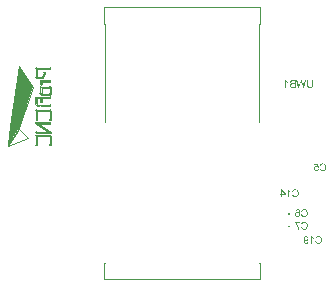
<source format=gbo>
G04*
G04 #@! TF.GenerationSoftware,Altium Limited,Altium Designer,18.0.8 (490)*
G04*
G04 Layer_Color=32896*
%FSLAX44Y44*%
%MOMM*%
G71*
G01*
G75*
%ADD10C,0.0127*%
%ADD11C,0.1000*%
%ADD14C,0.0130*%
%ADD15C,0.1500*%
%ADD20R,0.1174X0.5265*%
%ADD23R,0.1154X0.0734*%
%ADD25R,0.0587X0.0587*%
%ADD26R,0.1174X0.0587*%
%ADD28R,0.0077X0.0288*%
%ADD29R,0.0019X0.0732*%
%ADD30R,0.1143X0.0771*%
%ADD31R,0.0876X0.0324*%
%ADD32R,0.0735X0.0567*%
%ADD33R,0.0039X0.0299*%
%ADD34R,0.0356X0.1063*%
%ADD38R,0.0278X0.0228*%
%ADD40R,0.0304X0.0082*%
%ADD42R,0.0541X0.0809*%
%ADD43R,0.0484X0.0328*%
%ADD44R,0.0393X0.0104*%
%ADD45R,0.0288X0.0181*%
%ADD46R,0.0732X0.0568*%
%ADD47R,0.0398X0.0221*%
%ADD48R,0.0335X0.0872*%
%ADD51R,0.0472X0.0218*%
%ADD52R,0.0497X0.0384*%
%ADD55R,0.0043X0.0416*%
%ADD56R,0.0254X0.0212*%
%ADD61R,0.0126X0.0144*%
%ADD64R,0.0055X0.0608*%
%ADD65R,1.3257X0.0530*%
%ADD66R,0.0225X0.1053*%
%ADD67R,0.0122X0.1005*%
%ADD68R,0.0232X0.0193*%
%ADD69R,0.0124X0.0218*%
%ADD141R,0.7226X0.1174*%
%ADD142R,0.0479X0.0922*%
%ADD143R,0.0294X0.1092*%
%ADD144R,0.0168X0.0271*%
%ADD145R,0.0227X0.0739*%
%ADD146R,0.0521X0.0883*%
%ADD147R,0.0432X0.0393*%
%ADD148R,0.7209X0.1174*%
%ADD149R,0.1174X0.5265*%
%ADD150R,0.7193X0.1174*%
%ADD151R,0.0406X0.0331*%
%ADD152R,0.0245X0.0060*%
%ADD153R,0.0323X0.0218*%
%ADD154R,0.0323X0.0207*%
%ADD155R,0.0082X0.0146*%
%ADD156R,0.0337X0.0459*%
%ADD157R,0.0049X0.0274*%
%ADD158R,0.0427X0.0300*%
%ADD159R,0.0572X0.0286*%
G36*
X857505Y1671622D02*
X857519Y1671622D01*
X857545Y1671621D01*
X857572Y1671619D01*
X857598Y1671615D01*
X857611Y1671613D01*
Y1671613D01*
X857619Y1671612D01*
X857634Y1671609D01*
X857650Y1671606D01*
X857665Y1671602D01*
X857672Y1671600D01*
X857672Y1671600D01*
X857678Y1671598D01*
X857688Y1671595D01*
X857699Y1671592D01*
X857709Y1671588D01*
X857714Y1671586D01*
X857715Y1671586D01*
X857715Y1671586D01*
X857716Y1671586D01*
X857716Y1671586D01*
X857716Y1671586D01*
X857721Y1671584D01*
X857731Y1671581D01*
X857741Y1671577D01*
X857750Y1671573D01*
X857755Y1671571D01*
X857760Y1671568D01*
X857770Y1671564D01*
X857779Y1671560D01*
X857788Y1671555D01*
X857793Y1671553D01*
X857793Y1671553D01*
X857798Y1671550D01*
X857808Y1671545D01*
X857818Y1671540D01*
X857827Y1671534D01*
X857832Y1671532D01*
X857832Y1671531D01*
X857862Y1671513D01*
X857919Y1671471D01*
X857971Y1671423D01*
X858017Y1671371D01*
X858037Y1671342D01*
X858037Y1671342D01*
X858038Y1671341D01*
X858038Y1671340D01*
X858038Y1671340D01*
X858042Y1671335D01*
X858050Y1671324D01*
X858057Y1671312D01*
X858064Y1671301D01*
X858067Y1671295D01*
X858067Y1671295D01*
X858070Y1671290D01*
X858076Y1671280D01*
X858082Y1671270D01*
X858087Y1671260D01*
X858089Y1671255D01*
Y1671255D01*
X858092Y1671251D01*
X858096Y1671242D01*
X858100Y1671233D01*
X858104Y1671224D01*
X858106Y1671219D01*
X858106Y1671219D01*
X858106Y1671218D01*
X858107Y1671218D01*
X858107Y1671217D01*
X858107Y1671217D01*
X858109Y1671212D01*
X858113Y1671203D01*
X858117Y1671193D01*
X858120Y1671183D01*
X858122Y1671178D01*
X858124Y1671173D01*
X858128Y1671161D01*
X858131Y1671150D01*
X858134Y1671139D01*
X858136Y1671133D01*
X858136Y1671133D01*
X858136Y1671132D01*
X858136Y1671132D01*
X858136Y1671131D01*
X858136Y1671131D01*
X858141Y1671111D01*
X858149Y1671071D01*
X858155Y1671030D01*
X858158Y1670989D01*
Y1670954D01*
X858156Y1670926D01*
X858154Y1670897D01*
X858150Y1670869D01*
X858147Y1670855D01*
Y1670855D01*
X858146Y1670848D01*
X858143Y1670833D01*
X858140Y1670819D01*
X858136Y1670805D01*
X858134Y1670798D01*
X858133Y1670792D01*
X858129Y1670781D01*
X858126Y1670771D01*
X858122Y1670760D01*
X858120Y1670755D01*
X858119Y1670750D01*
X858115Y1670740D01*
X858111Y1670730D01*
X858107Y1670721D01*
X858105Y1670716D01*
Y1670716D01*
X858103Y1670711D01*
X858099Y1670701D01*
X858094Y1670692D01*
X858090Y1670683D01*
X858087Y1670678D01*
X858087Y1670678D01*
X858085Y1670673D01*
X858080Y1670663D01*
X858074Y1670653D01*
X858068Y1670643D01*
X858065Y1670638D01*
X858065Y1670638D01*
X858065Y1670636D01*
X858064Y1670636D01*
X858047Y1670607D01*
X858006Y1670553D01*
X857960Y1670503D01*
X857909Y1670458D01*
X857882Y1670438D01*
X857882D01*
X857876Y1670434D01*
X857865Y1670426D01*
X857853Y1670418D01*
X857841Y1670410D01*
X857835Y1670407D01*
X857835Y1670407D01*
X857830Y1670404D01*
X857820Y1670398D01*
X857810Y1670393D01*
X857800Y1670387D01*
X857795Y1670385D01*
X857795D01*
X857790Y1670382D01*
X857781Y1670378D01*
X857771Y1670373D01*
X857761Y1670369D01*
X857756Y1670367D01*
X857751Y1670365D01*
X857741Y1670360D01*
X857731Y1670356D01*
X857721Y1670353D01*
X857716Y1670351D01*
X857716D01*
X857711Y1670349D01*
X857700Y1670345D01*
X857689Y1670342D01*
X857678Y1670339D01*
X857672Y1670337D01*
X857672D01*
X857652Y1670331D01*
X857610Y1670323D01*
X857567Y1670317D01*
X857525Y1670314D01*
X857503Y1670314D01*
X857503Y1670314D01*
X846455D01*
X846455Y1663826D01*
X850286D01*
X852044Y1667359D01*
X852045Y1667361D01*
X852045D01*
X852045Y1667361D01*
X852045Y1667361D01*
X852045Y1667361D01*
X852059Y1667388D01*
X852092Y1667438D01*
X852129Y1667485D01*
X852170Y1667529D01*
X852192Y1667549D01*
D01*
X852192Y1667549D01*
D01*
Y1667549D01*
X852227Y1667580D01*
X852305Y1667632D01*
X852389Y1667673D01*
X852478Y1667702D01*
X852525Y1667710D01*
X852524D01*
X852532Y1667712D01*
X852548Y1667714D01*
X852563Y1667716D01*
X852578Y1667718D01*
X852586Y1667719D01*
X852593Y1667719D01*
X852606Y1667720D01*
X852619Y1667721D01*
X852632Y1667721D01*
X852638Y1667721D01*
X852644Y1667721D01*
X852657Y1667721D01*
X852669Y1667720D01*
X852682Y1667720D01*
X852688Y1667720D01*
X852694Y1667719D01*
X852707Y1667718D01*
X852720Y1667717D01*
X852734Y1667715D01*
X852740Y1667714D01*
X852764Y1667711D01*
X852810Y1667700D01*
X852855Y1667686D01*
X852900Y1667670D01*
X852921Y1667659D01*
X852921Y1667659D01*
X852924Y1667658D01*
X852951Y1667644D01*
X853002Y1667610D01*
X853050Y1667573D01*
X853094Y1667531D01*
X853114Y1667508D01*
X853114Y1667508D01*
X853114Y1667508D01*
X853144Y1667474D01*
X853195Y1667398D01*
X853235Y1667316D01*
X853263Y1667229D01*
X853272Y1667184D01*
X853272D01*
X853273Y1667177D01*
X853276Y1667161D01*
X853278Y1667145D01*
X853280Y1667130D01*
X853281Y1667122D01*
X853281Y1667122D01*
X853281Y1667115D01*
X853282Y1667102D01*
X853283Y1667089D01*
X853283Y1667076D01*
X853283Y1667070D01*
X853283Y1667063D01*
X853283Y1667051D01*
X853283Y1667039D01*
X853283Y1667027D01*
X853282Y1667020D01*
X853282Y1667014D01*
X853281Y1667001D01*
X853280Y1666987D01*
X853278Y1666974D01*
X853277Y1666968D01*
Y1666968D01*
X853274Y1666944D01*
X853263Y1666896D01*
X853250Y1666849D01*
X853232Y1666804D01*
X853222Y1666781D01*
X853222Y1666781D01*
X853222Y1666781D01*
X853222Y1666781D01*
X853221Y1666780D01*
X853221Y1666780D01*
Y1666780D01*
X851260Y1662874D01*
X851260Y1662874D01*
X851260Y1662874D01*
X851259Y1662874D01*
X851259Y1662873D01*
X851259Y1662873D01*
X851259Y1662874D01*
X851259Y1662874D01*
X851259Y1662874D01*
X851259Y1662874D01*
X851259Y1662874D01*
X851259Y1662873D01*
X851259Y1662872D01*
X851258Y1662870D01*
X851256Y1662868D01*
X851255Y1662866D01*
X851254Y1662865D01*
X851254Y1662864D01*
X851253Y1662862D01*
X851252Y1662861D01*
X851251Y1662859D01*
X851251Y1662858D01*
X851251Y1662858D01*
X851250Y1662857D01*
X851250Y1662857D01*
X851250Y1662856D01*
X851249Y1662855D01*
X851247Y1662851D01*
X851244Y1662847D01*
X851242Y1662844D01*
X851241Y1662842D01*
X851240Y1662840D01*
X851237Y1662835D01*
X851234Y1662831D01*
X851232Y1662827D01*
X851230Y1662825D01*
Y1662825D01*
X851229Y1662822D01*
X851226Y1662818D01*
X851222Y1662813D01*
X851219Y1662808D01*
X851217Y1662806D01*
Y1662806D01*
X851216Y1662803D01*
X851212Y1662798D01*
X851208Y1662793D01*
X851204Y1662788D01*
X851202Y1662785D01*
X851200Y1662782D01*
X851195Y1662776D01*
X851190Y1662769D01*
X851184Y1662763D01*
X851182Y1662760D01*
X851182Y1662760D01*
X851171Y1662746D01*
X851147Y1662721D01*
X851122Y1662697D01*
X851095Y1662673D01*
X851081Y1662663D01*
Y1662662D01*
X851076Y1662658D01*
X851066Y1662650D01*
X851055Y1662643D01*
X851045Y1662635D01*
X851039Y1662632D01*
X851036Y1662629D01*
X851029Y1662625D01*
X851021Y1662620D01*
X851014Y1662615D01*
X851011Y1662613D01*
X851008Y1662611D01*
X851002Y1662608D01*
X850996Y1662604D01*
X850990Y1662601D01*
X850987Y1662599D01*
X850984Y1662598D01*
X850979Y1662595D01*
X850973Y1662592D01*
X850968Y1662589D01*
X850965Y1662588D01*
X850965Y1662588D01*
X850962Y1662587D01*
X850957Y1662584D01*
X850952Y1662581D01*
X850947Y1662579D01*
X850945Y1662578D01*
X850942Y1662577D01*
X850937Y1662574D01*
X850932Y1662572D01*
X850927Y1662570D01*
X850925Y1662569D01*
Y1662569D01*
X850923Y1662568D01*
X850918Y1662566D01*
X850913Y1662564D01*
X850908Y1662562D01*
X850906Y1662561D01*
X850904Y1662560D01*
X850894Y1662557D01*
X850890Y1662555D01*
X850887Y1662554D01*
X850887Y1662554D01*
X850885Y1662554D01*
X850880Y1662552D01*
X850876Y1662550D01*
X850871Y1662549D01*
X850869Y1662548D01*
X850867Y1662547D01*
X850862Y1662546D01*
X850853Y1662543D01*
X850850Y1662543D01*
X850848Y1662542D01*
X850838Y1662539D01*
X850834Y1662538D01*
X850831Y1662537D01*
X850829Y1662537D01*
X850819Y1662534D01*
X850814Y1662533D01*
X850811Y1662533D01*
X850809Y1662532D01*
X850804Y1662531D01*
X850799Y1662530D01*
X850794Y1662529D01*
X850791Y1662529D01*
X850788Y1662528D01*
X850783Y1662527D01*
X850777Y1662526D01*
X850772Y1662525D01*
X850769Y1662525D01*
X850769Y1662525D01*
X850766Y1662524D01*
X850761Y1662523D01*
X850755Y1662523D01*
X850749Y1662522D01*
X850747Y1662522D01*
X850746Y1662522D01*
X850746Y1662522D01*
X850745Y1662522D01*
X850744D01*
Y1662522D01*
X850741Y1662521D01*
X850734Y1662520D01*
X850727Y1662520D01*
X850720Y1662519D01*
X850717Y1662519D01*
X850716Y1662519D01*
X850715Y1662519D01*
X850715D01*
X850717Y1662519D01*
X850713Y1662519D01*
X850713Y1662519D01*
X850714Y1662519D01*
X850715D01*
X850712Y1662519D01*
X850703Y1662518D01*
X850694Y1662518D01*
X850684Y1662518D01*
X850680Y1662518D01*
X845800D01*
X845795Y1662518D01*
X845790Y1662518D01*
X845790D01*
X845800Y1662518D01*
X845796D01*
X845793Y1662518D01*
X845790Y1662518D01*
X845790D01*
X845790D01*
X845790D01*
X845790D01*
X845790Y1662518D01*
X845790D01*
X845789D01*
X845789D01*
X845790D01*
X845790Y1662518D01*
X845789Y1662518D01*
X845785Y1662518D01*
X845778Y1662518D01*
X845771Y1662519D01*
X845764Y1662519D01*
X845760Y1662519D01*
X845760D01*
X845734Y1662521D01*
X845681Y1662529D01*
X845629Y1662541D01*
X845579Y1662558D01*
X845555Y1662569D01*
X845555Y1662569D01*
X845548Y1662571D01*
X845536Y1662577D01*
X845523Y1662583D01*
X845511Y1662589D01*
X845505Y1662593D01*
X845505D01*
X845505Y1662593D01*
X845504Y1662593D01*
X845504Y1662593D01*
X845503Y1662593D01*
X845503Y1662594D01*
X845498Y1662596D01*
X845488Y1662602D01*
X845479Y1662608D01*
X845469Y1662613D01*
X845464Y1662616D01*
X845464D01*
X845460Y1662619D01*
X845451Y1662626D01*
X845441Y1662632D01*
X845432Y1662639D01*
X845428Y1662642D01*
X845423Y1662645D01*
X845414Y1662652D01*
X845405Y1662660D01*
X845396Y1662667D01*
X845391Y1662671D01*
X845386Y1662675D01*
X845377Y1662684D01*
X845367Y1662693D01*
X845358Y1662702D01*
X845354Y1662706D01*
Y1662706D01*
X845348Y1662712D01*
X845337Y1662724D01*
X845326Y1662736D01*
X845315Y1662749D01*
X845310Y1662755D01*
X845310Y1662755D01*
X845300Y1662767D01*
X845282Y1662792D01*
X845265Y1662818D01*
X845249Y1662845D01*
X845241Y1662859D01*
X845241Y1662859D01*
X845226Y1662888D01*
X845201Y1662949D01*
X845182Y1663013D01*
X845169Y1663078D01*
X845166Y1663111D01*
Y1663111D01*
X845165Y1663119D01*
X845164Y1663134D01*
X845163Y1663149D01*
X845163Y1663165D01*
X845163Y1663172D01*
X845163D01*
Y1663172D01*
X845163D01*
X845163Y1670968D01*
Y1670971D01*
X845163Y1670976D01*
X845163Y1670981D01*
X845163Y1670986D01*
X845163Y1670988D01*
X845164Y1671002D01*
X845166Y1671028D01*
X845169Y1671055D01*
X845173Y1671081D01*
X845175Y1671094D01*
X845182Y1671132D01*
X845206Y1671206D01*
X845238Y1671277D01*
X845278Y1671344D01*
X845301Y1671375D01*
X845307Y1671381D01*
X845318Y1671395D01*
X845329Y1671408D01*
X845341Y1671421D01*
X845347Y1671427D01*
X845351Y1671432D01*
X845361Y1671441D01*
X845370Y1671450D01*
X845380Y1671459D01*
X845385Y1671464D01*
X845389Y1671467D01*
X845398Y1671475D01*
X845407Y1671483D01*
X845416Y1671490D01*
X845421Y1671493D01*
X845425Y1671497D01*
X845434Y1671503D01*
X845443Y1671510D01*
X845452Y1671516D01*
X845456Y1671519D01*
X845461Y1671522D01*
X845470Y1671528D01*
X845480Y1671534D01*
X845489Y1671539D01*
X845494Y1671542D01*
X845500Y1671545D01*
X845511Y1671551D01*
X845523Y1671557D01*
X845534Y1671563D01*
X845540Y1671565D01*
X845556Y1671573D01*
X845589Y1671586D01*
X845622Y1671597D01*
X845656Y1671606D01*
X845674Y1671610D01*
X845681Y1671611D01*
X845697Y1671614D01*
X845713Y1671617D01*
X845728Y1671618D01*
X845736Y1671619D01*
Y1671619D01*
X845738Y1671619D01*
X845737D01*
X845738Y1671620D01*
X845738D01*
X845738D01*
X845738D01*
D01*
X845738Y1671619D01*
X845738Y1671619D01*
X845738Y1671620D01*
X845738D01*
X845742Y1671620D01*
X845751Y1671621D01*
X845760Y1671621D01*
X845769Y1671622D01*
X845773Y1671622D01*
X845776Y1671622D01*
X845783Y1671622D01*
X845790Y1671622D01*
X845797Y1671623D01*
X845800Y1671623D01*
X845800Y1671623D01*
X857503Y1671623D01*
X857504D01*
X857504Y1671623D01*
X857505D01*
X857505Y1671622D01*
D02*
G37*
G36*
X852192Y1667549D02*
X852192Y1667549D01*
D01*
X852192Y1667549D01*
X852192Y1667549D01*
Y1667549D01*
X852192Y1667549D01*
D02*
G37*
G36*
X852045Y1667361D02*
X852045Y1667361D01*
D01*
X852045Y1667361D01*
D02*
G37*
G36*
X852044Y1667360D02*
X852044Y1667360D01*
X852045Y1667361D01*
X852044Y1667360D01*
D02*
G37*
G36*
X857529Y1660977D02*
X857532Y1660977D01*
X857534D01*
X857533Y1660977D01*
X857520Y1660977D01*
X857525D01*
X857529Y1660977D01*
D02*
G37*
G36*
X857527Y1660977D02*
X857533Y1660977D01*
X857534Y1660977D01*
Y1660977D01*
X857538Y1660977D01*
X857546Y1660977D01*
X857553Y1660977D01*
X857561Y1660976D01*
X857565Y1660976D01*
X857565D01*
X857587Y1660974D01*
X857631Y1660968D01*
X857675Y1660959D01*
X857717Y1660946D01*
X857738Y1660938D01*
X857738Y1660938D01*
X857739Y1660938D01*
X857739Y1660938D01*
X857740Y1660937D01*
X857740Y1660937D01*
Y1660937D01*
X857747Y1660935D01*
X857761Y1660929D01*
X857775Y1660923D01*
X857789Y1660917D01*
X857795Y1660913D01*
X857796Y1660913D01*
X857796Y1660913D01*
X857796Y1660913D01*
X857797Y1660913D01*
X857797Y1660912D01*
X857802Y1660910D01*
X857812Y1660905D01*
X857822Y1660899D01*
X857832Y1660894D01*
X857837Y1660891D01*
Y1660891D01*
X857841Y1660888D01*
X857851Y1660882D01*
X857860Y1660877D01*
X857869Y1660871D01*
X857874Y1660867D01*
X857874Y1660867D01*
X857878Y1660864D01*
X857887Y1660858D01*
X857896Y1660851D01*
X857904Y1660845D01*
X857909Y1660841D01*
X857913Y1660838D01*
X857922Y1660830D01*
X857931Y1660823D01*
X857940Y1660815D01*
X857944Y1660811D01*
Y1660811D01*
X857949Y1660806D01*
X857959Y1660797D01*
X857969Y1660787D01*
X857978Y1660778D01*
X857983Y1660773D01*
X857983Y1660772D01*
X857983Y1660772D01*
X857984Y1660771D01*
X857984Y1660771D01*
X857990Y1660764D01*
X858003Y1660750D01*
X858015Y1660735D01*
X858026Y1660720D01*
X858032Y1660713D01*
X858032Y1660713D01*
X858057Y1660678D01*
X858098Y1660602D01*
X858129Y1660522D01*
X858149Y1660438D01*
X858154Y1660396D01*
X858154D01*
X858155Y1660387D01*
X858156Y1660368D01*
X858157Y1660350D01*
X858158Y1660332D01*
X858158Y1660323D01*
Y1660320D01*
X858158Y1660314D01*
X858157Y1660308D01*
X858157Y1660302D01*
X858157Y1660299D01*
Y1660299D01*
X858156Y1660265D01*
X858146Y1660197D01*
X858130Y1660131D01*
X858107Y1660067D01*
X858092Y1660036D01*
X858084Y1660018D01*
X858065Y1659984D01*
X858044Y1659951D01*
X858021Y1659919D01*
X858009Y1659904D01*
X858004Y1659897D01*
X857993Y1659885D01*
X857982Y1659873D01*
X857971Y1659862D01*
X857966Y1659856D01*
X857961Y1659851D01*
X857952Y1659843D01*
X857943Y1659834D01*
X857933Y1659826D01*
X857929Y1659821D01*
X857924Y1659818D01*
X857915Y1659810D01*
X857907Y1659803D01*
X857897Y1659796D01*
X857893Y1659793D01*
X857893Y1659793D01*
X857889Y1659790D01*
X857880Y1659783D01*
X857871Y1659777D01*
X857862Y1659771D01*
X857857Y1659768D01*
X857852Y1659765D01*
X857843Y1659759D01*
X857833Y1659753D01*
X857823Y1659748D01*
X857818Y1659745D01*
X857819D01*
X857813Y1659742D01*
X857802Y1659736D01*
X857790Y1659731D01*
X857778Y1659725D01*
X857773Y1659722D01*
X857760Y1659717D01*
X857733Y1659706D01*
X857706Y1659697D01*
X857679Y1659689D01*
X857665Y1659686D01*
X857665D01*
X857655Y1659684D01*
X857635Y1659680D01*
X857614Y1659676D01*
X857594Y1659673D01*
X857584Y1659672D01*
X857584D01*
X857579Y1659672D01*
X857570Y1659671D01*
X857561Y1659670D01*
X857552Y1659670D01*
X857548Y1659670D01*
X857547Y1659670D01*
X857546Y1659670D01*
D01*
D01*
D01*
X857543Y1659669D01*
X857537Y1659669D01*
X857531Y1659669D01*
X857525Y1659669D01*
X857522D01*
X857521D01*
X857522D01*
X857520D01*
X857520Y1659669D01*
X857521Y1659669D01*
X857521Y1659669D01*
X857521Y1659669D01*
X850361D01*
Y1657405D01*
X850361Y1657405D01*
X850361D01*
X850361Y1657405D01*
X850361Y1657404D01*
X850361Y1657403D01*
X850361Y1657402D01*
X850361Y1657401D01*
X850361Y1657405D01*
X850361Y1657398D01*
X850361Y1657398D01*
X850361Y1657397D01*
Y1657398D01*
Y1657399D01*
X850361Y1657400D01*
X850361Y1657401D01*
X850361Y1657401D01*
X850361Y1657397D01*
X850361Y1657397D01*
X850361Y1657397D01*
X850361Y1657390D01*
X850361Y1657385D01*
X850361Y1657397D01*
Y1657395D01*
X850361Y1657388D01*
X850361Y1657383D01*
X850361Y1657382D01*
X850361Y1657381D01*
X850361Y1657383D01*
Y1657383D01*
X850361Y1657385D01*
X850360Y1657377D01*
X850360Y1657376D01*
X850360Y1657375D01*
X850360D01*
X850360Y1657374D01*
X850360Y1657372D01*
X850360Y1657371D01*
X850360Y1657367D01*
X850360D01*
X850360Y1657368D01*
X850360Y1657370D01*
Y1657371D01*
X850360Y1657377D01*
X850360Y1657378D01*
X850361Y1657380D01*
X850361Y1657381D01*
Y1657381D01*
X850360Y1657373D01*
X850360Y1657369D01*
X850360Y1657368D01*
Y1657368D01*
X850360Y1657367D01*
X850360Y1657365D01*
X850360Y1657362D01*
X850360Y1657358D01*
X850359Y1657354D01*
X850359Y1657354D01*
X850360Y1657367D01*
X850360Y1657367D01*
X850359Y1657360D01*
X850359Y1657352D01*
X850359Y1657352D01*
X850359Y1657351D01*
X850359Y1657351D01*
X850359Y1657352D01*
X850359Y1657350D01*
X850359Y1657346D01*
X850358Y1657342D01*
X850358Y1657338D01*
X850358Y1657337D01*
Y1657337D01*
X850358Y1657336D01*
X850358Y1657334D01*
X850357Y1657330D01*
X850356Y1657322D01*
X850356Y1657320D01*
X850356Y1657320D01*
X850356Y1657320D01*
X850356D01*
X850358Y1657336D01*
X850358Y1657336D01*
X850357Y1657328D01*
X850357D01*
X850356Y1657320D01*
D01*
Y1657320D01*
Y1657320D01*
X850356Y1657320D01*
X850355Y1657312D01*
X850354Y1657303D01*
X850354Y1657303D01*
X850354Y1657303D01*
X850354Y1657303D01*
X850354Y1657303D01*
X850353Y1657301D01*
X850353Y1657296D01*
X850352Y1657292D01*
X850351Y1657287D01*
X850351Y1657285D01*
X850351Y1657283D01*
X850350Y1657278D01*
X850349Y1657273D01*
X850348Y1657269D01*
X850347Y1657266D01*
X850347Y1657264D01*
X850346Y1657259D01*
X850345Y1657254D01*
X850344Y1657249D01*
X850343Y1657247D01*
X850343Y1657244D01*
X850341Y1657239D01*
X850340Y1657234D01*
X850339Y1657229D01*
X850338Y1657227D01*
X850338Y1657224D01*
X850336Y1657218D01*
X850334Y1657213D01*
X850333Y1657207D01*
X850332Y1657205D01*
X850331Y1657202D01*
X850329Y1657196D01*
X850327Y1657190D01*
X850325Y1657184D01*
X850324Y1657181D01*
X850324Y1657181D01*
X850321Y1657171D01*
X850318Y1657165D01*
X850316Y1657158D01*
X850315Y1657155D01*
X850313Y1657151D01*
X850310Y1657144D01*
X850307Y1657137D01*
X850304Y1657129D01*
X850302Y1657126D01*
X850301Y1657122D01*
X850297Y1657113D01*
X850293Y1657105D01*
X850289Y1657097D01*
X850286Y1657093D01*
X850284Y1657088D01*
X850278Y1657078D01*
X850273Y1657068D01*
X850267Y1657058D01*
X850264Y1657053D01*
X850264Y1657053D01*
X850250Y1657030D01*
X850219Y1656988D01*
X850184Y1656949D01*
X850146Y1656913D01*
X850126Y1656896D01*
X850126D01*
X850118Y1656890D01*
X850104Y1656879D01*
X850089Y1656868D01*
X850073Y1656858D01*
X850065Y1656853D01*
X850061Y1656850D01*
X850051Y1656844D01*
X850041Y1656838D01*
X850031Y1656832D01*
X850025Y1656830D01*
X850025Y1656830D01*
X850021Y1656827D01*
X850013Y1656823D01*
X850005Y1656819D01*
X849997Y1656815D01*
X849993Y1656813D01*
X849993Y1656813D01*
X849989Y1656812D01*
X849982Y1656808D01*
X849975Y1656805D01*
X849967Y1656802D01*
X849964Y1656801D01*
X849964Y1656801D01*
X849960Y1656799D01*
X849954Y1656797D01*
X849948Y1656794D01*
X849941Y1656792D01*
X849938Y1656791D01*
X849938Y1656791D01*
X849935Y1656790D01*
X849923Y1656786D01*
X849917Y1656784D01*
X849914Y1656783D01*
X849914Y1656783D01*
X849911Y1656782D01*
X849901Y1656779D01*
X849895Y1656777D01*
X849892Y1656777D01*
X849890Y1656776D01*
X849885Y1656775D01*
X849880Y1656773D01*
X849872Y1656771D01*
X849870Y1656771D01*
X849860Y1656768D01*
X849855Y1656767D01*
X849853Y1656767D01*
X849850Y1656767D01*
X849846Y1656765D01*
X849841Y1656765D01*
X849836Y1656764D01*
X849834Y1656763D01*
X849834Y1656763D01*
X849832Y1656763D01*
X849827Y1656762D01*
X849823Y1656761D01*
X849818Y1656761D01*
X849816Y1656760D01*
X849813Y1656760D01*
X849815Y1656760D01*
X849816Y1656760D01*
X849815Y1656760D01*
X849815Y1656760D01*
X849814Y1656760D01*
X849811Y1656759D01*
X849807Y1656759D01*
X849803Y1656758D01*
X849801Y1656758D01*
X849801Y1656758D01*
X849803Y1656758D01*
X849813Y1656760D01*
X849813Y1656760D01*
X849811Y1656760D01*
X849809Y1656760D01*
X849808Y1656760D01*
X849807Y1656759D01*
X849805Y1656759D01*
X849804Y1656759D01*
X849802Y1656758D01*
X849801Y1656758D01*
X849797Y1656758D01*
X849798Y1656758D01*
X849799Y1656758D01*
X849800Y1656758D01*
X849800Y1656758D01*
X849801Y1656758D01*
X849801Y1656758D01*
X849800Y1656758D01*
X849799Y1656758D01*
X849797Y1656758D01*
X849793Y1656757D01*
X849785Y1656756D01*
X849784Y1656756D01*
X849783Y1656756D01*
X849783D01*
X849784Y1656756D01*
X849797Y1656758D01*
X849796Y1656758D01*
X849794Y1656757D01*
X849792Y1656757D01*
X849791D01*
X849790Y1656757D01*
X849788Y1656757D01*
X849786Y1656756D01*
X849784Y1656756D01*
X849783Y1656756D01*
X849783Y1656756D01*
X849782Y1656756D01*
X849781Y1656756D01*
X849783Y1656756D01*
X849783Y1656756D01*
X849781Y1656756D01*
X849777Y1656755D01*
X849773Y1656755D01*
X849769Y1656755D01*
X849769Y1656755D01*
X849767Y1656754D01*
X849767Y1656754D01*
X849767Y1656754D01*
X849767Y1656754D01*
X849765Y1656754D01*
X849765Y1656754D01*
X849766Y1656754D01*
X849767Y1656754D01*
X849766Y1656754D01*
X849766Y1656754D01*
X849765Y1656754D01*
X849762Y1656754D01*
X849758Y1656754D01*
X849754Y1656754D01*
X849752Y1656753D01*
X849765Y1656754D01*
X849764Y1656754D01*
X849762Y1656754D01*
X849761D01*
X849761Y1656754D01*
X849760D01*
X849759Y1656754D01*
X849757Y1656754D01*
X849755Y1656754D01*
X849753Y1656754D01*
X849752Y1656753D01*
X849664D01*
X849668Y1656753D01*
X849706Y1656752D01*
X849706D01*
X849706Y1656752D01*
X849706Y1656752D01*
X849704Y1656752D01*
X849704Y1656752D01*
Y1656752D01*
X849704D01*
X849704Y1656752D01*
X849704Y1656752D01*
X849701D01*
X849697Y1656752D01*
X849692Y1656752D01*
X849687Y1656752D01*
X849685Y1656752D01*
X849687Y1656752D01*
X849686Y1656752D01*
X849686Y1656752D01*
X849685Y1656752D01*
X849685D01*
X849682Y1656752D01*
X849677Y1656753D01*
X849672Y1656753D01*
X849666Y1656753D01*
X849664Y1656753D01*
X849664Y1656753D01*
X849661Y1656754D01*
X849655Y1656754D01*
X849650Y1656754D01*
X849644Y1656755D01*
X849641Y1656755D01*
X849641Y1656755D01*
X849641Y1656755D01*
X849638Y1656756D01*
X849631Y1656756D01*
X849625Y1656757D01*
X849618Y1656758D01*
X849615Y1656758D01*
X849612Y1656759D01*
X849604Y1656760D01*
X849597Y1656761D01*
X849590Y1656762D01*
X849587Y1656763D01*
X849583Y1656764D01*
X849574Y1656765D01*
X849566Y1656767D01*
X849557Y1656769D01*
X849553Y1656770D01*
X849548Y1656772D01*
X849537Y1656774D01*
X849526Y1656777D01*
X849515Y1656781D01*
X849510Y1656782D01*
X849510Y1656782D01*
X849480Y1656792D01*
X849422Y1656817D01*
X849367Y1656848D01*
X849315Y1656885D01*
X849291Y1656905D01*
X849291D01*
X849291Y1656905D01*
X849282Y1656913D01*
X849265Y1656930D01*
X849248Y1656947D01*
X849232Y1656964D01*
X849224Y1656973D01*
X849219Y1656979D01*
X849209Y1656992D01*
X849199Y1657004D01*
X849190Y1657017D01*
X849185Y1657024D01*
Y1657024D01*
X849182Y1657029D01*
X849175Y1657039D01*
X849168Y1657050D01*
X849162Y1657061D01*
X849159Y1657066D01*
X849156Y1657070D01*
X849151Y1657079D01*
X849146Y1657088D01*
X849142Y1657097D01*
X849140Y1657101D01*
X849139Y1657102D01*
X849139Y1657102D01*
X849139Y1657103D01*
X849139Y1657103D01*
X849139Y1657103D01*
X849139Y1657103D01*
X849137Y1657107D01*
X849133Y1657115D01*
X849129Y1657124D01*
X849125Y1657132D01*
X849124Y1657136D01*
X849124Y1657136D01*
X849122Y1657140D01*
X849119Y1657147D01*
X849116Y1657155D01*
X849113Y1657162D01*
X849112Y1657166D01*
X849112D01*
X849111Y1657169D01*
X849108Y1657176D01*
X849106Y1657183D01*
X849104Y1657189D01*
X849102Y1657193D01*
X849101Y1657196D01*
X849098Y1657208D01*
X849096Y1657215D01*
X849095Y1657218D01*
X849094Y1657220D01*
X849093Y1657226D01*
X849091Y1657232D01*
X849090Y1657238D01*
X849089Y1657241D01*
X849088Y1657243D01*
X849087Y1657249D01*
X849086Y1657254D01*
X849085Y1657260D01*
X849084Y1657262D01*
X849084Y1657265D01*
X849083Y1657270D01*
X849082Y1657275D01*
X849081Y1657280D01*
X849080Y1657283D01*
X849080Y1657285D01*
X849079Y1657290D01*
X849078Y1657296D01*
X849077Y1657303D01*
X849077Y1657305D01*
X849076Y1657310D01*
X849075Y1657315D01*
X849075Y1657320D01*
X849074Y1657322D01*
X849074Y1657324D01*
X849074Y1657329D01*
X849073Y1657333D01*
X849073Y1657338D01*
X849073Y1657340D01*
X849073Y1657340D01*
X849073Y1657341D01*
X849073Y1657341D01*
X849072Y1657341D01*
X849072Y1657342D01*
X849072Y1657342D01*
X849072Y1657344D01*
X849072Y1657348D01*
X849072Y1657352D01*
X849071Y1657357D01*
X849071Y1657359D01*
X849071Y1657364D01*
X849071Y1657368D01*
X849070Y1657372D01*
X849070Y1657374D01*
X849070Y1657378D01*
X849070Y1657377D01*
X849070Y1657380D01*
X849070Y1657383D01*
X849070Y1657386D01*
Y1657386D01*
X849070Y1657384D01*
X849070Y1657384D01*
X849070Y1657378D01*
X849070Y1657379D01*
X849070Y1657381D01*
X849071Y1657381D01*
X849070Y1657383D01*
X849070Y1657384D01*
X849070Y1657394D01*
X849070Y1657392D01*
X849070Y1657390D01*
X849070Y1657389D01*
X849070Y1657387D01*
X849070Y1657386D01*
X849070Y1657388D01*
Y1657389D01*
X849070Y1657389D01*
X849070Y1657391D01*
X849070Y1657395D01*
X849070Y1657404D01*
Y1657404D01*
X849070Y1657405D01*
Y1657405D01*
X849070Y1657404D01*
X849070Y1657403D01*
X849070Y1657402D01*
X849070Y1657394D01*
D01*
X849070Y1657396D01*
X849070Y1657397D01*
X849070Y1657398D01*
X849070Y1657401D01*
X849070Y1657402D01*
X849070Y1657408D01*
Y1660326D01*
X849070Y1660338D01*
X849070Y1660348D01*
X849070Y1660347D01*
X849070D01*
X849071Y1660382D01*
X849081Y1660449D01*
X849097Y1660515D01*
X849120Y1660580D01*
X849135Y1660611D01*
X849135Y1660611D01*
X849143Y1660628D01*
X849162Y1660663D01*
X849183Y1660696D01*
X849206Y1660727D01*
X849219Y1660743D01*
Y1660743D01*
X849224Y1660749D01*
X849234Y1660761D01*
X849245Y1660773D01*
X849256Y1660785D01*
X849262Y1660791D01*
X849262Y1660791D01*
X849266Y1660795D01*
X849275Y1660804D01*
X849284Y1660812D01*
X849294Y1660821D01*
X849299Y1660825D01*
Y1660825D01*
X849303Y1660829D01*
X849312Y1660836D01*
X849321Y1660843D01*
X849330Y1660850D01*
X849334Y1660853D01*
X849339Y1660857D01*
X849348Y1660863D01*
X849357Y1660869D01*
X849366Y1660875D01*
X849370Y1660878D01*
X849375Y1660882D01*
X849385Y1660887D01*
X849394Y1660893D01*
X849404Y1660899D01*
X849409Y1660901D01*
Y1660901D01*
X849414Y1660904D01*
X849426Y1660910D01*
X849437Y1660916D01*
X849449Y1660921D01*
X849455Y1660924D01*
X849467Y1660930D01*
X849494Y1660940D01*
X849521Y1660949D01*
X849548Y1660957D01*
X849562Y1660960D01*
X849562Y1660960D01*
Y1660960D01*
X849572Y1660963D01*
X849592Y1660967D01*
X849613Y1660970D01*
X849633Y1660973D01*
X849644Y1660974D01*
X849648Y1660975D01*
X849657Y1660975D01*
X849666Y1660976D01*
X849679Y1660977D01*
X849679Y1660977D01*
X849683Y1660977D01*
X849690Y1660977D01*
X849697Y1660977D01*
X849704Y1660977D01*
X857520D01*
X857527Y1660977D01*
D02*
G37*
G36*
X849070Y1657406D02*
X849070Y1657405D01*
Y1657406D01*
X849070Y1657408D01*
Y1657406D01*
D02*
G37*
G36*
X850361Y1657397D02*
Y1657397D01*
D01*
Y1657397D01*
D02*
G37*
G36*
X849070Y1657376D02*
X849070Y1657374D01*
X849070Y1657375D01*
X849070Y1657377D01*
Y1657377D01*
X849070Y1657376D01*
D02*
G37*
G36*
X850359Y1657352D02*
Y1657352D01*
X850359Y1657354D01*
X850359Y1657352D01*
D02*
G37*
G36*
X850356Y1657318D02*
X850355Y1657314D01*
X850355Y1657309D01*
X850354Y1657305D01*
X850354Y1657303D01*
X850354Y1657303D01*
X850356Y1657320D01*
X850356Y1657318D01*
D02*
G37*
G36*
X849750Y1656753D02*
X849747Y1656753D01*
X849740Y1656753D01*
X849739Y1656753D01*
X849737Y1656753D01*
X849738Y1656753D01*
X849739D01*
X849744Y1656753D01*
Y1656753D01*
X849748Y1656753D01*
X849752Y1656753D01*
X849750Y1656753D01*
D02*
G37*
G36*
X849737Y1656753D02*
X849737D01*
X849737D01*
X849737D01*
D02*
G37*
G36*
X849737Y1656753D02*
Y1656752D01*
X849736D01*
X849737Y1656753D01*
X849737Y1656753D01*
X849737D01*
X849737Y1656753D01*
D02*
G37*
G36*
X849734Y1656752D02*
X849736D01*
X849735Y1656752D01*
X849731Y1656752D01*
X849728Y1656752D01*
X849724Y1656752D01*
X849723Y1656752D01*
X849721Y1656752D01*
X849717Y1656752D01*
X849713Y1656752D01*
X849709Y1656752D01*
X849707Y1656752D01*
X849715Y1656752D01*
X849721Y1656752D01*
X849723Y1656752D01*
X849730Y1656753D01*
X849734Y1656752D01*
D02*
G37*
G36*
X849707Y1656752D02*
X849707Y1656752D01*
X849707Y1656752D01*
X849707D01*
D02*
G37*
G36*
X849707Y1656752D02*
X849706Y1656752D01*
X849706D01*
X849707Y1656752D01*
D02*
G37*
G36*
X849704Y1656752D02*
X849704Y1656752D01*
X849704Y1656752D01*
X849705D01*
X849704Y1656752D01*
D02*
G37*
G36*
X850305Y1646846D02*
X850308Y1646846D01*
X850308Y1646846D01*
X857548D01*
X857588Y1646806D01*
Y1646750D01*
X857548Y1646711D01*
X857520Y1646711D01*
X850363Y1646711D01*
X850363Y1645605D01*
X850363Y1645603D01*
X850362Y1645599D01*
X850362Y1645596D01*
X850362Y1645592D01*
X850361Y1645590D01*
X850361D01*
Y1642302D01*
X850361Y1642298D01*
X850361Y1642298D01*
X850361Y1642296D01*
X850361Y1642295D01*
X850361Y1642294D01*
X850361Y1642293D01*
X850361Y1642286D01*
X850361Y1642281D01*
X850361Y1642274D01*
X850361Y1642275D01*
X850361Y1642286D01*
X850361Y1642288D01*
Y1642287D01*
X850361Y1642283D01*
X850361Y1642279D01*
X850361Y1642276D01*
X850361Y1642275D01*
X850361Y1642274D01*
X850361Y1642274D01*
X850361Y1642273D01*
Y1642273D01*
X850361Y1642272D01*
Y1642272D01*
X850360Y1642271D01*
X850360Y1642267D01*
X850360Y1642264D01*
X850360Y1642260D01*
X850360Y1642259D01*
X850360Y1642257D01*
X850360Y1642253D01*
X850359Y1642249D01*
X850359Y1642245D01*
X850359Y1642244D01*
X850359Y1642242D01*
X850358Y1642238D01*
X850358Y1642229D01*
X850357Y1642227D01*
X850357Y1642227D01*
X850357Y1642224D01*
X850357Y1642222D01*
X850356Y1642220D01*
X850356Y1642220D01*
X850356D01*
Y1642218D01*
X850356Y1642216D01*
X850356Y1642215D01*
X850356Y1642213D01*
X850356Y1642211D01*
X850355Y1642209D01*
X850355Y1642205D01*
X850354Y1642201D01*
X850353Y1642197D01*
X850353Y1642195D01*
X850353D01*
X850353Y1642192D01*
X850352Y1642188D01*
X850351Y1642179D01*
X850350Y1642177D01*
X850350Y1642177D01*
X850350Y1642174D01*
X850349Y1642170D01*
X850348Y1642165D01*
X850347Y1642160D01*
X850347Y1642158D01*
X850346Y1642156D01*
X850345Y1642151D01*
X850344Y1642146D01*
X850343Y1642141D01*
X850342Y1642139D01*
X850342Y1642136D01*
X850340Y1642131D01*
X850339Y1642126D01*
X850338Y1642121D01*
X850337Y1642118D01*
X850336Y1642115D01*
X850335Y1642110D01*
X850333Y1642104D01*
X850332Y1642099D01*
X850331Y1642096D01*
X850330Y1642093D01*
X850328Y1642088D01*
X850326Y1642082D01*
X850324Y1642076D01*
X850323Y1642073D01*
X850323D01*
X850322Y1642070D01*
X850319Y1642063D01*
X850317Y1642056D01*
X850314Y1642050D01*
X850313Y1642047D01*
X850313Y1642047D01*
X850312Y1642043D01*
X850309Y1642036D01*
X850306Y1642029D01*
X850302Y1642021D01*
X850301Y1642018D01*
Y1642018D01*
X850299Y1642014D01*
X850295Y1642005D01*
X850291Y1641997D01*
X850287Y1641989D01*
X850285Y1641985D01*
X850282Y1641980D01*
X850276Y1641970D01*
X850270Y1641960D01*
X850265Y1641950D01*
X850261Y1641945D01*
X850261Y1641945D01*
X850261Y1641945D01*
X850248Y1641923D01*
X850217Y1641882D01*
X850182Y1641843D01*
X850145Y1641807D01*
X850125Y1641791D01*
Y1641791D01*
X850118Y1641785D01*
X850103Y1641774D01*
X850088Y1641763D01*
X850072Y1641753D01*
X850065Y1641748D01*
X850060Y1641745D01*
X850050Y1641739D01*
X850040Y1641733D01*
X850030Y1641727D01*
X850024Y1641725D01*
X850021Y1641722D01*
X850012Y1641718D01*
X850004Y1641714D01*
X849996Y1641710D01*
X849992Y1641708D01*
X849992D01*
X849988Y1641707D01*
X849981Y1641704D01*
X849974Y1641701D01*
X849967Y1641698D01*
X849964Y1641696D01*
X849964Y1641696D01*
X849963Y1641696D01*
X849963Y1641696D01*
X849962Y1641696D01*
X849962Y1641695D01*
X849959Y1641694D01*
X849953Y1641692D01*
X849941Y1641687D01*
X849938Y1641686D01*
X849935Y1641685D01*
X849930Y1641684D01*
X849924Y1641682D01*
X849919Y1641680D01*
X849916Y1641679D01*
X849916Y1641679D01*
X849915Y1641679D01*
X849915Y1641679D01*
X849914Y1641679D01*
X849914Y1641678D01*
X849906Y1641676D01*
X849901Y1641674D01*
X849895Y1641673D01*
X849892Y1641672D01*
X849890Y1641671D01*
X849885Y1641670D01*
X849880Y1641669D01*
X849875Y1641667D01*
X849872Y1641667D01*
X849872Y1641667D01*
X849870Y1641666D01*
X849865Y1641665D01*
X849860Y1641664D01*
X849855Y1641663D01*
X849853Y1641662D01*
Y1641662D01*
X849850Y1641662D01*
X849846Y1641661D01*
X849841Y1641660D01*
X849836Y1641659D01*
X849834Y1641659D01*
X849834D01*
X849832Y1641658D01*
X849827Y1641658D01*
X849823Y1641657D01*
X849818Y1641656D01*
X849816Y1641656D01*
X849814Y1641655D01*
X849810Y1641655D01*
X849806Y1641654D01*
X849801Y1641654D01*
X849799Y1641653D01*
X849799Y1641653D01*
X849798Y1641653D01*
X849796Y1641653D01*
X849794Y1641653D01*
X849792Y1641653D01*
X849791D01*
X849790Y1641653D01*
X849788Y1641652D01*
X849786Y1641652D01*
X849784Y1641652D01*
X849783Y1641651D01*
X849781Y1641651D01*
X849777Y1641651D01*
X849773Y1641650D01*
X849769Y1641650D01*
X849767Y1641650D01*
X849765Y1641650D01*
X849761Y1641649D01*
X849754Y1641649D01*
X849752Y1641649D01*
X849750Y1641649D01*
X849747Y1641649D01*
X849740Y1641648D01*
X849739Y1641648D01*
X849738D01*
X849737Y1641648D01*
X849737Y1641648D01*
X849737D01*
X849735Y1641648D01*
X849731Y1641648D01*
X849728Y1641648D01*
X849724Y1641648D01*
X849723Y1641648D01*
Y1641648D01*
X849721Y1641647D01*
X849717Y1641647D01*
X849711Y1641647D01*
X849709Y1641647D01*
X849709Y1641647D01*
X849701D01*
X849697Y1641647D01*
X849693Y1641647D01*
X849691Y1641648D01*
X849691D01*
X849689Y1641648D01*
X849684Y1641648D01*
X849679Y1641648D01*
X849674Y1641648D01*
X849671Y1641648D01*
X849675Y1641648D01*
X849671Y1641648D01*
X849668Y1641649D01*
X849663Y1641649D01*
X849658Y1641649D01*
X849652Y1641650D01*
X849649Y1641650D01*
X849649D01*
X849647Y1641650D01*
X849641Y1641651D01*
X849636Y1641651D01*
X849630Y1641652D01*
X849627Y1641652D01*
Y1641652D01*
X849627Y1641652D01*
X849627Y1641652D01*
X849626Y1641652D01*
X849626Y1641652D01*
X849625Y1641652D01*
Y1641652D01*
X849622Y1641653D01*
X849615Y1641654D01*
X849608Y1641655D01*
X849601Y1641656D01*
X849598Y1641656D01*
X849594Y1641657D01*
X849586Y1641659D01*
X849578Y1641660D01*
X849571Y1641662D01*
X849567Y1641663D01*
X849562Y1641664D01*
X849552Y1641666D01*
X849543Y1641668D01*
X849533Y1641671D01*
X849528Y1641672D01*
X849528Y1641672D01*
X849529D01*
X849528D01*
D01*
X849491Y1641683D01*
X849418Y1641714D01*
X849350Y1641754D01*
X849288Y1641802D01*
X849260Y1641830D01*
X849253Y1641837D01*
X849240Y1641850D01*
X849227Y1641865D01*
X849215Y1641880D01*
X849209Y1641887D01*
X849209Y1641887D01*
X849209Y1641888D01*
X849208Y1641888D01*
X849208Y1641888D01*
X849208Y1641889D01*
X849203Y1641894D01*
X849195Y1641905D01*
X849187Y1641916D01*
X849180Y1641928D01*
X849176Y1641933D01*
X849173Y1641938D01*
X849167Y1641948D01*
X849161Y1641958D01*
X849155Y1641968D01*
X849152Y1641973D01*
X849152D01*
X849150Y1641977D01*
X849145Y1641986D01*
X849141Y1641995D01*
X849137Y1642003D01*
X849134Y1642008D01*
X849134D01*
X849133Y1642012D01*
X849129Y1642020D01*
X849125Y1642027D01*
X849122Y1642036D01*
X849120Y1642039D01*
X849119Y1642043D01*
X849116Y1642050D01*
X849113Y1642057D01*
X849111Y1642065D01*
X849109Y1642068D01*
X849109Y1642068D01*
X849109Y1642069D01*
X849109Y1642070D01*
X849109Y1642068D01*
X849109Y1642068D01*
X849109Y1642069D01*
X849109Y1642069D01*
X849109Y1642070D01*
X849109Y1642070D01*
X849108Y1642073D01*
X849106Y1642079D01*
X849103Y1642085D01*
X849102Y1642091D01*
X849101Y1642095D01*
X849100Y1642097D01*
X849098Y1642103D01*
X849096Y1642109D01*
X849094Y1642115D01*
X849094Y1642118D01*
X849094D01*
X849093Y1642121D01*
X849091Y1642127D01*
X849090Y1642132D01*
X849089Y1642138D01*
X849088Y1642141D01*
X849088Y1642141D01*
X849088Y1642141D01*
X849088Y1642142D01*
X849088Y1642142D01*
X849088Y1642143D01*
X849088Y1642142D01*
X849087Y1642145D01*
X849086Y1642150D01*
X849085Y1642155D01*
X849084Y1642160D01*
X849083Y1642162D01*
X849083Y1642165D01*
X849082Y1642170D01*
X849081Y1642175D01*
X849080Y1642180D01*
X849080Y1642182D01*
X849079Y1642184D01*
X849079Y1642189D01*
X849078Y1642194D01*
X849077Y1642198D01*
X849077Y1642201D01*
X849077Y1642201D01*
X849077Y1642201D01*
X849076Y1642203D01*
X849076Y1642208D01*
X849075Y1642212D01*
X849075Y1642217D01*
X849074Y1642219D01*
Y1642219D01*
X849074Y1642219D01*
X849074Y1642225D01*
X849073Y1642230D01*
X849073Y1642234D01*
X849073Y1642236D01*
X849073D01*
X849072Y1642238D01*
X849072Y1642247D01*
X849071Y1642251D01*
X849071Y1642253D01*
X849071Y1642256D01*
X849071Y1642258D01*
X849071Y1642260D01*
X849071Y1642261D01*
X849071Y1642263D01*
X849071Y1642265D01*
X849071Y1642267D01*
X849070Y1642268D01*
X849071Y1642253D01*
X849071Y1642255D01*
X849071Y1642260D01*
X849071Y1642264D01*
X849070Y1642268D01*
X849070Y1642270D01*
X849070Y1642269D01*
X849070Y1642270D01*
Y1642270D01*
Y1642270D01*
X849070Y1642272D01*
X849070Y1642279D01*
X849070Y1642283D01*
X849070Y1642285D01*
X849070Y1642285D01*
Y1642287D01*
X849070Y1642291D01*
X849070Y1642295D01*
X849070Y1642299D01*
X849070Y1642302D01*
X849070Y1645537D01*
X845968D01*
Y1641307D01*
X845968Y1641300D01*
X845968Y1641298D01*
Y1641298D01*
X845968Y1641297D01*
Y1641296D01*
X845968Y1641296D01*
X845968Y1641293D01*
X845968Y1641285D01*
X845967Y1641277D01*
X845967Y1641269D01*
X845966Y1641265D01*
X845966Y1641265D01*
X845965Y1641243D01*
X845958Y1641200D01*
X845949Y1641158D01*
X845937Y1641116D01*
X845929Y1641095D01*
X845927Y1641088D01*
X845921Y1641074D01*
X845915Y1641059D01*
X845908Y1641045D01*
X845905Y1641038D01*
X845902Y1641033D01*
X845897Y1641022D01*
X845891Y1641012D01*
X845885Y1641001D01*
X845882Y1640996D01*
X845879Y1640992D01*
X845874Y1640983D01*
X845868Y1640974D01*
X845862Y1640965D01*
X845860Y1640961D01*
X845859Y1640960D01*
X845859Y1640960D01*
X845859Y1640960D01*
X845859Y1640959D01*
X845858Y1640959D01*
X845855Y1640954D01*
X845849Y1640945D01*
X845842Y1640936D01*
X845835Y1640927D01*
X845832Y1640923D01*
X845828Y1640918D01*
X845820Y1640909D01*
X845813Y1640900D01*
X845805Y1640891D01*
X845801Y1640887D01*
Y1640887D01*
X845796Y1640882D01*
X845786Y1640872D01*
X845776Y1640862D01*
X845766Y1640852D01*
X845761Y1640847D01*
X845761Y1640847D01*
X845753Y1640840D01*
X845737Y1640827D01*
X845721Y1640814D01*
X845705Y1640802D01*
X845696Y1640796D01*
X845662Y1640771D01*
X845587Y1640732D01*
X845508Y1640702D01*
X845426Y1640683D01*
X845384Y1640679D01*
X845375Y1640678D01*
X845358Y1640676D01*
X845340Y1640676D01*
X845323Y1640675D01*
X845314D01*
X845314Y1640675D01*
X845314Y1640675D01*
X845311Y1640675D01*
X845304Y1640675D01*
X845298Y1640675D01*
X845291Y1640676D01*
X845288Y1640676D01*
X845291Y1640676D01*
X845288Y1640676D01*
X845274Y1640676D01*
X845246Y1640678D01*
X845218Y1640682D01*
X845190Y1640686D01*
X845176Y1640690D01*
Y1640689D01*
X845140Y1640697D01*
X845068Y1640721D01*
X845000Y1640753D01*
X844935Y1640792D01*
X844906Y1640815D01*
X844899Y1640821D01*
X844885Y1640832D01*
X844872Y1640843D01*
X844859Y1640855D01*
X844853Y1640861D01*
X844853D01*
X844849Y1640865D01*
X844839Y1640875D01*
X844830Y1640884D01*
X844821Y1640894D01*
X844817Y1640899D01*
X844813Y1640903D01*
X844806Y1640912D01*
X844798Y1640921D01*
X844791Y1640930D01*
X844788Y1640935D01*
Y1640935D01*
X844784Y1640939D01*
X844778Y1640948D01*
X844771Y1640957D01*
X844765Y1640966D01*
X844762Y1640971D01*
X844762Y1640971D01*
X844759Y1640975D01*
X844753Y1640985D01*
X844747Y1640994D01*
X844742Y1641004D01*
X844739Y1641009D01*
X844736Y1641015D01*
X844730Y1641026D01*
X844724Y1641037D01*
X844719Y1641049D01*
X844716Y1641055D01*
X844709Y1641070D01*
X844697Y1641101D01*
X844687Y1641132D01*
X844678Y1641164D01*
X844674Y1641180D01*
X844672Y1641189D01*
X844669Y1641206D01*
X844666Y1641224D01*
X844664Y1641241D01*
X844663Y1641250D01*
X844663Y1641254D01*
X844662Y1641262D01*
X844661Y1641270D01*
X844661Y1641279D01*
X844661Y1641283D01*
X844661Y1641283D01*
X844661Y1641284D01*
X844661Y1641284D01*
X844661Y1641284D01*
Y1641285D01*
X844661Y1641288D01*
X844660Y1641295D01*
X844660Y1641302D01*
X844660Y1641309D01*
X844660Y1641312D01*
Y1646192D01*
X844660Y1646206D01*
X844661Y1646234D01*
X844664Y1646263D01*
X844668Y1646291D01*
X844670Y1646305D01*
X844670Y1646305D01*
X844672Y1646312D01*
X844675Y1646326D01*
X844678Y1646341D01*
X844682Y1646355D01*
X844684Y1646362D01*
X844684Y1646362D01*
X844685Y1646368D01*
X844688Y1646378D01*
X844692Y1646389D01*
X844695Y1646400D01*
X844697Y1646405D01*
X844697Y1646405D01*
X844699Y1646410D01*
X844703Y1646420D01*
X844706Y1646430D01*
X844710Y1646439D01*
X844713Y1646444D01*
X844713Y1646444D01*
X844715Y1646449D01*
X844719Y1646458D01*
X844723Y1646468D01*
X844728Y1646477D01*
X844730Y1646482D01*
X844730D01*
X844733Y1646487D01*
X844738Y1646497D01*
X844744Y1646507D01*
X844749Y1646517D01*
X844752Y1646522D01*
Y1646522D01*
X844770Y1646551D01*
X844811Y1646606D01*
X844857Y1646656D01*
X844908Y1646702D01*
X844936Y1646722D01*
X844941Y1646726D01*
X844953Y1646734D01*
X844965Y1646742D01*
X844977Y1646749D01*
X844983Y1646753D01*
X844988Y1646756D01*
X844998Y1646762D01*
X845008Y1646767D01*
X845018Y1646772D01*
X845023Y1646775D01*
X845028Y1646777D01*
X845037Y1646782D01*
X845047Y1646787D01*
X845057Y1646791D01*
X845061Y1646793D01*
X845067Y1646795D01*
X845076Y1646799D01*
X845086Y1646803D01*
X845096Y1646807D01*
X845101Y1646809D01*
X845101D01*
X845107Y1646811D01*
X845118Y1646815D01*
X845129Y1646818D01*
X845140Y1646821D01*
X845146Y1646823D01*
X845146Y1646823D01*
X845166Y1646828D01*
X845208Y1646837D01*
X845250Y1646843D01*
X845293Y1646846D01*
X845314D01*
X850280Y1646846D01*
X850283Y1646846D01*
X850290Y1646847D01*
X850297D01*
X850305Y1646846D01*
D02*
G37*
G36*
X857983Y1646640D02*
X857983Y1646640D01*
X857983Y1646641D01*
X857983Y1646640D01*
D02*
G37*
G36*
X857984Y1646639D02*
X857984Y1646640D01*
X857984Y1646640D01*
X857983Y1646640D01*
X857984Y1646639D01*
D02*
G37*
G36*
X850361Y1642297D02*
X850361Y1642293D01*
X850361Y1642290D01*
Y1642289D01*
Y1642289D01*
X850361Y1642288D01*
D01*
X850361Y1642288D01*
Y1642288D01*
X850361Y1642288D01*
Y1642288D01*
Y1642288D01*
X850361Y1642289D01*
X850361Y1642291D01*
X850361Y1642292D01*
Y1642293D01*
X850361Y1642298D01*
X850361Y1642299D01*
X850361Y1642301D01*
Y1642297D01*
D02*
G37*
G36*
X849209Y1641887D02*
X849209Y1641887D01*
X849209Y1641888D01*
X849208Y1641888D01*
X849208Y1641888D01*
X849208Y1641889D01*
X849208Y1641889D01*
X849209Y1641887D01*
D02*
G37*
G36*
X849209Y1641887D02*
X849209D01*
X849209Y1641887D01*
X849209Y1641887D01*
D02*
G37*
G36*
X847803Y1640139D02*
X847830Y1640137D01*
X847857Y1640133D01*
X847870Y1640131D01*
X847878Y1640129D01*
X847893Y1640126D01*
X847908Y1640123D01*
X847923Y1640119D01*
X847931Y1640117D01*
X847936Y1640116D01*
X847947Y1640112D01*
X847959Y1640109D01*
X847970Y1640105D01*
X847975Y1640103D01*
Y1640103D01*
X847980Y1640101D01*
X847990Y1640098D01*
X847999Y1640094D01*
X848009Y1640090D01*
X848014Y1640088D01*
X848019Y1640086D01*
X848028Y1640082D01*
X848038Y1640077D01*
X848047Y1640073D01*
X848052Y1640070D01*
X848052Y1640070D01*
X848057Y1640068D01*
X848067Y1640063D01*
X848076Y1640057D01*
X848086Y1640052D01*
X848091Y1640049D01*
X848091D01*
X848121Y1640031D01*
X848177Y1639989D01*
X848229Y1639941D01*
X848276Y1639888D01*
X848296Y1639859D01*
X848296D01*
X848300Y1639854D01*
X848307Y1639843D01*
X848315Y1639832D01*
X848322Y1639820D01*
X848325Y1639814D01*
X848325Y1639814D01*
X848326Y1639814D01*
X848326Y1639813D01*
X848326Y1639813D01*
X848326Y1639813D01*
Y1639813D01*
X848329Y1639808D01*
X848335Y1639798D01*
X848340Y1639788D01*
X848345Y1639778D01*
X848348Y1639773D01*
X848348D01*
X848350Y1639768D01*
X848355Y1639758D01*
X848359Y1639749D01*
X848363Y1639740D01*
X848365Y1639735D01*
X848365Y1639735D01*
X848367Y1639730D01*
X848372Y1639720D01*
X848375Y1639710D01*
X848379Y1639701D01*
X848381Y1639696D01*
Y1639696D01*
X848382Y1639690D01*
X848386Y1639679D01*
X848390Y1639668D01*
X848393Y1639656D01*
X848394Y1639651D01*
Y1639651D01*
X848400Y1639630D01*
X848408Y1639590D01*
X848413Y1639548D01*
X848416Y1639507D01*
Y1639486D01*
X848416Y1639471D01*
X848415Y1639443D01*
X848412Y1639415D01*
X848409Y1639387D01*
X848406Y1639373D01*
X848405Y1639365D01*
X848402Y1639351D01*
X848399Y1639337D01*
X848395Y1639322D01*
X848393Y1639315D01*
X848391Y1639310D01*
X848388Y1639299D01*
X848385Y1639288D01*
X848381Y1639277D01*
X848379Y1639272D01*
X848379Y1639272D01*
X848377Y1639267D01*
X848374Y1639257D01*
X848370Y1639248D01*
X848366Y1639238D01*
X848364Y1639233D01*
X848362Y1639228D01*
X848357Y1639219D01*
X848353Y1639209D01*
X848348Y1639200D01*
X848346Y1639195D01*
X848344Y1639190D01*
X848338Y1639180D01*
X848333Y1639170D01*
X848327Y1639160D01*
X848324Y1639155D01*
X848324Y1639155D01*
Y1639155D01*
X848307Y1639126D01*
X848266Y1639071D01*
X848219Y1639021D01*
X848168Y1638976D01*
X848141Y1638956D01*
X848141Y1638955D01*
X848135Y1638952D01*
X848124Y1638944D01*
X848112Y1638936D01*
X848101Y1638929D01*
X848095Y1638925D01*
X848095Y1638925D01*
X848095Y1638925D01*
X848095Y1638925D01*
X848094Y1638925D01*
X848094Y1638925D01*
X848094Y1638924D01*
X848093Y1638924D01*
X848089Y1638921D01*
X848079Y1638916D01*
X848069Y1638910D01*
X848059Y1638905D01*
X848054Y1638902D01*
X848054D01*
X848049Y1638900D01*
X848039Y1638895D01*
X848029Y1638891D01*
X848020Y1638886D01*
X848015Y1638884D01*
X848015Y1638884D01*
X848010Y1638882D01*
X848000Y1638878D01*
X847990Y1638874D01*
X847980Y1638870D01*
X847975Y1638868D01*
Y1638868D01*
X847975Y1638868D01*
X847970Y1638866D01*
X847959Y1638863D01*
X847947Y1638859D01*
X847936Y1638856D01*
X847931Y1638855D01*
X847910Y1638849D01*
X847868Y1638840D01*
X847826Y1638835D01*
X847783Y1638832D01*
X847762D01*
X846790Y1638832D01*
X846789Y1638832D01*
X846789D01*
X846787Y1638832D01*
X846786Y1638832D01*
X846785Y1638832D01*
X846784Y1638832D01*
X846784D01*
X846781Y1638832D01*
X846780Y1638832D01*
X846780Y1638832D01*
X846779D01*
X846776Y1638832D01*
X846772Y1638832D01*
X846761Y1638832D01*
X846761D01*
X846761D01*
X846761Y1638832D01*
X846758Y1638832D01*
X846753Y1638833D01*
X846749Y1638833D01*
X846744Y1638833D01*
X846743Y1638833D01*
X846743D01*
X846744Y1638833D01*
X846746D01*
X846742Y1638833D01*
X846741Y1638833D01*
X846741Y1638833D01*
X846742Y1638833D01*
X846743Y1638833D01*
X846742Y1638833D01*
X846741Y1638833D01*
X846741Y1638833D01*
X846733Y1638834D01*
X846728Y1638834D01*
X846722Y1638835D01*
X846721Y1638835D01*
X846722Y1638835D01*
X846724Y1638835D01*
X846725Y1638835D01*
X846726D01*
X846720Y1638835D01*
X846721Y1638835D01*
X846720Y1638835D01*
X846720Y1638835D01*
X846716Y1638835D01*
X846710Y1638836D01*
X846704Y1638837D01*
X846698Y1638838D01*
X846695Y1638838D01*
X846691Y1638839D01*
X846684Y1638840D01*
X846678Y1638841D01*
X846671Y1638842D01*
X846667Y1638843D01*
X846663Y1638843D01*
X846655Y1638845D01*
X846646Y1638847D01*
X846638Y1638849D01*
X846634Y1638850D01*
X846634Y1638850D01*
X846591Y1638860D01*
X846509Y1638891D01*
X846433Y1638934D01*
X846362Y1638987D01*
X846331Y1639017D01*
X846331D01*
X846313Y1639035D01*
X846279Y1639074D01*
X846249Y1639115D01*
X846222Y1639158D01*
X846210Y1639180D01*
Y1639180D01*
X846199Y1639203D01*
X846178Y1639250D01*
X846162Y1639298D01*
X846149Y1639348D01*
X846145Y1639373D01*
X846144Y1639382D01*
X846141Y1639398D01*
X846139Y1639415D01*
X846138Y1639432D01*
X846137Y1639440D01*
X846137Y1639446D01*
X846136Y1639457D01*
X846136Y1639468D01*
X846136Y1639478D01*
Y1639484D01*
X846135Y1639484D01*
Y1639486D01*
X846135Y1639487D01*
X846135Y1639491D01*
X846136Y1639494D01*
X846136Y1639497D01*
Y1639498D01*
X846136Y1639505D01*
X846136Y1639517D01*
X846137Y1639530D01*
X846138Y1639543D01*
X846139Y1639549D01*
X846139Y1639549D01*
X846139Y1639550D01*
X846139Y1639550D01*
X846139Y1639551D01*
X846140Y1639561D01*
X846142Y1639582D01*
X846146Y1639602D01*
X846150Y1639623D01*
X846152Y1639633D01*
X846159Y1639665D01*
X846180Y1639727D01*
X846207Y1639788D01*
X846240Y1639845D01*
X846260Y1639872D01*
X846260Y1639872D01*
X846260Y1639872D01*
X846288Y1639911D01*
X846357Y1639981D01*
X846435Y1640039D01*
X846521Y1640086D01*
X846567Y1640102D01*
Y1640102D01*
X846567D01*
X846573Y1640104D01*
X846586Y1640108D01*
X846599Y1640112D01*
X846611Y1640116D01*
X846618Y1640118D01*
X846618Y1640118D01*
X846618Y1640118D01*
X846619Y1640118D01*
X846619Y1640118D01*
X846620Y1640118D01*
X846624Y1640119D01*
X846633Y1640122D01*
X846642Y1640124D01*
X846651Y1640126D01*
X846656Y1640127D01*
X846656Y1640127D01*
X846656Y1640127D01*
X846657Y1640127D01*
X846657Y1640127D01*
X846658Y1640127D01*
X846661Y1640128D01*
X846668Y1640129D01*
X846675Y1640130D01*
X846682Y1640131D01*
X846685Y1640132D01*
X846688Y1640132D01*
X846694Y1640133D01*
X846701Y1640134D01*
X846707Y1640135D01*
X846710Y1640135D01*
X846710Y1640135D01*
X846712Y1640136D01*
X846718Y1640136D01*
X846723Y1640137D01*
X846728Y1640137D01*
X846730Y1640137D01*
X846731D01*
X846731Y1640137D01*
X846732Y1640137D01*
X846732Y1640138D01*
X846732Y1640138D01*
X846735Y1640138D01*
X846740Y1640138D01*
X846745Y1640139D01*
X846750Y1640139D01*
X846752Y1640139D01*
X846755Y1640139D01*
X846764Y1640139D01*
X846768Y1640140D01*
X846771Y1640140D01*
X846773Y1640140D01*
X846778Y1640140D01*
X846787Y1640140D01*
X847776D01*
X847803Y1640139D01*
D02*
G37*
G36*
X857544D02*
X857571Y1640137D01*
X857598Y1640133D01*
X857611Y1640131D01*
X857619Y1640129D01*
X857634Y1640126D01*
X857650Y1640123D01*
X857665Y1640119D01*
X857672Y1640117D01*
X857678Y1640116D01*
X857688Y1640112D01*
X857699Y1640109D01*
X857709Y1640106D01*
X857714Y1640104D01*
X857715Y1640104D01*
X857715Y1640104D01*
X857716Y1640103D01*
X857716Y1640103D01*
X857716Y1640103D01*
X857716Y1640103D01*
X857721Y1640101D01*
X857731Y1640098D01*
X857741Y1640094D01*
X857750Y1640090D01*
X857755Y1640088D01*
Y1640088D01*
X857760Y1640086D01*
X857770Y1640082D01*
X857779Y1640077D01*
X857788Y1640073D01*
X857793Y1640070D01*
X857793Y1640070D01*
X857798Y1640068D01*
X857808Y1640063D01*
X857818Y1640057D01*
X857827Y1640052D01*
X857832Y1640049D01*
X857832D01*
X857862Y1640031D01*
X857919Y1639989D01*
X857971Y1639941D01*
X858017Y1639888D01*
X858037Y1639859D01*
X858037D01*
X858041Y1639854D01*
X858049Y1639842D01*
X858057Y1639830D01*
X858064Y1639819D01*
X858067Y1639813D01*
Y1639813D01*
X858070Y1639808D01*
X858076Y1639798D01*
X858082Y1639788D01*
X858087Y1639778D01*
X858089Y1639773D01*
X858092Y1639768D01*
X858096Y1639759D01*
X858100Y1639750D01*
X858104Y1639741D01*
X858106Y1639736D01*
X858106Y1639736D01*
X858106Y1639736D01*
X858107Y1639735D01*
X858107Y1639735D01*
X858107Y1639735D01*
X858109Y1639730D01*
X858113Y1639720D01*
X858117Y1639710D01*
X858120Y1639701D01*
X858122Y1639696D01*
X858122D01*
X858124Y1639690D01*
X858128Y1639679D01*
X858131Y1639668D01*
X858134Y1639656D01*
X858136Y1639651D01*
D01*
X858136Y1639651D01*
Y1639651D01*
X858136Y1639651D01*
X858141Y1639630D01*
X858149Y1639590D01*
X858155Y1639548D01*
X858158Y1639507D01*
Y1639471D01*
X858156Y1639443D01*
X858154Y1639415D01*
X858150Y1639387D01*
X858147Y1639373D01*
X858146Y1639365D01*
X858143Y1639351D01*
X858140Y1639337D01*
X858136Y1639322D01*
X858134Y1639315D01*
X858133Y1639310D01*
X858129Y1639299D01*
X858126Y1639288D01*
X858122Y1639277D01*
X858120Y1639272D01*
X858120Y1639272D01*
X858119Y1639267D01*
X858115Y1639257D01*
X858111Y1639248D01*
X858107Y1639238D01*
X858105Y1639233D01*
X858103Y1639228D01*
X858099Y1639219D01*
X858094Y1639209D01*
X858090Y1639200D01*
X858087Y1639195D01*
X858087D01*
X858085Y1639190D01*
X858080Y1639180D01*
X858074Y1639170D01*
X858068Y1639160D01*
X858065Y1639155D01*
X858065Y1639155D01*
D01*
Y1639155D01*
X858065Y1639155D01*
X858065Y1639155D01*
X858065Y1639154D01*
X858065Y1639154D01*
X858065Y1639155D01*
X858065Y1639155D01*
X858065Y1639154D01*
X858065Y1639154D01*
X858064Y1639154D01*
X858065Y1639154D01*
X858064Y1639154D01*
X858064Y1639154D01*
X858047Y1639125D01*
X858006Y1639070D01*
X857960Y1639020D01*
X857909Y1638975D01*
X857882Y1638955D01*
X857876Y1638951D01*
X857865Y1638943D01*
X857853Y1638936D01*
X857841Y1638928D01*
X857835Y1638924D01*
X857835Y1638924D01*
X857830Y1638921D01*
X857820Y1638916D01*
X857810Y1638910D01*
X857800Y1638905D01*
X857795Y1638902D01*
X857795D01*
X857790Y1638900D01*
X857781Y1638895D01*
X857771Y1638891D01*
X857761Y1638886D01*
X857756Y1638884D01*
X857756Y1638884D01*
X857751Y1638882D01*
X857741Y1638878D01*
X857731Y1638874D01*
X857721Y1638870D01*
X857716Y1638868D01*
X857716Y1638868D01*
X857711Y1638866D01*
X857700Y1638863D01*
X857689Y1638859D01*
X857678Y1638856D01*
X857672Y1638855D01*
X857672Y1638855D01*
X857652Y1638849D01*
X857610Y1638840D01*
X857567Y1638835D01*
X857525Y1638832D01*
X849707D01*
X849694Y1638832D01*
X849667Y1638833D01*
X849641Y1638835D01*
X849614Y1638838D01*
X849601Y1638840D01*
X849601Y1638840D01*
X849593Y1638842D01*
X849578Y1638845D01*
X849564Y1638848D01*
X849549Y1638852D01*
X849541Y1638854D01*
X849541Y1638854D01*
X849536Y1638855D01*
X849526Y1638858D01*
X849515Y1638861D01*
X849505Y1638865D01*
X849500Y1638866D01*
X849500Y1638866D01*
X849500Y1638866D01*
X849500Y1638866D01*
X849498Y1638867D01*
X849498Y1638867D01*
X849498Y1638867D01*
X849493Y1638869D01*
X849484Y1638872D01*
X849474Y1638876D01*
X849465Y1638880D01*
X849460Y1638882D01*
X849460Y1638882D01*
X849460Y1638882D01*
X849455Y1638884D01*
X849446Y1638888D01*
X849437Y1638892D01*
X849427Y1638896D01*
X849423Y1638899D01*
X849423Y1638898D01*
X849418Y1638901D01*
X849408Y1638906D01*
X849399Y1638911D01*
X849389Y1638916D01*
X849385Y1638919D01*
X849379Y1638922D01*
X849368Y1638929D01*
X849357Y1638936D01*
X849346Y1638943D01*
X849341Y1638947D01*
X849341D01*
X849341Y1638947D01*
X849325Y1638958D01*
X849295Y1638981D01*
X849266Y1639007D01*
X849238Y1639034D01*
X849225Y1639048D01*
Y1639048D01*
X849217Y1639056D01*
X849202Y1639074D01*
X849188Y1639092D01*
X849174Y1639110D01*
X849168Y1639120D01*
X849164Y1639125D01*
X849157Y1639136D01*
X849150Y1639147D01*
X849143Y1639158D01*
X849140Y1639164D01*
X849137Y1639169D01*
X849132Y1639178D01*
X849127Y1639188D01*
X849122Y1639198D01*
X849119Y1639203D01*
X849117Y1639207D01*
X849112Y1639217D01*
X849108Y1639226D01*
X849104Y1639236D01*
X849102Y1639241D01*
X849102Y1639241D01*
X849102D01*
X849100Y1639245D01*
X849096Y1639255D01*
X849092Y1639265D01*
X849089Y1639275D01*
X849087Y1639280D01*
X849087Y1639280D01*
X849085Y1639285D01*
X849082Y1639296D01*
X849078Y1639307D01*
X849075Y1639319D01*
X849074Y1639324D01*
Y1639324D01*
X849069Y1639344D01*
X849061Y1639383D01*
X849056Y1639423D01*
X849053Y1639464D01*
X849053Y1639484D01*
X849053Y1639484D01*
X849053Y1639485D01*
Y1639485D01*
X849053Y1639485D01*
X849053Y1639486D01*
X849053D01*
Y1639499D01*
X849054Y1639526D01*
X849056Y1639552D01*
X849060Y1639579D01*
X849062Y1639592D01*
X849062D01*
X849063Y1639599D01*
X849066Y1639614D01*
X849069Y1639629D01*
X849073Y1639644D01*
X849075Y1639651D01*
X849076Y1639657D01*
X849080Y1639668D01*
X849083Y1639679D01*
X849086Y1639689D01*
X849088Y1639695D01*
X849090Y1639700D01*
X849093Y1639709D01*
X849097Y1639719D01*
X849101Y1639728D01*
X849103Y1639733D01*
X849103Y1639733D01*
X849105Y1639738D01*
X849109Y1639747D01*
X849113Y1639756D01*
X849118Y1639765D01*
X849120Y1639770D01*
X849120D01*
X849122Y1639775D01*
X849127Y1639784D01*
X849132Y1639794D01*
X849138Y1639804D01*
X849140Y1639808D01*
X849144Y1639814D01*
X849150Y1639825D01*
X849157Y1639836D01*
X849164Y1639846D01*
X849168Y1639852D01*
X849168Y1639852D01*
Y1639852D01*
X849179Y1639868D01*
X849202Y1639898D01*
X849228Y1639927D01*
X849255Y1639955D01*
X849269Y1639968D01*
X849269Y1639968D01*
X849278Y1639975D01*
X849295Y1639990D01*
X849313Y1640005D01*
X849332Y1640018D01*
X849341Y1640025D01*
X849346Y1640029D01*
X849357Y1640036D01*
X849368Y1640043D01*
X849380Y1640050D01*
X849385Y1640053D01*
X849390Y1640056D01*
X849399Y1640061D01*
X849408Y1640065D01*
X849417Y1640070D01*
X849422Y1640073D01*
X849422Y1640073D01*
X849423Y1640073D01*
X849424Y1640073D01*
X849424Y1640074D01*
X849424Y1640074D01*
X849428Y1640076D01*
X849438Y1640080D01*
X849447Y1640085D01*
X849457Y1640089D01*
X849462Y1640091D01*
X849462D01*
X849467Y1640093D01*
X849476Y1640097D01*
X849486Y1640100D01*
X849496Y1640104D01*
X849501Y1640106D01*
X849506Y1640108D01*
X849518Y1640111D01*
X849529Y1640114D01*
X849540Y1640117D01*
X849545Y1640119D01*
X849545D01*
X849565Y1640124D01*
X849605Y1640132D01*
X849646Y1640137D01*
X849687Y1640140D01*
X857517D01*
X857544Y1640139D01*
D02*
G37*
G36*
X846634Y1638850D02*
D01*
X846634Y1638850D01*
X846634Y1638850D01*
D02*
G37*
G36*
X845779Y1635795D02*
X845779D01*
X845779D01*
X845779Y1635795D01*
X845780D01*
X845779Y1635795D01*
D02*
G37*
G36*
X845800Y1635795D02*
X857514D01*
X857535Y1635794D01*
X857556Y1635792D01*
X857578Y1635789D01*
X857588Y1635788D01*
X857588D01*
X857589Y1635788D01*
X857589Y1635788D01*
X857589Y1635787D01*
X857590Y1635787D01*
X857595Y1635786D01*
X857607Y1635784D01*
X857618Y1635782D01*
X857629Y1635779D01*
X857634Y1635777D01*
X857635Y1635777D01*
X857635D01*
X857635D01*
X857635D01*
X857635Y1635777D01*
X857634Y1635777D01*
X857634D01*
X857635Y1635777D01*
X857635Y1635777D01*
X857635Y1635777D01*
X857635Y1635777D01*
X857636Y1635777D01*
X857640Y1635776D01*
X857649Y1635773D01*
X857658Y1635770D01*
X857666Y1635768D01*
X857671Y1635766D01*
X857671Y1635766D01*
X857671Y1635766D01*
X857671Y1635766D01*
X857672Y1635766D01*
X857672Y1635765D01*
X857676Y1635764D01*
X857683Y1635762D01*
X857690Y1635759D01*
X857697Y1635756D01*
X857700Y1635755D01*
X857700Y1635755D01*
X857701Y1635754D01*
X857701Y1635754D01*
X857702Y1635754D01*
X857703Y1635753D01*
X857707Y1635752D01*
X857713Y1635749D01*
X857720Y1635746D01*
X857726Y1635743D01*
X857729Y1635741D01*
X857732Y1635740D01*
X857736Y1635738D01*
X857744Y1635734D01*
X857751Y1635729D01*
X857759Y1635725D01*
X857763Y1635723D01*
D01*
X857763Y1635723D01*
X857763Y1635723D01*
X857763Y1635723D01*
X857787Y1635708D01*
X857832Y1635675D01*
X857873Y1635637D01*
X857910Y1635595D01*
X857926Y1635573D01*
X857927Y1635571D01*
X857930Y1635567D01*
X857936Y1635557D01*
X857942Y1635548D01*
X857948Y1635539D01*
X857951Y1635534D01*
X857951Y1635533D01*
X857951Y1635533D01*
X857952Y1635533D01*
X857952Y1635533D01*
X857952Y1635533D01*
X857952Y1635533D01*
X857951Y1635533D01*
X857951Y1635534D01*
X857951Y1635533D01*
X857952Y1635533D01*
X857952Y1635533D01*
X857952Y1635533D01*
X857952Y1635532D01*
X857954Y1635529D01*
X857958Y1635522D01*
X857962Y1635515D01*
X857966Y1635507D01*
X857968Y1635504D01*
X857968D01*
X857968Y1635502D01*
X857970Y1635498D01*
X857974Y1635491D01*
X857977Y1635483D01*
X857981Y1635476D01*
X857982Y1635472D01*
X857982Y1635472D01*
X857983Y1635471D01*
X857983Y1635471D01*
X857983Y1635470D01*
X857983Y1635470D01*
X857984Y1635467D01*
X857987Y1635459D01*
X857990Y1635452D01*
X857993Y1635445D01*
X857994Y1635441D01*
X857994Y1635441D01*
X857995Y1635440D01*
X857995Y1635439D01*
X857995Y1635439D01*
X857996Y1635435D01*
X857999Y1635427D01*
X858002Y1635418D01*
X858004Y1635410D01*
X858005Y1635405D01*
Y1635405D01*
X858009Y1635390D01*
X858016Y1635358D01*
X858020Y1635326D01*
X858022Y1635293D01*
X858022Y1635277D01*
X858022Y1635275D01*
Y1627479D01*
X858022D01*
Y1627478D01*
X858022Y1627466D01*
X858021Y1627444D01*
X858019Y1627421D01*
X858016Y1627399D01*
X858014Y1627388D01*
X858014D01*
X858013Y1627382D01*
X858010Y1627370D01*
X858008Y1627359D01*
X858005Y1627347D01*
X858003Y1627342D01*
X858003Y1627341D01*
X858003Y1627341D01*
Y1627341D01*
X858003Y1627341D01*
X858003Y1627341D01*
X858003Y1627342D01*
X858003Y1627340D01*
X858003Y1627340D01*
X858003Y1627340D01*
D01*
X858003Y1627340D01*
X858001Y1627336D01*
X857999Y1627327D01*
X857996Y1627318D01*
X857993Y1627309D01*
X857991Y1627305D01*
X857991D01*
X857990Y1627303D01*
X857989Y1627299D01*
X857986Y1627292D01*
X857983Y1627284D01*
X857980Y1627277D01*
X857978Y1627273D01*
X857978Y1627272D01*
X857978Y1627272D01*
X857978Y1627272D01*
X857977Y1627271D01*
X857978Y1627272D01*
X857978Y1627272D01*
X857977Y1627271D01*
X857976Y1627268D01*
X857972Y1627261D01*
X857969Y1627254D01*
X857965Y1627247D01*
X857964Y1627243D01*
X857963Y1627242D01*
X857961Y1627238D01*
X857956Y1627229D01*
X857951Y1627221D01*
X857946Y1627212D01*
X857943Y1627208D01*
D01*
X857943Y1627208D01*
Y1627208D01*
X857943Y1627208D01*
X857943Y1627208D01*
X857943Y1627208D01*
X857943Y1627207D01*
X857943Y1627207D01*
X857930Y1627187D01*
X857902Y1627150D01*
X857870Y1627115D01*
X857835Y1627083D01*
X857817Y1627069D01*
X857817Y1627069D01*
X857817Y1627068D01*
X857817Y1627069D01*
X857817Y1627068D01*
X857817Y1627068D01*
X857816Y1627068D01*
X857815Y1627067D01*
Y1627067D01*
X857810Y1627063D01*
X857799Y1627056D01*
X857789Y1627048D01*
X857778Y1627041D01*
X857773Y1627038D01*
X857772Y1627038D01*
X857772Y1627037D01*
X857772Y1627037D01*
X857772Y1627037D01*
X857772Y1627038D01*
X857771Y1627037D01*
X857771Y1627037D01*
X857771Y1627037D01*
X857771Y1627037D01*
X857772Y1627037D01*
X857771Y1627037D01*
X857771Y1627037D01*
X857767Y1627034D01*
X857759Y1627030D01*
X857751Y1627025D01*
X857743Y1627021D01*
X857739Y1627018D01*
X857739Y1627018D01*
X857739D01*
X857739Y1627018D01*
Y1627018D01*
X857739Y1627018D01*
X857739Y1627018D01*
X857739Y1627018D01*
X857738Y1627018D01*
X857737Y1627018D01*
X857737D01*
X857738Y1627018D01*
X857738Y1627018D01*
X857737Y1627018D01*
X857734Y1627016D01*
X857727Y1627012D01*
X857720Y1627009D01*
X857713Y1627006D01*
X857710Y1627004D01*
X857710Y1627004D01*
X857709Y1627004D01*
X857709Y1627004D01*
X857708Y1627003D01*
X857708Y1627003D01*
Y1627003D01*
X857704Y1627002D01*
X857696Y1626998D01*
X857688Y1626995D01*
X857679Y1626992D01*
X857675Y1626990D01*
X857675D01*
Y1626990D01*
X857671Y1626989D01*
X857662Y1626986D01*
X857653Y1626983D01*
X857644Y1626980D01*
X857640Y1626979D01*
X857639Y1626979D01*
X857639Y1626979D01*
X857639Y1626979D01*
X857639D01*
X857640Y1626979D01*
X857640Y1626979D01*
X857639Y1626979D01*
X857639Y1626979D01*
X857639Y1626979D01*
X857639Y1626979D01*
X857638Y1626978D01*
X857639Y1626978D01*
X857639Y1626979D01*
X857639Y1626978D01*
X857639D01*
X857638Y1626978D01*
Y1626978D01*
X857622Y1626974D01*
X857589Y1626967D01*
X857555Y1626962D01*
X857522Y1626960D01*
X857505Y1626960D01*
X857503Y1626960D01*
X857503Y1626960D01*
X857491D01*
X857467Y1626961D01*
X857443Y1626963D01*
X857420Y1626967D01*
X857408Y1626969D01*
X857408D01*
X857403Y1626970D01*
X857392Y1626972D01*
X857381Y1626975D01*
X857371Y1626978D01*
X857365Y1626979D01*
X857364Y1626980D01*
X857362Y1626980D01*
X857362D01*
X857363Y1626980D01*
X857362Y1626980D01*
X857362Y1626980D01*
X857358Y1626981D01*
X857350Y1626984D01*
X857342Y1626986D01*
X857334Y1626989D01*
X857330Y1626991D01*
X857330Y1626991D01*
X857326Y1626992D01*
X857318Y1626995D01*
X857310Y1626998D01*
X857303Y1627001D01*
X857299Y1627003D01*
X857299Y1627003D01*
X857298Y1627003D01*
X857297Y1627004D01*
X857294Y1627005D01*
X857287Y1627009D01*
X857280Y1627012D01*
X857273Y1627015D01*
X857270Y1627017D01*
X857268Y1627018D01*
Y1627018D01*
X857264Y1627020D01*
X857256Y1627025D01*
X857248Y1627029D01*
X857239Y1627034D01*
X857235Y1627036D01*
X857235Y1627036D01*
X857235Y1627037D01*
X857235Y1627037D01*
X857234Y1627037D01*
X857234Y1627037D01*
X857234Y1627037D01*
X857213Y1627050D01*
X857174Y1627080D01*
X857138Y1627113D01*
X857105Y1627149D01*
X857090Y1627168D01*
X857090Y1627168D01*
X857089Y1627169D01*
X857089Y1627169D01*
X857089Y1627170D01*
X857085Y1627175D01*
X857078Y1627184D01*
X857072Y1627194D01*
X857065Y1627204D01*
X857062Y1627209D01*
X857061Y1627210D01*
X857058Y1627214D01*
X857054Y1627222D01*
X857049Y1627231D01*
X857044Y1627239D01*
X857042Y1627243D01*
X857040Y1627247D01*
X857037Y1627254D01*
X857033Y1627262D01*
X857029Y1627269D01*
X857028Y1627273D01*
X857028Y1627273D01*
X857027Y1627274D01*
X857025Y1627278D01*
X857022Y1627286D01*
X857019Y1627294D01*
X857016Y1627302D01*
X857014Y1627306D01*
X857014D01*
Y1627306D01*
X857014Y1627306D01*
X857014D01*
X857014Y1627306D01*
X857014Y1627307D01*
X857014Y1627307D01*
X857013Y1627308D01*
X857012Y1627312D01*
X857009Y1627320D01*
X857007Y1627328D01*
X857004Y1627335D01*
X857003Y1627339D01*
X857003Y1627340D01*
X857003D01*
X857003Y1627339D01*
X857003Y1627339D01*
X857003Y1627340D01*
X857003Y1627340D01*
X857003Y1627340D01*
X857003Y1627342D01*
X856998Y1627358D01*
X856991Y1627392D01*
X856986Y1627427D01*
X856983Y1627462D01*
Y1627479D01*
X856983Y1634689D01*
X856916Y1634756D01*
X846387D01*
X846320Y1634689D01*
Y1627479D01*
X846319Y1627467D01*
Y1627467D01*
X846319Y1627467D01*
Y1627466D01*
Y1627466D01*
X846319Y1627461D01*
X846319Y1627452D01*
X846318Y1627443D01*
X846318Y1627434D01*
X846317Y1627430D01*
X846317Y1627429D01*
Y1627429D01*
X846317Y1627429D01*
X846317Y1627428D01*
X846317Y1627428D01*
D01*
X846317Y1627428D01*
X846317Y1627429D01*
X846317Y1627429D01*
X846317Y1627429D01*
X846317Y1627430D01*
X846317Y1627430D01*
X846317Y1627429D01*
X846317Y1627429D01*
X846317Y1627428D01*
X846317Y1627428D01*
Y1627427D01*
X846317Y1627427D01*
X846317Y1627428D01*
Y1627428D01*
X846317Y1627427D01*
X846316Y1627421D01*
X846315Y1627408D01*
X846313Y1627394D01*
X846311Y1627381D01*
X846309Y1627375D01*
X846309Y1627372D01*
X846305Y1627354D01*
X846295Y1627317D01*
X846282Y1627282D01*
X846266Y1627247D01*
X846257Y1627230D01*
Y1627230D01*
X846257Y1627230D01*
X846256Y1627229D01*
X846256Y1627229D01*
X846256Y1627229D01*
X846256Y1627229D01*
D01*
X846257Y1627230D01*
X846256Y1627229D01*
X846256D01*
X846233Y1627186D01*
X846173Y1627112D01*
X846099Y1627050D01*
X846015Y1627002D01*
X845969Y1626987D01*
D01*
X845969Y1626987D01*
X845969Y1626987D01*
X845969Y1626987D01*
X845969Y1626987D01*
X845969Y1626987D01*
X845969D01*
X845969Y1626987D01*
X845969Y1626987D01*
X845969Y1626987D01*
X845968Y1626987D01*
X845968Y1626987D01*
X845968Y1626987D01*
X845968Y1626987D01*
X845969Y1626987D01*
X845969Y1626987D01*
X845968Y1626987D01*
X845968Y1626986D01*
X845968Y1626987D01*
X845968Y1626986D01*
X845963Y1626985D01*
X845955Y1626982D01*
X845946Y1626980D01*
X845938Y1626978D01*
X845934Y1626976D01*
X845933Y1626976D01*
X845933D01*
X845933Y1626976D01*
X845933Y1626976D01*
X845932Y1626976D01*
X845929Y1626975D01*
X845922Y1626974D01*
X845916Y1626972D01*
X845910Y1626971D01*
X845906Y1626970D01*
X845906Y1626970D01*
X845906Y1626970D01*
X845906D01*
X845906Y1626970D01*
X845906Y1626970D01*
X845906D01*
X845905Y1626970D01*
X845904Y1626970D01*
X845905Y1626970D01*
X845905Y1626970D01*
X845906Y1626970D01*
X845906Y1626970D01*
X845906D01*
X845906Y1626970D01*
X845904Y1626970D01*
X845904Y1626970D01*
X845904Y1626970D01*
X845904Y1626970D01*
X845903Y1626969D01*
X845903D01*
X845904Y1626970D01*
X845903Y1626969D01*
X845901Y1626969D01*
X845891Y1626967D01*
X845887Y1626967D01*
X845884Y1626966D01*
X845884Y1626966D01*
X845884Y1626966D01*
X845883Y1626966D01*
X845882Y1626966D01*
X845882Y1626966D01*
X845882Y1626966D01*
X845880Y1626966D01*
X845875Y1626965D01*
X845870Y1626964D01*
X845865Y1626964D01*
X845863Y1626963D01*
X845862Y1626963D01*
X845861Y1626963D01*
X845861D01*
X845859Y1626963D01*
X845849Y1626962D01*
X845847Y1626962D01*
X845847Y1626962D01*
X845846Y1626962D01*
X845846D01*
X845845Y1626962D01*
X845845D01*
X845843Y1626961D01*
X845843Y1626961D01*
X845844D01*
X845844Y1626962D01*
X845844Y1626962D01*
X845843Y1626961D01*
X845842Y1626961D01*
X845839Y1626961D01*
X845836Y1626961D01*
X845833Y1626961D01*
X845831Y1626961D01*
X845829Y1626960D01*
Y1626960D01*
X845829D01*
X845828Y1626960D01*
X845827D01*
X845828Y1626960D01*
X845829Y1626960D01*
X845814Y1626960D01*
X845814Y1626960D01*
X845807Y1626959D01*
X845800Y1626960D01*
X845799D01*
X845799D01*
X845798D01*
X845797Y1626960D01*
X845796Y1626960D01*
X845795Y1626960D01*
X845795Y1626960D01*
X845794Y1626960D01*
X845793Y1626960D01*
X845792D01*
X845792Y1626960D01*
X845792D01*
X845794Y1626960D01*
X845797D01*
X845799Y1626960D01*
X845799Y1626960D01*
X845800D01*
Y1626960D01*
X845802Y1626960D01*
X845805D01*
X845809Y1626960D01*
X845814Y1626960D01*
X845789Y1626960D01*
X845786Y1626960D01*
X845781Y1626960D01*
X845776Y1626960D01*
X845771Y1626961D01*
X845768Y1626961D01*
X845768Y1626961D01*
Y1626961D01*
X845748Y1626962D01*
X845706Y1626968D01*
X845666Y1626978D01*
X845626Y1626991D01*
X845607Y1626999D01*
X845607Y1626999D01*
X845607Y1626999D01*
X845607Y1627000D01*
X845606Y1627000D01*
X845606Y1627000D01*
X845601Y1627002D01*
X845592Y1627006D01*
X845583Y1627010D01*
X845574Y1627015D01*
X845570Y1627017D01*
X845570Y1627017D01*
X845569Y1627018D01*
X845568Y1627018D01*
X845568Y1627018D01*
X845564Y1627020D01*
X845557Y1627025D01*
X845549Y1627029D01*
X845542Y1627034D01*
X845538Y1627036D01*
X845538Y1627036D01*
X845538Y1627036D01*
X845538Y1627036D01*
X845538Y1627036D01*
X845537Y1627037D01*
X845537Y1627036D01*
X845537Y1627036D01*
X845537Y1627036D01*
X845538Y1627036D01*
X845537Y1627036D01*
X845537Y1627036D01*
X845537Y1627036D01*
X845536Y1627037D01*
Y1627037D01*
X845537Y1627037D01*
X845537Y1627037D01*
X845536Y1627037D01*
X845533Y1627039D01*
X845526Y1627044D01*
X845518Y1627049D01*
X845511Y1627054D01*
X845508Y1627057D01*
X845508Y1627057D01*
X845507Y1627057D01*
X845507Y1627057D01*
X845506Y1627058D01*
X845506Y1627058D01*
X845503Y1627061D01*
X845496Y1627066D01*
X845489Y1627071D01*
X845482Y1627077D01*
X845479Y1627080D01*
Y1627080D01*
X845479Y1627080D01*
X845478Y1627080D01*
X845478Y1627081D01*
X845478Y1627081D01*
X845478Y1627081D01*
X845474Y1627084D01*
X845467Y1627090D01*
X845460Y1627097D01*
X845453Y1627103D01*
X845449Y1627108D01*
X845449D01*
X845444Y1627112D01*
X845436Y1627121D01*
X845428Y1627131D01*
X845419Y1627140D01*
X845415Y1627145D01*
X845415Y1627145D01*
X845415Y1627146D01*
X845415Y1627146D01*
X845415Y1627146D01*
X845414Y1627147D01*
X845414D01*
X845407Y1627156D01*
X845392Y1627176D01*
X845378Y1627197D01*
X845366Y1627218D01*
X845360Y1627229D01*
X845359Y1627231D01*
X845347Y1627254D01*
X845327Y1627302D01*
X845312Y1627352D01*
X845302Y1627403D01*
X845300Y1627429D01*
X845300D01*
X845300Y1627431D01*
X845299Y1627437D01*
X845298Y1627449D01*
X845298Y1627461D01*
X845297Y1627473D01*
Y1635281D01*
X845297Y1635288D01*
X845297Y1635290D01*
Y1635290D01*
X845297Y1635291D01*
X845298D01*
X845298Y1635302D01*
X845299Y1635323D01*
X845302Y1635344D01*
X845305Y1635365D01*
X845307Y1635376D01*
X845307Y1635376D01*
X845307Y1635376D01*
X845307Y1635377D01*
X845307Y1635378D01*
X845313Y1635408D01*
X845332Y1635466D01*
X845357Y1635522D01*
X845389Y1635575D01*
X845407Y1635599D01*
X845408Y1635600D01*
X845408Y1635600D01*
X845409Y1635601D01*
X845409Y1635601D01*
X845413Y1635606D01*
X845421Y1635616D01*
X845429Y1635625D01*
X845437Y1635635D01*
X845442Y1635639D01*
X845442D01*
X845443Y1635641D01*
Y1635641D01*
X845447Y1635645D01*
X845454Y1635652D01*
X845462Y1635659D01*
X845470Y1635667D01*
X845473Y1635670D01*
X845473Y1635670D01*
X845474Y1635670D01*
X845474Y1635670D01*
X845474Y1635671D01*
X845475Y1635671D01*
X845475Y1635671D01*
X845478Y1635674D01*
X845485Y1635680D01*
X845492Y1635685D01*
X845498Y1635691D01*
X845502Y1635694D01*
X845505Y1635696D01*
X845512Y1635701D01*
X845519Y1635706D01*
X845526Y1635711D01*
X845530Y1635714D01*
X845530Y1635714D01*
X845530Y1635714D01*
X845530Y1635714D01*
X845531Y1635714D01*
X845531Y1635714D01*
X845531Y1635715D01*
X845535Y1635717D01*
X845542Y1635721D01*
X845548Y1635725D01*
X845555Y1635729D01*
X845559Y1635731D01*
X845560Y1635732D01*
X845560D01*
X845564Y1635734D01*
X845573Y1635739D01*
X845582Y1635744D01*
X845591Y1635748D01*
X845596Y1635750D01*
X845596Y1635750D01*
X845596Y1635750D01*
X845597Y1635751D01*
X845597Y1635751D01*
X845597Y1635751D01*
X845610Y1635757D01*
X845634Y1635766D01*
X845660Y1635775D01*
X845686Y1635782D01*
X845699Y1635784D01*
X845699D01*
X845699Y1635785D01*
X845700Y1635785D01*
X845700Y1635785D01*
X845700D01*
X845707Y1635786D01*
X845719Y1635788D01*
X845732Y1635790D01*
X845745Y1635792D01*
X845751Y1635793D01*
X845754Y1635793D01*
X845761Y1635793D01*
X845768Y1635794D01*
X845775Y1635794D01*
X845778Y1635795D01*
X845778D01*
X845779Y1635795D01*
X845778Y1635795D01*
X845778Y1635795D01*
X845779D01*
X845779D01*
X845779D01*
X845779D01*
X845779D01*
X845780Y1635795D01*
X845780Y1635795D01*
X845782Y1635795D01*
X845787Y1635795D01*
X845791Y1635795D01*
X845796Y1635795D01*
X845798D01*
X845800Y1635795D01*
D02*
G37*
G36*
X845778Y1635795D02*
X845775Y1635795D01*
X845778Y1635795D01*
X845778Y1635795D01*
D02*
G37*
G36*
X857767Y1635798D02*
X857775Y1635793D01*
X857784Y1635788D01*
X857793Y1635783D01*
X857797Y1635781D01*
X857762Y1635800D01*
X857767Y1635798D01*
D02*
G37*
G36*
X857634Y1635777D02*
X857634Y1635777D01*
X857634Y1635777D01*
X857634Y1635777D01*
D02*
G37*
G36*
X857636Y1635777D02*
X857636Y1635777D01*
X857635Y1635777D01*
X857636Y1635777D01*
D02*
G37*
G36*
X857703Y1635753D02*
X857703Y1635753D01*
X857703Y1635753D01*
Y1635753D01*
X857703Y1635753D01*
X857702Y1635754D01*
X857703Y1635753D01*
D02*
G37*
G36*
X857952Y1635533D02*
X857952Y1635532D01*
Y1635533D01*
X857952Y1635533D01*
X857952Y1635533D01*
D02*
G37*
G36*
X857952Y1635532D02*
X857952Y1635532D01*
X857952Y1635532D01*
X857952Y1635532D01*
D02*
G37*
G36*
X846320Y1627473D02*
X846320Y1627469D01*
X846320Y1627468D01*
Y1627469D01*
X846320Y1627469D01*
X846320Y1627470D01*
X846320Y1627473D01*
X846320Y1627475D01*
Y1627479D01*
X846320Y1627473D01*
D02*
G37*
G36*
X846320Y1627468D02*
X846319Y1627467D01*
Y1627467D01*
Y1627467D01*
D01*
Y1627467D01*
X846320Y1627468D01*
Y1627468D01*
D02*
G37*
G36*
X846319Y1627466D02*
X846319Y1627466D01*
Y1627466D01*
Y1627466D01*
Y1627466D01*
Y1627467D01*
X846319Y1627467D01*
Y1627466D01*
D02*
G37*
G36*
Y1627466D02*
X846319D01*
Y1627466D01*
X846319Y1627466D01*
D02*
G37*
G36*
X846309Y1627375D02*
X846309Y1627375D01*
X846309Y1627375D01*
Y1627375D01*
D02*
G37*
G36*
X846309Y1627375D02*
X846309Y1627374D01*
X846309Y1627373D01*
X846309Y1627373D01*
X846309Y1627372D01*
X846309Y1627372D01*
X846309Y1627375D01*
X846309Y1627375D01*
D02*
G37*
G36*
X857003Y1627341D02*
X857003Y1627341D01*
X857003Y1627341D01*
X857003Y1627341D01*
D02*
G37*
G36*
Y1627341D02*
X857003Y1627340D01*
X857003Y1627341D01*
Y1627341D01*
D02*
G37*
G36*
X857978Y1627273D02*
X857978Y1627273D01*
X857978Y1627273D01*
X857978Y1627273D01*
D02*
G37*
G36*
X857816Y1627068D02*
X857815Y1627067D01*
X857815Y1627067D01*
X857816Y1627068D01*
X857816Y1627068D01*
X857817Y1627068D01*
X857817D01*
X857816Y1627068D01*
D02*
G37*
G36*
X857772Y1627038D02*
X857772Y1627038D01*
X857772Y1627038D01*
X857772Y1627038D01*
D02*
G37*
G36*
X857771Y1627037D02*
X857771Y1627037D01*
X857771Y1627037D01*
X857771Y1627037D01*
D02*
G37*
G36*
X845933Y1626976D02*
X845933Y1626976D01*
X845934D01*
X845933Y1626976D01*
D02*
G37*
G36*
X845933Y1626976D02*
X845933D01*
X845933Y1626976D01*
X845933Y1626976D01*
D02*
G37*
G36*
X845932Y1626976D02*
X845932Y1626976D01*
X845932Y1626976D01*
X845932Y1626976D01*
X845932Y1626976D01*
X845933Y1626976D01*
X845932Y1626976D01*
D02*
G37*
G36*
X845903Y1626969D02*
X845903Y1626969D01*
X845903D01*
X845903Y1626969D01*
D02*
G37*
G36*
X845791Y1626960D02*
X845790D01*
X845790Y1626960D01*
X845791D01*
X845791Y1626960D01*
D02*
G37*
G36*
X845827Y1626960D02*
X845825Y1626960D01*
X845823Y1626960D01*
X845822Y1626960D01*
X845822Y1626960D01*
X845821Y1626960D01*
X845820Y1626960D01*
X845818Y1626960D01*
X845817Y1626960D01*
X845816Y1626960D01*
X845816Y1626960D01*
X845816D01*
X845818Y1626960D01*
X845821Y1626960D01*
X845824Y1626960D01*
X845827Y1626960D01*
X845827Y1626960D01*
D02*
G37*
G36*
X857535Y1625149D02*
X857556Y1625147D01*
X857578Y1625144D01*
X857588Y1625143D01*
X857589Y1625142D01*
X857589Y1625142D01*
X857589D01*
X857589Y1625142D01*
X857589Y1625142D01*
X857588Y1625142D01*
X857588Y1625143D01*
X857588Y1625143D01*
X857589Y1625142D01*
X857589Y1625142D01*
X857590D01*
X857590Y1625142D01*
X857590D01*
X857595Y1625141D01*
X857607Y1625139D01*
X857618Y1625137D01*
X857629Y1625134D01*
X857634Y1625132D01*
X857636Y1625132D01*
X857640Y1625131D01*
X857649Y1625128D01*
X857658Y1625125D01*
X857666Y1625122D01*
X857671Y1625121D01*
X857671D01*
X857671Y1625121D01*
X857671Y1625121D01*
X857672Y1625121D01*
X857672Y1625120D01*
X857672Y1625120D01*
X857676Y1625119D01*
X857683Y1625116D01*
X857690Y1625114D01*
X857697Y1625111D01*
X857700Y1625109D01*
X857700Y1625109D01*
X857701Y1625109D01*
X857701Y1625109D01*
X857701Y1625109D01*
X857703Y1625108D01*
X857703Y1625108D01*
X857703Y1625108D01*
X857707Y1625107D01*
X857713Y1625103D01*
X857720Y1625100D01*
X857727Y1625097D01*
X857730Y1625096D01*
X857732Y1625095D01*
X857736Y1625093D01*
X857744Y1625089D01*
X857751Y1625084D01*
X857759Y1625080D01*
X857763Y1625078D01*
X857763Y1625078D01*
X857763D01*
X857763Y1625078D01*
D01*
X857787Y1625063D01*
X857832Y1625030D01*
X857873Y1624992D01*
X857910Y1624950D01*
X857926Y1624927D01*
X857926Y1624927D01*
X857926Y1624927D01*
X857927Y1624926D01*
X857927Y1624926D01*
X857927Y1624926D01*
X857927Y1624926D01*
X857930Y1624921D01*
X857936Y1624912D01*
X857942Y1624903D01*
X857948Y1624893D01*
X857951Y1624889D01*
X857951D01*
X857951Y1624888D01*
X857952Y1624888D01*
X857952Y1624887D01*
X857952Y1624887D01*
X857954Y1624884D01*
X857958Y1624877D01*
X857962Y1624869D01*
X857966Y1624862D01*
X857968Y1624858D01*
X857968D01*
X857968Y1624858D01*
X857968Y1624857D01*
X857968Y1624857D01*
X857969Y1624857D01*
X857968D01*
X857970Y1624853D01*
X857974Y1624846D01*
X857977Y1624838D01*
X857981Y1624830D01*
X857982Y1624827D01*
X857982Y1624827D01*
X857983Y1624826D01*
X857983Y1624826D01*
X857983Y1624825D01*
X857983Y1624825D01*
X857984Y1624821D01*
X857988Y1624814D01*
X857990Y1624807D01*
X857993Y1624799D01*
X857994Y1624796D01*
X857994Y1624796D01*
X857996Y1624791D01*
X857999Y1624783D01*
X858001Y1624774D01*
X858004Y1624765D01*
X858005Y1624760D01*
Y1624760D01*
X858010Y1624744D01*
X858016Y1624712D01*
X858020Y1624679D01*
X858022Y1624647D01*
Y1624630D01*
X858023Y1624619D01*
X858021Y1624598D01*
X858020Y1624576D01*
X858017Y1624554D01*
X858015Y1624543D01*
X858015Y1624543D01*
X858015Y1624543D01*
X858015Y1624543D01*
X858014Y1624541D01*
X858014Y1624541D01*
X858013Y1624535D01*
X858011Y1624524D01*
X858008Y1624513D01*
X858006Y1624501D01*
X858004Y1624496D01*
X858004Y1624496D01*
Y1624496D01*
X858004Y1624495D01*
X858004Y1624494D01*
X858003Y1624494D01*
X858002Y1624490D01*
X858000Y1624483D01*
X857998Y1624475D01*
X857995Y1624467D01*
X857994Y1624463D01*
X857993Y1624463D01*
X857994Y1624463D01*
X857994Y1624463D01*
X857994Y1624463D01*
X857994Y1624463D01*
X857993Y1624462D01*
Y1624462D01*
D01*
X857993Y1624462D01*
X857992Y1624458D01*
X857989Y1624450D01*
X857986Y1624442D01*
X857983Y1624435D01*
X857981Y1624431D01*
X857979Y1624427D01*
X857976Y1624419D01*
X857972Y1624412D01*
X857969Y1624404D01*
X857967Y1624401D01*
X857967D01*
X857967Y1624401D01*
X857967Y1624400D01*
X857967Y1624400D01*
X857966Y1624399D01*
X857966Y1624399D01*
X857966Y1624399D01*
X857966Y1624400D01*
X857967Y1624400D01*
X857967Y1624400D01*
X857967Y1624400D01*
X857966Y1624400D01*
X857966Y1624399D01*
X857966Y1624399D01*
X857964Y1624395D01*
X857960Y1624388D01*
X857956Y1624380D01*
X857952Y1624373D01*
X857949Y1624369D01*
Y1624369D01*
X857935Y1624346D01*
X857903Y1624302D01*
X857866Y1624261D01*
X857825Y1624225D01*
X857803Y1624209D01*
Y1624209D01*
X857802Y1624209D01*
X857801Y1624208D01*
X857801Y1624208D01*
X857801Y1624208D01*
X857802Y1624209D01*
X857802Y1624209D01*
X857801Y1624208D01*
X857801Y1624208D01*
X857801Y1624208D01*
X857796Y1624205D01*
X857787Y1624198D01*
X857778Y1624193D01*
X857769Y1624187D01*
X857764Y1624184D01*
X857764Y1624184D01*
X857764Y1624184D01*
X857764Y1624184D01*
X857764Y1624184D01*
X857763Y1624183D01*
X857763D01*
X857764Y1624183D01*
X857764Y1624184D01*
X857763Y1624183D01*
X857760Y1624181D01*
X857753Y1624177D01*
X857746Y1624173D01*
X857739Y1624169D01*
X857735Y1624168D01*
X857735Y1624167D01*
X857735Y1624167D01*
X857734Y1624167D01*
X857735Y1624167D01*
X857735Y1624167D01*
X857735Y1624168D01*
X857735D01*
X857734Y1624167D01*
X857733Y1624167D01*
X857733Y1624167D01*
X857734Y1624167D01*
X857734Y1624167D01*
X857734Y1624167D01*
X857734Y1624167D01*
X857734Y1624167D01*
X857733Y1624167D01*
X857733Y1624167D01*
X857730Y1624165D01*
X857722Y1624161D01*
X857715Y1624158D01*
X857708Y1624154D01*
X857704Y1624153D01*
Y1624153D01*
X857704Y1624153D01*
X857703Y1624152D01*
X857703D01*
X857702Y1624152D01*
Y1624152D01*
X857699Y1624150D01*
X857691Y1624147D01*
X857683Y1624144D01*
X857675Y1624141D01*
X857671Y1624140D01*
X857670Y1624139D01*
X857669Y1624139D01*
X857669Y1624139D01*
X857669Y1624139D01*
D01*
X857669D01*
X857669Y1624139D01*
X857670Y1624139D01*
X857670Y1624139D01*
X857671Y1624140D01*
X857671Y1624140D01*
X857671Y1624140D01*
X857669Y1624139D01*
X857669Y1624139D01*
X857665Y1624138D01*
X857657Y1624135D01*
X857649Y1624133D01*
X857642Y1624130D01*
X857637Y1624129D01*
X857637Y1624129D01*
X857637Y1624129D01*
X857636Y1624129D01*
X857636Y1624129D01*
X857636Y1624129D01*
Y1624129D01*
X857637Y1624129D01*
X857637Y1624129D01*
X857637Y1624129D01*
X857637Y1624129D01*
X857638D01*
X857637Y1624129D01*
X857636Y1624129D01*
Y1624129D01*
X857636D01*
X857620Y1624124D01*
X857587Y1624117D01*
X857553Y1624113D01*
X857520Y1624111D01*
X857503D01*
X847812Y1624111D01*
X847745Y1624163D01*
X845556D01*
X845546Y1624163D01*
X845520Y1624199D01*
X845520D01*
X845520Y1624199D01*
Y1624199D01*
X845517Y1624201D01*
X845513Y1624204D01*
X845508Y1624207D01*
X845504Y1624211D01*
X845502Y1624212D01*
X845500Y1624213D01*
Y1624214D01*
X845501Y1624213D01*
X845501Y1624213D01*
X845500Y1624214D01*
X845477Y1624231D01*
X845435Y1624271D01*
X845397Y1624316D01*
X845365Y1624364D01*
X845351Y1624391D01*
X845351Y1624391D01*
Y1624391D01*
X845351Y1624392D01*
X845350Y1624392D01*
X845350Y1624392D01*
X845351Y1624391D01*
X845351Y1624391D01*
X845350Y1624392D01*
X845340Y1624413D01*
X845322Y1624458D01*
X845307Y1624504D01*
X845298Y1624551D01*
X845295Y1624575D01*
X845295Y1624575D01*
Y1624575D01*
X845295Y1624577D01*
X845295Y1624577D01*
X845294Y1624586D01*
X845292Y1624604D01*
X845292Y1624623D01*
X845291Y1624642D01*
X845292Y1624651D01*
X845292Y1624651D01*
Y1624652D01*
X845292Y1624652D01*
Y1624653D01*
X845292Y1624658D01*
X845292Y1624669D01*
X845293Y1624680D01*
X845294Y1624691D01*
X845295Y1624697D01*
X845295Y1624699D01*
X845296Y1624704D01*
X845297Y1624714D01*
X845299Y1624724D01*
X845301Y1624734D01*
X845302Y1624739D01*
X845302Y1624740D01*
X845302Y1624740D01*
X845302Y1624740D01*
X845302Y1624741D01*
X845302Y1624741D01*
X845303Y1624746D01*
X845305Y1624755D01*
X845307Y1624764D01*
X845310Y1624774D01*
X845311Y1624778D01*
X845311Y1624778D01*
X845311Y1624779D01*
X845311Y1624779D01*
X845311Y1624780D01*
X845311D01*
X845312Y1624784D01*
X845315Y1624791D01*
Y1624791D01*
X845315Y1624791D01*
X845316Y1624791D01*
X845316Y1624792D01*
X845316Y1624792D01*
X845316Y1624792D01*
X845317Y1624794D01*
X845318Y1624799D01*
X845320Y1624803D01*
X845321Y1624807D01*
X845322Y1624809D01*
X845323Y1624811D01*
X845325Y1624816D01*
X845327Y1624820D01*
X845329Y1624825D01*
X845330Y1624827D01*
X845331Y1624829D01*
X845332Y1624833D01*
X845334Y1624837D01*
X845336Y1624842D01*
X845337Y1624844D01*
X845338Y1624844D01*
X845338Y1624844D01*
X845338Y1624845D01*
X845338Y1624845D01*
X845338Y1624845D01*
Y1624845D01*
X845339Y1624848D01*
X845341Y1624852D01*
X845346Y1624860D01*
X845347Y1624862D01*
X845347Y1624863D01*
X845347Y1624864D01*
X845347Y1624864D01*
X845348Y1624864D01*
X845348Y1624865D01*
X845348Y1624865D01*
X845348Y1624865D01*
X845348Y1624866D01*
X845349Y1624868D01*
X845352Y1624872D01*
X845356Y1624881D01*
X845358Y1624883D01*
X845358Y1624883D01*
X845358Y1624883D01*
X845358Y1624884D01*
X845358Y1624884D01*
X845358Y1624884D01*
X845362Y1624890D01*
X845365Y1624895D01*
X845367Y1624899D01*
X845368Y1624901D01*
X845369Y1624902D01*
X845369Y1624902D01*
X845369Y1624902D01*
X845370Y1624904D01*
X845375Y1624912D01*
X845378Y1624916D01*
X845379Y1624918D01*
X845379Y1624918D01*
X845379Y1624918D01*
X845380Y1624919D01*
X845380Y1624919D01*
X845380Y1624919D01*
X845380D01*
X845381Y1624921D01*
X845385Y1624926D01*
X845388Y1624930D01*
X845391Y1624935D01*
X845392Y1624937D01*
X845393Y1624938D01*
X845395Y1624940D01*
X845397Y1624944D01*
X845400Y1624947D01*
X845403Y1624951D01*
X845405Y1624953D01*
X845405Y1624953D01*
X845405Y1624953D01*
X845406Y1624954D01*
X845406Y1624954D01*
Y1624954D01*
X845407Y1624956D01*
X845410Y1624960D01*
X845414Y1624964D01*
X845417Y1624968D01*
X845418Y1624970D01*
X845419Y1624971D01*
X845421Y1624973D01*
X845425Y1624977D01*
X845432Y1624985D01*
X845433Y1624987D01*
X845433Y1624987D01*
X845434Y1624988D01*
Y1624988D01*
X845436Y1624990D01*
X845440Y1624994D01*
X845444Y1624998D01*
X845448Y1625002D01*
X845450Y1625004D01*
X845450D01*
X845450Y1625004D01*
X845451Y1625004D01*
X845451Y1625005D01*
X845453Y1625007D01*
X845457Y1625010D01*
X845461Y1625014D01*
X845464Y1625018D01*
X845466Y1625019D01*
X845467Y1625019D01*
X845467Y1625020D01*
X845467Y1625020D01*
X845467Y1625020D01*
X845468Y1625020D01*
X845468Y1625020D01*
X845470Y1625022D01*
X845473Y1625025D01*
X845477Y1625029D01*
X845481Y1625032D01*
X845483Y1625034D01*
X845483Y1625034D01*
X845483Y1625034D01*
X845483Y1625034D01*
X845484Y1625034D01*
X845484Y1625035D01*
Y1625035D01*
X845484Y1625035D01*
X845484Y1625035D01*
X845485Y1625036D01*
X845485Y1625036D01*
X845496Y1625044D01*
X845500Y1625048D01*
X845503Y1625049D01*
X845505Y1625051D01*
X845510Y1625055D01*
X845515Y1625059D01*
X845523Y1625064D01*
X845525Y1625065D01*
X845527Y1625067D01*
X845532Y1625070D01*
X845536Y1625073D01*
X845541Y1625076D01*
X845543Y1625077D01*
X845543Y1625077D01*
X845544Y1625077D01*
X845544Y1625078D01*
X845545Y1625078D01*
X845545Y1625078D01*
X845548Y1625080D01*
X845554Y1625084D01*
X845561Y1625087D01*
X845567Y1625091D01*
X845570Y1625092D01*
X845570Y1625092D01*
X845570Y1625093D01*
X845571Y1625093D01*
X845572Y1625093D01*
X845575Y1625095D01*
X845582Y1625099D01*
X845589Y1625102D01*
X845597Y1625106D01*
X845600Y1625107D01*
X845616Y1625114D01*
X845648Y1625126D01*
X845682Y1625136D01*
X845715Y1625143D01*
X845732Y1625145D01*
Y1625145D01*
X845734Y1625145D01*
X845739Y1625146D01*
X845749Y1625147D01*
X845759Y1625148D01*
X845769Y1625149D01*
X845774Y1625149D01*
X845775Y1625149D01*
X845778Y1625149D01*
X845785Y1625150D01*
X845791Y1625150D01*
X845797Y1625150D01*
X845800Y1625150D01*
X857501D01*
X857503Y1625150D01*
X857514Y1625150D01*
X857535Y1625149D01*
D02*
G37*
G36*
X845369Y1624902D02*
X845369Y1624902D01*
X845369Y1624902D01*
X845369Y1624902D01*
D02*
G37*
G36*
X845368Y1624901D02*
X845368Y1624901D01*
X845368Y1624901D01*
X845369Y1624901D01*
X845368Y1624901D01*
D02*
G37*
G36*
X845295Y1624575D02*
Y1624575D01*
X845295Y1624577D01*
X845295Y1624575D01*
D02*
G37*
G36*
X857993Y1624462D02*
X857993Y1624462D01*
X857993Y1624462D01*
X857993Y1624462D01*
X857993Y1624462D01*
D02*
G37*
G36*
X845351Y1624391D02*
Y1624391D01*
X845351Y1624391D01*
X845351Y1624391D01*
D02*
G37*
%LPC*%
G36*
X857803Y1624209D02*
X857802Y1624209D01*
X857802Y1624209D01*
X857803Y1624209D01*
D02*
G37*
%LPD*%
G36*
X857765Y1624184D02*
X857765Y1624184D01*
X857764Y1624184D01*
X857764Y1624184D01*
X857765Y1624184D01*
X857765Y1624184D01*
X857765Y1624184D01*
X857765Y1624184D01*
D02*
G37*
G36*
X845556Y1624095D02*
X847745Y1624095D01*
Y1624043D01*
X857622Y1617465D01*
D01*
X857838Y1617320D01*
X857622Y1617465D01*
X857503Y1616247D01*
X845869D01*
Y1616234D01*
X845858Y1616208D01*
X845839Y1616189D01*
X845814Y1616178D01*
X845800Y1616178D01*
X845798D01*
X845794Y1616179D01*
X845790Y1616179D01*
X845787Y1616180D01*
X845785Y1616180D01*
X845785Y1616180D01*
X845785D01*
X845784Y1616180D01*
X845785Y1616180D01*
X845782Y1616180D01*
X845775Y1616180D01*
X845769Y1616181D01*
X845763Y1616181D01*
X845761Y1616181D01*
X845760Y1616181D01*
X845760Y1616181D01*
X845761Y1616181D01*
X845762Y1616181D01*
X845764D01*
X845760Y1616181D01*
X845760D01*
X845760D01*
X845760D01*
D01*
X845733Y1616183D01*
X845681Y1616191D01*
X845629Y1616203D01*
X845578Y1616220D01*
X845554Y1616230D01*
X845548Y1616233D01*
X845535Y1616239D01*
X845523Y1616245D01*
X845510Y1616251D01*
X845504Y1616254D01*
X845504D01*
X845504Y1616255D01*
X845504Y1616255D01*
X845503Y1616255D01*
X845503Y1616255D01*
X845498Y1616258D01*
X845488Y1616264D01*
X845478Y1616269D01*
X845469Y1616275D01*
X845464Y1616278D01*
X845464Y1616278D01*
X845459Y1616281D01*
X845450Y1616288D01*
X845441Y1616294D01*
X845432Y1616300D01*
X845427Y1616304D01*
X845423Y1616307D01*
X845413Y1616314D01*
X845404Y1616322D01*
X845395Y1616329D01*
X845391Y1616333D01*
X845391D01*
X845386Y1616337D01*
X845376Y1616346D01*
X845367Y1616355D01*
X845358Y1616364D01*
X845353Y1616368D01*
X845347Y1616374D01*
X845336Y1616386D01*
X845325Y1616398D01*
X845315Y1616411D01*
X845310Y1616417D01*
X845300Y1616429D01*
X845281Y1616454D01*
X845264Y1616480D01*
X845248Y1616507D01*
X845241Y1616521D01*
X845225Y1616550D01*
X845200Y1616611D01*
X845181Y1616675D01*
X845169Y1616740D01*
X845165Y1616773D01*
X845165Y1616773D01*
X845165Y1616781D01*
X845164Y1616795D01*
X845163Y1616810D01*
X845163Y1616825D01*
X845163Y1616832D01*
Y1616832D01*
Y1616832D01*
Y1616833D01*
Y1616833D01*
Y1616834D01*
Y1616834D01*
Y1616834D01*
X845163Y1616834D01*
X845163Y1616835D01*
X845163Y1616844D01*
X845163Y1616834D01*
Y1616834D01*
D01*
Y1616834D01*
X845163Y1616835D01*
X845163Y1616839D01*
X845163Y1616844D01*
X845163Y1616845D01*
X845163Y1616845D01*
X845163Y1616854D01*
X845164Y1616873D01*
X845165Y1616891D01*
X845167Y1616910D01*
X845168Y1616919D01*
X845168Y1616919D01*
X845173Y1616959D01*
X845193Y1617036D01*
X845222Y1617111D01*
X845259Y1617182D01*
X845282Y1617214D01*
X845282Y1617215D01*
X845288Y1617223D01*
X845301Y1617240D01*
X845314Y1617256D01*
X845327Y1617272D01*
X845334Y1617280D01*
X845339Y1617285D01*
X845349Y1617295D01*
X845359Y1617306D01*
X845369Y1617316D01*
X845375Y1617321D01*
X845375Y1617320D01*
X845379Y1617324D01*
X845387Y1617332D01*
X845396Y1617340D01*
X845405Y1617347D01*
X845410Y1617351D01*
X845410Y1617351D01*
X845411Y1617352D01*
X845411Y1617352D01*
X845416Y1617356D01*
X845425Y1617363D01*
X845434Y1617369D01*
X845443Y1617376D01*
X845448Y1617379D01*
X845448Y1617379D01*
X845449Y1617380D01*
X845450Y1617380D01*
X845450Y1617380D01*
X845454Y1617383D01*
X845464Y1617389D01*
X845473Y1617395D01*
X845482Y1617401D01*
X845487Y1617404D01*
X845492Y1617407D01*
X845504Y1617413D01*
X845515Y1617419D01*
X845526Y1617425D01*
X845532Y1617427D01*
X845532D01*
X845549Y1617436D01*
X845586Y1617450D01*
X845622Y1617462D01*
X845660Y1617472D01*
X845679Y1617476D01*
X845679Y1617476D01*
X845686Y1617478D01*
X845701Y1617480D01*
X845716Y1617482D01*
X845731Y1617484D01*
X845739Y1617485D01*
X845743Y1617485D01*
X845751Y1617486D01*
X845759Y1617487D01*
X845767Y1617487D01*
X845770Y1617487D01*
X845771Y1617487D01*
X845771D01*
X845772Y1617487D01*
X845772Y1617487D01*
X845772D01*
X845774Y1617487D01*
X845777Y1617487D01*
X845780Y1617487D01*
X845783Y1617488D01*
X845785Y1617488D01*
X845800Y1617491D01*
X845831Y1617484D01*
X845855Y1617464D01*
X845869Y1617436D01*
Y1617421D01*
X855575D01*
X845481Y1624144D01*
X845556Y1624095D01*
D02*
G37*
G36*
X857767Y1614508D02*
X857775Y1614503D01*
X857784Y1614498D01*
X857793Y1614493D01*
X857797Y1614491D01*
X857762Y1614510D01*
X857767Y1614508D01*
D02*
G37*
G36*
X857503Y1614505D02*
X857514Y1614505D01*
X857535Y1614504D01*
X857556Y1614502D01*
X857578Y1614500D01*
X857588Y1614498D01*
X857590Y1614498D01*
X857595Y1614496D01*
X857607Y1614494D01*
X857618Y1614492D01*
X857629Y1614489D01*
X857634Y1614488D01*
X857634Y1614487D01*
X857635Y1614487D01*
X857634Y1614488D01*
X857634D01*
X857635Y1614487D01*
X857635Y1614487D01*
X857635Y1614487D01*
X857635Y1614487D01*
X857635Y1614487D01*
X857635Y1614487D01*
X857635Y1614487D01*
X857635Y1614487D01*
X857635D01*
X857636Y1614487D01*
X857640Y1614486D01*
X857649Y1614483D01*
X857658Y1614480D01*
X857666Y1614478D01*
X857671Y1614476D01*
Y1614476D01*
X857671Y1614476D01*
X857672Y1614476D01*
X857672Y1614476D01*
X857676Y1614474D01*
X857683Y1614472D01*
X857690Y1614469D01*
X857697Y1614466D01*
X857700Y1614465D01*
X857700Y1614465D01*
X857702Y1614464D01*
X857702Y1614464D01*
X857702Y1614464D01*
X857703Y1614464D01*
X857703Y1614463D01*
X857703Y1614463D01*
X857707Y1614462D01*
X857713Y1614459D01*
X857720Y1614456D01*
X857727Y1614452D01*
X857730Y1614451D01*
X857730Y1614451D01*
X857731Y1614451D01*
X857731Y1614451D01*
X857731Y1614450D01*
X857731Y1614450D01*
X857731Y1614450D01*
X857731Y1614451D01*
X857730Y1614451D01*
X857730Y1614451D01*
X857731Y1614450D01*
X857731Y1614450D01*
X857731Y1614450D01*
X857732Y1614450D01*
X857732Y1614450D01*
X857731Y1614450D01*
X857731D01*
X857732Y1614450D01*
X857736Y1614448D01*
X857744Y1614444D01*
X857751Y1614440D01*
X857759Y1614435D01*
X857763Y1614433D01*
X857763Y1614433D01*
X857787Y1614419D01*
X857832Y1614385D01*
X857873Y1614347D01*
X857910Y1614306D01*
X857926Y1614283D01*
X857927Y1614281D01*
X857930Y1614277D01*
X857936Y1614267D01*
X857942Y1614258D01*
X857948Y1614249D01*
X857951Y1614244D01*
X857951Y1614243D01*
X857951Y1614244D01*
X857951Y1614244D01*
X857951Y1614244D01*
X857951Y1614244D01*
X857952Y1614243D01*
X857952Y1614243D01*
X857952Y1614243D01*
X857952Y1614243D01*
X857951Y1614243D01*
Y1614243D01*
X857952Y1614243D01*
X857952Y1614243D01*
X857952Y1614243D01*
X857954Y1614239D01*
X857958Y1614232D01*
X857962Y1614225D01*
X857966Y1614217D01*
X857968Y1614214D01*
X857968D01*
X857968Y1614214D01*
X857968Y1614213D01*
X857968Y1614213D01*
X857968Y1614212D01*
X857969Y1614212D01*
X857968Y1614212D01*
X857970Y1614208D01*
X857974Y1614201D01*
X857977Y1614193D01*
X857981Y1614186D01*
X857982Y1614182D01*
X857983Y1614180D01*
Y1614180D01*
X857984Y1614177D01*
X857987Y1614169D01*
X857990Y1614162D01*
X857993Y1614155D01*
X857994Y1614151D01*
Y1614151D01*
X857996Y1614147D01*
X857999Y1614138D01*
X858001Y1614129D01*
X858004Y1614120D01*
X858005Y1614115D01*
Y1614115D01*
X858009Y1614100D01*
X858016Y1614068D01*
X858020Y1614036D01*
X858022Y1614003D01*
X858022Y1613987D01*
X858022Y1613985D01*
X858022Y1606189D01*
X858022Y1606188D01*
X858022Y1606176D01*
X858021Y1606154D01*
X858019Y1606131D01*
X858016Y1606109D01*
X858014Y1606098D01*
X858014D01*
X858013Y1606092D01*
X858010Y1606080D01*
X858008Y1606069D01*
X858005Y1606057D01*
X858003Y1606052D01*
X858003Y1606052D01*
X858003Y1606051D01*
X858003Y1606051D01*
X858003Y1606050D01*
X858003Y1606050D01*
X858003D01*
X858001Y1606046D01*
X857999Y1606037D01*
X857996Y1606028D01*
X857993Y1606019D01*
X857991Y1606015D01*
X857991Y1606015D01*
D01*
Y1606015D01*
X857991Y1606014D01*
X857990Y1606013D01*
X857990Y1606013D01*
X857990Y1606012D01*
X857989Y1606009D01*
X857986Y1606001D01*
X857983Y1605994D01*
X857980Y1605987D01*
X857978Y1605983D01*
X857978Y1605983D01*
X857978Y1605983D01*
X857978Y1605983D01*
X857978Y1605983D01*
Y1605983D01*
X857978Y1605983D01*
X857978Y1605983D01*
X857978Y1605982D01*
X857978Y1605982D01*
X857976Y1605978D01*
X857972Y1605971D01*
X857969Y1605964D01*
X857965Y1605957D01*
X857964Y1605953D01*
X857963Y1605953D01*
X857963Y1605952D01*
X857963Y1605952D01*
X857963Y1605953D01*
X857963Y1605953D01*
X857964Y1605953D01*
X857964Y1605953D01*
X857963Y1605953D01*
X857963Y1605952D01*
X857963Y1605952D01*
X857961Y1605948D01*
X857956Y1605939D01*
X857951Y1605931D01*
X857946Y1605923D01*
X857943Y1605918D01*
X857943Y1605918D01*
X857943Y1605917D01*
X857930Y1605897D01*
X857902Y1605860D01*
X857870Y1605825D01*
X857835Y1605793D01*
X857817Y1605779D01*
X857817Y1605779D01*
X857817D01*
X857817Y1605779D01*
X857817Y1605779D01*
D01*
X857816Y1605778D01*
X857816Y1605778D01*
D01*
X857817Y1605779D01*
X857817Y1605779D01*
X857816Y1605778D01*
X857815Y1605777D01*
Y1605777D01*
X857810Y1605773D01*
X857799Y1605766D01*
X857789Y1605758D01*
X857778Y1605751D01*
X857773Y1605748D01*
X857772Y1605748D01*
X857772Y1605747D01*
X857771Y1605747D01*
X857771Y1605747D01*
X857771Y1605747D01*
X857770Y1605747D01*
X857770D01*
X857767Y1605744D01*
X857759Y1605740D01*
X857752Y1605736D01*
X857744Y1605732D01*
X857740Y1605729D01*
X857740Y1605729D01*
X857740Y1605729D01*
X857739Y1605729D01*
X857739Y1605729D01*
X857739Y1605729D01*
Y1605729D01*
X857735Y1605727D01*
X857728Y1605723D01*
X857721Y1605720D01*
X857713Y1605716D01*
X857710Y1605715D01*
X857709Y1605714D01*
X857708Y1605714D01*
X857708Y1605714D01*
Y1605714D01*
X857704Y1605712D01*
X857696Y1605708D01*
X857688Y1605705D01*
X857679Y1605702D01*
X857675Y1605701D01*
X857674Y1605700D01*
X857674Y1605700D01*
X857674Y1605700D01*
X857674Y1605700D01*
X857674Y1605700D01*
X857675Y1605700D01*
X857675Y1605701D01*
X857675Y1605701D01*
X857675Y1605700D01*
X857675Y1605700D01*
X857674Y1605700D01*
X857674Y1605700D01*
X857674Y1605700D01*
Y1605700D01*
X857670Y1605698D01*
X857662Y1605696D01*
X857654Y1605693D01*
X857646Y1605691D01*
X857642Y1605689D01*
X857641Y1605689D01*
X857641Y1605689D01*
X857640Y1605689D01*
Y1605689D01*
X857640Y1605689D01*
X857640Y1605689D01*
X857641Y1605689D01*
X857641Y1605689D01*
X857641Y1605689D01*
X857641Y1605689D01*
X857640Y1605689D01*
X857623Y1605684D01*
X857590Y1605677D01*
X857556Y1605672D01*
X857522Y1605670D01*
X857505Y1605670D01*
X857503Y1605670D01*
Y1605670D01*
X857503Y1605670D01*
X857491D01*
X857467Y1605671D01*
X857443Y1605673D01*
X857420Y1605677D01*
X857408Y1605679D01*
X857406Y1605679D01*
X857401Y1605680D01*
X857391Y1605683D01*
X857381Y1605685D01*
X857370Y1605688D01*
X857365Y1605689D01*
X857364Y1605690D01*
X857359Y1605691D01*
X857351Y1605694D01*
X857342Y1605696D01*
X857334Y1605699D01*
X857330Y1605701D01*
Y1605701D01*
D01*
X857330Y1605701D01*
X857330Y1605701D01*
X857329Y1605701D01*
X857329Y1605701D01*
X857329Y1605701D01*
X857328Y1605701D01*
X857328Y1605701D01*
X857324Y1605703D01*
X857317Y1605706D01*
X857310Y1605708D01*
X857303Y1605712D01*
X857299Y1605713D01*
X857299Y1605713D01*
X857299Y1605713D01*
X857297Y1605714D01*
X857297Y1605714D01*
X857294Y1605715D01*
X857287Y1605719D01*
X857280Y1605722D01*
X857273Y1605725D01*
X857270Y1605727D01*
X857268Y1605728D01*
Y1605728D01*
X857264Y1605730D01*
X857256Y1605735D01*
X857248Y1605739D01*
X857239Y1605744D01*
X857235Y1605747D01*
X857235Y1605747D01*
X857235Y1605747D01*
X857235Y1605747D01*
Y1605747D01*
X857235Y1605747D01*
X857235D01*
Y1605747D01*
X857235Y1605747D01*
X857235Y1605747D01*
X857234Y1605747D01*
X857234Y1605747D01*
X857235Y1605747D01*
X857234Y1605747D01*
X857234Y1605747D01*
X857234Y1605748D01*
X857213Y1605760D01*
X857174Y1605790D01*
X857138Y1605823D01*
X857105Y1605859D01*
X857090Y1605878D01*
X857089Y1605880D01*
X857085Y1605885D01*
X857078Y1605895D01*
X857071Y1605905D01*
X857064Y1605915D01*
X857061Y1605920D01*
Y1605920D01*
X857061Y1605921D01*
X857061Y1605921D01*
X857060Y1605921D01*
X857060Y1605922D01*
X857060Y1605922D01*
X857058Y1605926D01*
X857053Y1605934D01*
X857049Y1605941D01*
X857044Y1605949D01*
X857042Y1605953D01*
X857040Y1605957D01*
X857037Y1605964D01*
X857033Y1605972D01*
X857029Y1605979D01*
X857028Y1605983D01*
X857028Y1605983D01*
X857027Y1605984D01*
X857027Y1605984D01*
X857027Y1605984D01*
X857027Y1605985D01*
X857027D01*
X857025Y1605988D01*
X857022Y1605996D01*
X857019Y1606004D01*
X857016Y1606012D01*
X857014Y1606016D01*
X857014Y1606016D01*
X857014Y1606017D01*
X857014Y1606018D01*
X857013Y1606018D01*
X857013Y1606018D01*
X857012Y1606022D01*
X857009Y1606030D01*
X857007Y1606038D01*
X857004Y1606045D01*
X857003Y1606049D01*
X857003Y1606052D01*
X856998Y1606069D01*
X856991Y1606103D01*
X856986Y1606137D01*
X856983Y1606172D01*
Y1606189D01*
X856983Y1613399D01*
X856916Y1613466D01*
X846387D01*
X846320Y1613399D01*
Y1606186D01*
X846320Y1606181D01*
X846320Y1606179D01*
Y1606179D01*
X846320Y1606179D01*
Y1606178D01*
X846319Y1606178D01*
X846319Y1606177D01*
X846319Y1606177D01*
Y1606176D01*
X846319Y1606176D01*
Y1606176D01*
X846319Y1606176D01*
X846319Y1606176D01*
Y1606176D01*
Y1606176D01*
Y1606176D01*
Y1606177D01*
Y1606176D01*
Y1606176D01*
X846319Y1606171D01*
X846319Y1606162D01*
X846318Y1606153D01*
X846318Y1606144D01*
X846317Y1606140D01*
Y1606140D01*
X846317D01*
X846317Y1606139D01*
X846317Y1606140D01*
X846317D01*
X846317Y1606140D01*
X846317Y1606139D01*
X846317Y1606138D01*
X846317Y1606138D01*
Y1606138D01*
X846317Y1606137D01*
X846316Y1606131D01*
X846315Y1606118D01*
X846313Y1606104D01*
X846311Y1606091D01*
X846309Y1606085D01*
X846309Y1606083D01*
X846305Y1606064D01*
X846295Y1606027D01*
X846282Y1605992D01*
X846266Y1605957D01*
X846257Y1605940D01*
Y1605940D01*
X846257Y1605940D01*
X846256Y1605939D01*
X846256Y1605939D01*
X846256Y1605939D01*
X846257Y1605940D01*
X846256Y1605939D01*
X846256D01*
X846234Y1605897D01*
X846173Y1605822D01*
X846100Y1605760D01*
X846016Y1605713D01*
X845971Y1605698D01*
X845969Y1605697D01*
X845965Y1605696D01*
X845956Y1605693D01*
X845947Y1605690D01*
X845938Y1605688D01*
X845934Y1605686D01*
X845933Y1605686D01*
X845933Y1605686D01*
X845933Y1605686D01*
X845932Y1605686D01*
X845929Y1605685D01*
X845922Y1605684D01*
X845916Y1605682D01*
X845910Y1605681D01*
X845906Y1605680D01*
X845905Y1605680D01*
X845905Y1605680D01*
X845904Y1605680D01*
X845903Y1605680D01*
X845903D01*
X845904Y1605680D01*
X845904D01*
X845903Y1605680D01*
X845903Y1605680D01*
X845901Y1605679D01*
X845896Y1605678D01*
X845886Y1605677D01*
X845884Y1605676D01*
X845883Y1605676D01*
X845883D01*
X845883Y1605676D01*
X845883Y1605676D01*
X845883Y1605676D01*
X845883Y1605676D01*
X845883D01*
X845882Y1605676D01*
X845882D01*
X845882Y1605676D01*
X845882Y1605676D01*
X845882D01*
X845882Y1605676D01*
X845882Y1605676D01*
X845881Y1605676D01*
X845880Y1605676D01*
X845878Y1605676D01*
X845869Y1605674D01*
X845865Y1605674D01*
X845863Y1605673D01*
X845862Y1605673D01*
X845862Y1605673D01*
X845861Y1605673D01*
X845861Y1605673D01*
X845859Y1605673D01*
X845856Y1605673D01*
X845849Y1605672D01*
X845848Y1605672D01*
X845847Y1605672D01*
X845846Y1605672D01*
X845846Y1605672D01*
X845845Y1605672D01*
X845845Y1605672D01*
X845843Y1605672D01*
X845839Y1605671D01*
X845835Y1605671D01*
X845831Y1605671D01*
X845829Y1605671D01*
X845829D01*
X845829Y1605671D01*
X845829Y1605671D01*
X845829D01*
X845829D01*
X845828Y1605671D01*
X845827Y1605670D01*
X845827D01*
X845826Y1605670D01*
X845826D01*
X845816Y1605670D01*
X845816Y1605670D01*
X845815D01*
X845815Y1605670D01*
D01*
X845814Y1605670D01*
X845814Y1605670D01*
X845807Y1605670D01*
X845800Y1605670D01*
X845799D01*
X845798D01*
X845799Y1605670D01*
X845800D01*
Y1605670D01*
X845802Y1605670D01*
X845805Y1605670D01*
X845809Y1605670D01*
X845813Y1605670D01*
X845814Y1605670D01*
X845789Y1605670D01*
X845791Y1605670D01*
X845789D01*
X845786Y1605670D01*
X845781Y1605670D01*
X845771Y1605671D01*
X845768Y1605671D01*
X845768Y1605671D01*
X845748Y1605672D01*
X845706Y1605678D01*
X845666Y1605688D01*
X845626Y1605701D01*
X845607Y1605709D01*
X845607Y1605709D01*
X845607Y1605710D01*
X845607Y1605710D01*
X845606Y1605710D01*
X845606Y1605710D01*
X845606Y1605710D01*
X845601Y1605712D01*
X845592Y1605716D01*
X845583Y1605720D01*
X845575Y1605725D01*
X845571Y1605727D01*
X845569Y1605728D01*
X845569Y1605728D01*
X845569Y1605728D01*
X845568Y1605728D01*
Y1605728D01*
X845569Y1605728D01*
X845570Y1605728D01*
X845569Y1605728D01*
X845569Y1605728D01*
X845568Y1605728D01*
X845568D01*
X845564Y1605730D01*
X845556Y1605735D01*
X845548Y1605740D01*
X845540Y1605744D01*
X845536Y1605747D01*
X845536Y1605747D01*
X845536Y1605747D01*
X845536Y1605747D01*
X845536Y1605747D01*
X845536Y1605747D01*
X845535Y1605748D01*
X845535Y1605748D01*
X845532Y1605750D01*
X845525Y1605755D01*
X845518Y1605760D01*
X845511Y1605764D01*
X845508Y1605767D01*
Y1605767D01*
X845507Y1605767D01*
X845506Y1605768D01*
X845506Y1605768D01*
X845503Y1605771D01*
X845496Y1605776D01*
X845490Y1605781D01*
X845483Y1605786D01*
X845480Y1605789D01*
X845479Y1605789D01*
X845479Y1605790D01*
X845479Y1605790D01*
X845479Y1605789D01*
X845480Y1605789D01*
X845480Y1605789D01*
X845479Y1605790D01*
X845475Y1605793D01*
X845467Y1605800D01*
X845460Y1605807D01*
X845452Y1605814D01*
X845449Y1605818D01*
X845448Y1605819D01*
X845448D01*
X845443Y1605824D01*
X845435Y1605832D01*
X845427Y1605841D01*
X845419Y1605851D01*
X845415Y1605855D01*
X845415Y1605856D01*
Y1605856D01*
X845415Y1605856D01*
X845415Y1605856D01*
X845415Y1605855D01*
X845415Y1605855D01*
X845415Y1605856D01*
X845415Y1605856D01*
X845415Y1605856D01*
X845415Y1605856D01*
X845415Y1605857D01*
X845415Y1605856D01*
X845415Y1605856D01*
X845415Y1605856D01*
X845415Y1605856D01*
X845415Y1605856D01*
X845414Y1605857D01*
X845414Y1605857D01*
X845407Y1605866D01*
X845392Y1605886D01*
X845379Y1605906D01*
X845366Y1605927D01*
X845360Y1605938D01*
X845360Y1605938D01*
X845360Y1605939D01*
X845347Y1605962D01*
X845327Y1606011D01*
X845312Y1606061D01*
X845302Y1606113D01*
X845300Y1606139D01*
X845300D01*
X845300Y1606141D01*
X845299Y1606147D01*
X845298Y1606159D01*
X845298Y1606171D01*
X845297Y1606183D01*
X845297Y1606189D01*
Y1606190D01*
Y1606190D01*
Y1606190D01*
Y1606190D01*
X845297Y1606189D01*
Y1613987D01*
X845297Y1613991D01*
X845297Y1613998D01*
X845297Y1614000D01*
Y1614000D01*
X845298Y1614002D01*
X845298Y1614012D01*
X845299Y1614033D01*
X845302Y1614055D01*
X845305Y1614075D01*
X845307Y1614086D01*
X845307Y1614086D01*
X845307Y1614087D01*
X845307Y1614087D01*
X845307Y1614088D01*
X845313Y1614118D01*
X845332Y1614176D01*
X845357Y1614232D01*
X845389Y1614285D01*
X845407Y1614309D01*
X845408Y1614311D01*
X845413Y1614316D01*
X845421Y1614326D01*
X845429Y1614336D01*
X845438Y1614345D01*
X845442Y1614350D01*
X845442D01*
X845443Y1614351D01*
Y1614351D01*
X845447Y1614355D01*
X845454Y1614362D01*
X845462Y1614370D01*
X845470Y1614377D01*
X845473Y1614380D01*
X845474Y1614380D01*
X845474Y1614381D01*
X845475Y1614381D01*
X845475Y1614381D01*
X845478Y1614384D01*
X845485Y1614390D01*
X845492Y1614395D01*
X845498Y1614401D01*
X845502Y1614404D01*
X845505Y1614406D01*
X845512Y1614411D01*
X845519Y1614416D01*
X845526Y1614421D01*
X845530Y1614424D01*
X845534Y1614426D01*
X845541Y1614431D01*
X845549Y1614435D01*
X845556Y1614440D01*
X845560Y1614442D01*
X845560Y1614442D01*
X845560Y1614442D01*
X845561Y1614442D01*
X845561Y1614443D01*
X845562Y1614443D01*
X845566Y1614445D01*
X845574Y1614449D01*
X845582Y1614454D01*
X845590Y1614458D01*
X845594Y1614460D01*
X845594Y1614460D01*
X845596Y1614460D01*
X845608Y1614466D01*
X845633Y1614476D01*
X845659Y1614485D01*
X845685Y1614492D01*
X845699Y1614495D01*
X845699D01*
X845699Y1614495D01*
X845700Y1614495D01*
X845700Y1614495D01*
X845700Y1614495D01*
X845707Y1614496D01*
X845719Y1614498D01*
X845732Y1614500D01*
X845745Y1614502D01*
X845751Y1614503D01*
X845744Y1614502D01*
X845751Y1614503D01*
X845752Y1614503D01*
X845752Y1614503D01*
X845752Y1614503D01*
X845753Y1614503D01*
X845756Y1614503D01*
X845762Y1614504D01*
X845769Y1614504D01*
X845775Y1614505D01*
X845778Y1614505D01*
X845781Y1614505D01*
X845786Y1614505D01*
X845792Y1614505D01*
X845797Y1614505D01*
X857501D01*
X857501Y1614505D01*
X857503Y1614505D01*
D02*
G37*
G36*
X857635Y1614487D02*
X857635D01*
X857635D01*
D01*
D02*
G37*
G36*
X857636Y1614487D02*
X857636Y1614487D01*
X857635Y1614487D01*
X857636Y1614487D01*
D02*
G37*
G36*
X857982Y1614182D02*
X857983Y1614181D01*
X857983Y1614181D01*
X857983Y1614181D01*
X857983Y1614180D01*
X857982Y1614182D01*
X857982Y1614182D01*
D02*
G37*
G36*
X846317Y1606137D02*
X846317D01*
X846317Y1606138D01*
Y1606137D01*
D02*
G37*
G36*
X846309Y1606085D02*
X846309Y1606084D01*
X846309Y1606083D01*
X846309D01*
X846309Y1606084D01*
Y1606084D01*
X846309Y1606084D01*
X846309Y1606085D01*
X846309Y1606085D01*
X846309Y1606085D01*
D02*
G37*
G36*
X843145Y1655028D02*
X831058Y1620168D01*
X821761Y1606075D01*
X823546Y1622185D01*
X830954Y1673315D01*
X843145Y1655028D01*
D02*
G37*
G36*
X857991Y1606014D02*
X857990Y1606012D01*
X857990Y1606013D01*
X857990Y1606013D01*
X857991Y1606014D01*
X857991Y1606014D01*
X857991Y1606015D01*
X857991Y1606015D01*
X857991Y1606014D01*
D02*
G37*
G36*
X857978Y1605983D02*
X857978Y1605982D01*
X857978Y1605982D01*
X857978Y1605982D01*
X857978Y1605982D01*
X857978Y1605983D01*
X857978Y1605983D01*
D02*
G37*
G36*
X857978Y1605982D02*
X857978Y1605982D01*
X857977Y1605981D01*
Y1605981D01*
X857978Y1605982D01*
X857978Y1605982D01*
X857978Y1605982D01*
D02*
G37*
G36*
X845414Y1605857D02*
D01*
Y1605857D01*
Y1605857D01*
D02*
G37*
G36*
X845415Y1605857D02*
X845414Y1605857D01*
D01*
X845415Y1605857D01*
D02*
G37*
G36*
X857815Y1605777D02*
X857815Y1605777D01*
X857816Y1605778D01*
X857815Y1605777D01*
D02*
G37*
G36*
X857772Y1605748D02*
X857772Y1605747D01*
X857771Y1605747D01*
X857771D01*
X857772Y1605748D01*
X857772Y1605748D01*
X857773Y1605748D01*
X857773D01*
X857772Y1605748D01*
D02*
G37*
G36*
X845536Y1605747D02*
X845536Y1605747D01*
X845536Y1605747D01*
D01*
D02*
G37*
G36*
X845571Y1605727D02*
X845570Y1605727D01*
X845570Y1605727D01*
X845571Y1605727D01*
D02*
G37*
G36*
X857675Y1605700D02*
Y1605701D01*
X857675D01*
X857675Y1605700D01*
D02*
G37*
G36*
X845933Y1605686D02*
X845933Y1605686D01*
X845934Y1605686D01*
X845933Y1605686D01*
D02*
G37*
G36*
X845933Y1605686D02*
X845933Y1605686D01*
X845933Y1605686D01*
X845933Y1605686D01*
D02*
G37*
G36*
X845932Y1605686D02*
X845932D01*
X845933Y1605686D01*
X845932Y1605686D01*
D02*
G37*
G36*
X845932Y1605686D02*
X845932Y1605686D01*
X845932Y1605686D01*
X845932Y1605686D01*
D02*
G37*
G36*
X845906Y1605680D02*
X845906D01*
X845906Y1605680D01*
X845906Y1605680D01*
X845906Y1605680D01*
X845906D01*
X845906Y1605680D01*
X845906Y1605680D01*
D02*
G37*
G36*
X845905Y1605680D02*
X845905Y1605680D01*
X845904Y1605680D01*
X845905Y1605680D01*
X845905Y1605680D01*
X845905Y1605680D01*
X845906Y1605680D01*
X845905Y1605680D01*
D02*
G37*
G36*
X845884Y1605676D02*
X845884D01*
X845883D01*
X845884Y1605676D01*
Y1605676D01*
D02*
G37*
G36*
X845880Y1605676D02*
X845882Y1605676D01*
X845882D01*
X845880Y1605676D01*
D02*
G37*
G36*
X845848Y1605672D02*
X845847Y1605672D01*
X845848D01*
X845848Y1605672D01*
D02*
G37*
G36*
X845847Y1605672D02*
X845846Y1605672D01*
X845847Y1605672D01*
X845847D01*
X845847Y1605672D01*
X845847D01*
D02*
G37*
G36*
X845845Y1605672D02*
X845845Y1605672D01*
X845846Y1605672D01*
X845846Y1605672D01*
X845845Y1605672D01*
D02*
G37*
G36*
X845815Y1605670D02*
X845815D01*
X845816Y1605670D01*
X845815Y1605670D01*
D02*
G37*
G36*
X845825Y1605670D02*
X845824Y1605670D01*
X845823Y1605670D01*
X845822Y1605670D01*
X845822D01*
X845820Y1605670D01*
X845818Y1605670D01*
X845817Y1605670D01*
X845816Y1605670D01*
X845817Y1605670D01*
X845820Y1605670D01*
X845823Y1605670D01*
X845826Y1605670D01*
X845827Y1605670D01*
X845825Y1605670D01*
D02*
G37*
G36*
X845794Y1605670D02*
X845795Y1605670D01*
X845797D01*
X845798Y1605670D01*
X845797Y1605670D01*
X845796Y1605670D01*
X845795Y1605670D01*
X845795Y1605670D01*
X845794Y1605670D01*
X845794Y1605670D01*
X845793Y1605670D01*
X845792Y1605670D01*
X845792D01*
X845792Y1605670D01*
X845794Y1605670D01*
D02*
G37*
G36*
X1057080Y1660842D02*
X1057126Y1660764D01*
X1057233Y1660611D01*
X1057348Y1660468D01*
X1057408Y1660399D01*
X1057464Y1660334D01*
X1057519Y1660278D01*
X1057570Y1660223D01*
X1057616Y1660177D01*
X1057658Y1660135D01*
X1057690Y1660103D01*
X1057713Y1660080D01*
X1057732Y1660066D01*
X1057737Y1660061D01*
X1057926Y1659904D01*
X1058125Y1659761D01*
X1058319Y1659631D01*
X1058411Y1659576D01*
X1058499Y1659520D01*
X1058578Y1659474D01*
X1058652Y1659433D01*
X1058721Y1659395D01*
X1058777Y1659368D01*
X1058823Y1659345D01*
X1058860Y1659326D01*
X1058878Y1659317D01*
X1058888Y1659312D01*
Y1658554D01*
X1058749Y1658610D01*
X1058606Y1658674D01*
X1058467Y1658739D01*
X1058338Y1658804D01*
X1058282Y1658836D01*
X1058227Y1658864D01*
X1058180Y1658892D01*
X1058143Y1658915D01*
X1058111Y1658929D01*
X1058083Y1658943D01*
X1058069Y1658952D01*
X1058065Y1658956D01*
X1057898Y1659058D01*
X1057824Y1659109D01*
X1057750Y1659155D01*
X1057686Y1659206D01*
X1057626Y1659248D01*
X1057570Y1659294D01*
X1057515Y1659331D01*
X1057473Y1659368D01*
X1057431Y1659400D01*
X1057394Y1659433D01*
X1057367Y1659456D01*
X1057344Y1659474D01*
X1057330Y1659488D01*
X1057320Y1659497D01*
X1057316Y1659502D01*
Y1654500D01*
X1056530D01*
Y1660921D01*
X1057039D01*
X1057080Y1660842D01*
D02*
G37*
G36*
X1072451Y1654500D02*
X1071573D01*
X1070227Y1659372D01*
X1070195Y1659493D01*
X1070163Y1659622D01*
X1070130Y1659747D01*
X1070103Y1659862D01*
X1070089Y1659918D01*
X1070075Y1659964D01*
X1070066Y1660010D01*
X1070056Y1660047D01*
X1070047Y1660080D01*
X1070042Y1660103D01*
X1070038Y1660117D01*
Y1660121D01*
X1070029Y1660089D01*
X1070019Y1660047D01*
X1070005Y1660001D01*
X1069992Y1659946D01*
X1069973Y1659886D01*
X1069959Y1659825D01*
X1069922Y1659696D01*
X1069904Y1659631D01*
X1069885Y1659571D01*
X1069871Y1659520D01*
X1069858Y1659469D01*
X1069848Y1659428D01*
X1069839Y1659400D01*
X1069830Y1659382D01*
Y1659372D01*
X1068494Y1654500D01*
X1067671D01*
X1065914Y1660898D01*
X1066769D01*
X1067773Y1656784D01*
X1067810Y1656640D01*
X1067842Y1656497D01*
X1067874Y1656363D01*
X1067902Y1656234D01*
X1067934Y1656113D01*
X1067958Y1655998D01*
X1067981Y1655892D01*
X1068004Y1655794D01*
X1068022Y1655706D01*
X1068041Y1655623D01*
X1068055Y1655559D01*
X1068069Y1655499D01*
X1068078Y1655452D01*
X1068087Y1655420D01*
X1068092Y1655401D01*
Y1655392D01*
X1068156Y1655794D01*
X1068235Y1656192D01*
X1068277Y1656386D01*
X1068318Y1656576D01*
X1068360Y1656751D01*
X1068401Y1656922D01*
X1068438Y1657079D01*
X1068475Y1657218D01*
X1068508Y1657348D01*
X1068522Y1657403D01*
X1068536Y1657454D01*
X1068549Y1657500D01*
X1068559Y1657537D01*
X1068568Y1657574D01*
X1068577Y1657602D01*
X1068582Y1657625D01*
X1068586Y1657643D01*
X1068591Y1657653D01*
Y1657657D01*
X1069506Y1660898D01*
X1070528D01*
X1071739Y1656576D01*
X1071744Y1656557D01*
X1071748Y1656539D01*
X1071767Y1656479D01*
X1071781Y1656409D01*
X1071804Y1656326D01*
X1071827Y1656234D01*
X1071850Y1656132D01*
X1071901Y1655924D01*
X1071929Y1655822D01*
X1071952Y1655725D01*
X1071970Y1655637D01*
X1071993Y1655554D01*
X1072007Y1655489D01*
X1072012Y1655461D01*
X1072021Y1655438D01*
X1072026Y1655420D01*
Y1655406D01*
X1072030Y1655397D01*
Y1655392D01*
X1072076Y1655637D01*
X1072123Y1655873D01*
X1072146Y1655984D01*
X1072169Y1656095D01*
X1072188Y1656197D01*
X1072211Y1656289D01*
X1072229Y1656377D01*
X1072248Y1656460D01*
X1072261Y1656529D01*
X1072275Y1656590D01*
X1072289Y1656636D01*
X1072294Y1656673D01*
X1072303Y1656691D01*
Y1656700D01*
X1073274Y1660898D01*
X1074138D01*
X1072451Y1654500D01*
D02*
G37*
G36*
X1080000Y1657200D02*
X1079995Y1657015D01*
X1079991Y1656839D01*
X1079977Y1656673D01*
X1079963Y1656520D01*
X1079945Y1656377D01*
X1079926Y1656247D01*
X1079903Y1656127D01*
X1079880Y1656016D01*
X1079857Y1655919D01*
X1079834Y1655836D01*
X1079815Y1655762D01*
X1079797Y1655702D01*
X1079783Y1655656D01*
X1079769Y1655623D01*
X1079764Y1655605D01*
X1079760Y1655596D01*
X1079709Y1655489D01*
X1079653Y1655392D01*
X1079593Y1655295D01*
X1079529Y1655212D01*
X1079464Y1655129D01*
X1079394Y1655059D01*
X1079325Y1654990D01*
X1079260Y1654930D01*
X1079196Y1654879D01*
X1079140Y1654833D01*
X1079085Y1654791D01*
X1079038Y1654759D01*
X1079001Y1654736D01*
X1078969Y1654717D01*
X1078951Y1654708D01*
X1078946Y1654703D01*
X1078835Y1654648D01*
X1078719Y1654602D01*
X1078595Y1654560D01*
X1078475Y1654523D01*
X1078350Y1654495D01*
X1078230Y1654468D01*
X1078109Y1654449D01*
X1077994Y1654431D01*
X1077887Y1654421D01*
X1077786Y1654412D01*
X1077698Y1654403D01*
X1077619Y1654398D01*
X1077559Y1654394D01*
X1077471D01*
X1077300Y1654398D01*
X1077143Y1654408D01*
X1076991Y1654426D01*
X1076847Y1654449D01*
X1076713Y1654477D01*
X1076593Y1654505D01*
X1076482Y1654537D01*
X1076376Y1654569D01*
X1076288Y1654602D01*
X1076205Y1654634D01*
X1076140Y1654662D01*
X1076080Y1654689D01*
X1076038Y1654713D01*
X1076006Y1654731D01*
X1075983Y1654740D01*
X1075978Y1654745D01*
X1075876Y1654814D01*
X1075779Y1654888D01*
X1075696Y1654962D01*
X1075618Y1655041D01*
X1075544Y1655119D01*
X1075479Y1655193D01*
X1075423Y1655267D01*
X1075373Y1655341D01*
X1075326Y1655411D01*
X1075289Y1655471D01*
X1075262Y1655526D01*
X1075234Y1655577D01*
X1075215Y1655614D01*
X1075201Y1655646D01*
X1075197Y1655665D01*
X1075192Y1655670D01*
X1075155Y1655780D01*
X1075118Y1655901D01*
X1075091Y1656021D01*
X1075063Y1656150D01*
X1075026Y1656405D01*
X1075012Y1656529D01*
X1074998Y1656650D01*
X1074989Y1656761D01*
X1074980Y1656867D01*
X1074975Y1656959D01*
Y1657043D01*
X1074970Y1657107D01*
Y1657135D01*
Y1657158D01*
Y1657177D01*
Y1657191D01*
Y1657195D01*
Y1657200D01*
Y1660898D01*
X1075816D01*
Y1657204D01*
X1075821Y1656987D01*
X1075835Y1656788D01*
X1075853Y1656608D01*
X1075876Y1656442D01*
X1075909Y1656294D01*
X1075941Y1656160D01*
X1075978Y1656044D01*
X1076015Y1655942D01*
X1076052Y1655850D01*
X1076089Y1655776D01*
X1076122Y1655711D01*
X1076154Y1655660D01*
X1076177Y1655623D01*
X1076195Y1655596D01*
X1076209Y1655582D01*
X1076214Y1655577D01*
X1076292Y1655503D01*
X1076385Y1655438D01*
X1076482Y1655383D01*
X1076588Y1655332D01*
X1076699Y1655295D01*
X1076810Y1655258D01*
X1076921Y1655230D01*
X1077028Y1655207D01*
X1077134Y1655193D01*
X1077231Y1655179D01*
X1077314Y1655170D01*
X1077393Y1655161D01*
X1077458D01*
X1077504Y1655156D01*
X1077545D01*
X1077647Y1655161D01*
X1077739Y1655166D01*
X1077832Y1655175D01*
X1077920Y1655189D01*
X1078003Y1655207D01*
X1078077Y1655226D01*
X1078146Y1655244D01*
X1078211Y1655263D01*
X1078271Y1655281D01*
X1078322Y1655300D01*
X1078363Y1655318D01*
X1078400Y1655337D01*
X1078433Y1655351D01*
X1078451Y1655360D01*
X1078465Y1655369D01*
X1078470D01*
X1078539Y1655411D01*
X1078599Y1655457D01*
X1078659Y1655503D01*
X1078710Y1655554D01*
X1078761Y1655605D01*
X1078803Y1655656D01*
X1078877Y1655753D01*
X1078932Y1655841D01*
X1078955Y1655878D01*
X1078969Y1655910D01*
X1078983Y1655938D01*
X1078992Y1655956D01*
X1079001Y1655970D01*
Y1655975D01*
X1079029Y1656053D01*
X1079052Y1656141D01*
X1079071Y1656238D01*
X1079089Y1656335D01*
X1079117Y1656539D01*
X1079126Y1656640D01*
X1079136Y1656737D01*
X1079140Y1656835D01*
X1079145Y1656922D01*
X1079149Y1657001D01*
Y1657070D01*
X1079154Y1657126D01*
Y1657167D01*
Y1657195D01*
Y1657204D01*
Y1660898D01*
X1080000D01*
Y1657200D01*
D02*
G37*
G36*
X1065161Y1654500D02*
X1062614D01*
X1062503Y1654505D01*
X1062401Y1654509D01*
X1062304Y1654518D01*
X1062216Y1654523D01*
X1062128Y1654532D01*
X1062050Y1654542D01*
X1061980Y1654556D01*
X1061916Y1654565D01*
X1061860Y1654574D01*
X1061809Y1654583D01*
X1061768Y1654588D01*
X1061735Y1654597D01*
X1061712Y1654602D01*
X1061698Y1654606D01*
X1061694D01*
X1061541Y1654653D01*
X1061407Y1654699D01*
X1061287Y1654754D01*
X1061236Y1654777D01*
X1061185Y1654805D01*
X1061144Y1654828D01*
X1061107Y1654851D01*
X1061074Y1654870D01*
X1061047Y1654888D01*
X1061023Y1654902D01*
X1061010Y1654911D01*
X1061000Y1654921D01*
X1060996D01*
X1060894Y1655004D01*
X1060806Y1655101D01*
X1060727Y1655198D01*
X1060658Y1655295D01*
X1060603Y1655378D01*
X1060580Y1655415D01*
X1060561Y1655448D01*
X1060547Y1655475D01*
X1060538Y1655494D01*
X1060529Y1655508D01*
Y1655512D01*
X1060464Y1655660D01*
X1060418Y1655808D01*
X1060381Y1655952D01*
X1060358Y1656081D01*
X1060349Y1656136D01*
X1060344Y1656192D01*
X1060339Y1656238D01*
Y1656275D01*
X1060335Y1656308D01*
Y1656335D01*
Y1656349D01*
Y1656354D01*
X1060339Y1656455D01*
X1060349Y1656552D01*
X1060362Y1656650D01*
X1060386Y1656737D01*
X1060409Y1656825D01*
X1060432Y1656904D01*
X1060464Y1656978D01*
X1060492Y1657047D01*
X1060519Y1657107D01*
X1060547Y1657163D01*
X1060575Y1657209D01*
X1060598Y1657246D01*
X1060621Y1657278D01*
X1060635Y1657301D01*
X1060644Y1657315D01*
X1060649Y1657320D01*
X1060709Y1657394D01*
X1060774Y1657463D01*
X1060848Y1657528D01*
X1060917Y1657583D01*
X1060991Y1657639D01*
X1061065Y1657685D01*
X1061139Y1657727D01*
X1061213Y1657764D01*
X1061278Y1657801D01*
X1061342Y1657828D01*
X1061398Y1657852D01*
X1061444Y1657870D01*
X1061486Y1657884D01*
X1061513Y1657893D01*
X1061536Y1657902D01*
X1061541D01*
X1061458Y1657944D01*
X1061384Y1657990D01*
X1061315Y1658036D01*
X1061245Y1658087D01*
X1061185Y1658138D01*
X1061130Y1658184D01*
X1061084Y1658231D01*
X1061037Y1658277D01*
X1061000Y1658318D01*
X1060963Y1658360D01*
X1060936Y1658392D01*
X1060912Y1658425D01*
X1060894Y1658452D01*
X1060880Y1658471D01*
X1060875Y1658480D01*
X1060871Y1658485D01*
X1060829Y1658554D01*
X1060797Y1658624D01*
X1060764Y1658688D01*
X1060741Y1658758D01*
X1060700Y1658887D01*
X1060672Y1659007D01*
X1060663Y1659058D01*
X1060658Y1659109D01*
X1060649Y1659151D01*
Y1659187D01*
X1060644Y1659215D01*
Y1659238D01*
Y1659252D01*
Y1659257D01*
X1060649Y1659340D01*
X1060654Y1659419D01*
X1060686Y1659576D01*
X1060723Y1659719D01*
X1060746Y1659784D01*
X1060769Y1659849D01*
X1060797Y1659904D01*
X1060820Y1659950D01*
X1060838Y1659996D01*
X1060857Y1660034D01*
X1060875Y1660061D01*
X1060889Y1660084D01*
X1060894Y1660098D01*
X1060899Y1660103D01*
X1060949Y1660177D01*
X1061000Y1660246D01*
X1061056Y1660306D01*
X1061111Y1660366D01*
X1061171Y1660422D01*
X1061227Y1660468D01*
X1061282Y1660514D01*
X1061338Y1660551D01*
X1061389Y1660588D01*
X1061440Y1660616D01*
X1061481Y1660644D01*
X1061518Y1660662D01*
X1061550Y1660681D01*
X1061573Y1660690D01*
X1061587Y1660699D01*
X1061592D01*
X1061675Y1660736D01*
X1061768Y1660764D01*
X1061962Y1660815D01*
X1062156Y1660852D01*
X1062253Y1660861D01*
X1062346Y1660875D01*
X1062429Y1660880D01*
X1062512Y1660889D01*
X1062581Y1660893D01*
X1062646D01*
X1062697Y1660898D01*
X1065161D01*
Y1654500D01*
D02*
G37*
G36*
X1072638Y1541004D02*
X1072791Y1540990D01*
X1072939Y1540972D01*
X1073082Y1540949D01*
X1073216Y1540921D01*
X1073346Y1540884D01*
X1073466Y1540852D01*
X1073577Y1540815D01*
X1073674Y1540778D01*
X1073766Y1540745D01*
X1073845Y1540713D01*
X1073910Y1540681D01*
X1073965Y1540658D01*
X1074002Y1540639D01*
X1074025Y1540625D01*
X1074035Y1540621D01*
X1074164Y1540542D01*
X1074284Y1540459D01*
X1074395Y1540371D01*
X1074501Y1540278D01*
X1074599Y1540186D01*
X1074686Y1540094D01*
X1074770Y1539996D01*
X1074839Y1539909D01*
X1074904Y1539825D01*
X1074964Y1539742D01*
X1075010Y1539673D01*
X1075052Y1539613D01*
X1075079Y1539557D01*
X1075102Y1539520D01*
X1075116Y1539497D01*
X1075121Y1539488D01*
X1075186Y1539345D01*
X1075246Y1539201D01*
X1075297Y1539053D01*
X1075338Y1538905D01*
X1075375Y1538758D01*
X1075408Y1538610D01*
X1075431Y1538471D01*
X1075454Y1538342D01*
X1075468Y1538217D01*
X1075481Y1538101D01*
X1075486Y1538000D01*
X1075495Y1537912D01*
Y1537842D01*
X1075500Y1537815D01*
Y1537791D01*
Y1537773D01*
Y1537759D01*
Y1537750D01*
Y1537745D01*
X1075495Y1537574D01*
X1075486Y1537408D01*
X1075468Y1537246D01*
X1075449Y1537093D01*
X1075421Y1536941D01*
X1075394Y1536802D01*
X1075361Y1536668D01*
X1075329Y1536543D01*
X1075301Y1536432D01*
X1075269Y1536331D01*
X1075241Y1536243D01*
X1075213Y1536169D01*
X1075195Y1536109D01*
X1075176Y1536067D01*
X1075167Y1536039D01*
X1075163Y1536035D01*
Y1536030D01*
X1075098Y1535887D01*
X1075024Y1535748D01*
X1074945Y1535623D01*
X1074867Y1535503D01*
X1074783Y1535397D01*
X1074700Y1535295D01*
X1074622Y1535207D01*
X1074543Y1535124D01*
X1074469Y1535050D01*
X1074400Y1534990D01*
X1074340Y1534935D01*
X1074284Y1534893D01*
X1074238Y1534861D01*
X1074206Y1534833D01*
X1074187Y1534819D01*
X1074178Y1534814D01*
X1074053Y1534740D01*
X1073919Y1534676D01*
X1073780Y1534620D01*
X1073642Y1534569D01*
X1073503Y1534532D01*
X1073360Y1534495D01*
X1073226Y1534468D01*
X1073092Y1534444D01*
X1072971Y1534431D01*
X1072856Y1534417D01*
X1072754Y1534408D01*
X1072666Y1534398D01*
X1072597D01*
X1072564Y1534394D01*
X1072495D01*
X1072310Y1534398D01*
X1072135Y1534417D01*
X1071968Y1534444D01*
X1071806Y1534477D01*
X1071658Y1534518D01*
X1071520Y1534565D01*
X1071390Y1534616D01*
X1071275Y1534666D01*
X1071168Y1534717D01*
X1071076Y1534768D01*
X1070993Y1534814D01*
X1070928Y1534856D01*
X1070873Y1534888D01*
X1070836Y1534916D01*
X1070813Y1534935D01*
X1070803Y1534939D01*
X1070678Y1535050D01*
X1070563Y1535166D01*
X1070456Y1535291D01*
X1070359Y1535420D01*
X1070272Y1535554D01*
X1070193Y1535683D01*
X1070124Y1535813D01*
X1070064Y1535942D01*
X1070008Y1536062D01*
X1069962Y1536174D01*
X1069925Y1536270D01*
X1069893Y1536358D01*
X1069869Y1536428D01*
X1069860Y1536460D01*
X1069856Y1536483D01*
X1069851Y1536502D01*
X1069846Y1536516D01*
X1069842Y1536525D01*
Y1536529D01*
X1070688Y1536742D01*
X1070725Y1536594D01*
X1070766Y1536460D01*
X1070813Y1536331D01*
X1070868Y1536215D01*
X1070919Y1536104D01*
X1070979Y1536002D01*
X1071034Y1535915D01*
X1071090Y1535831D01*
X1071141Y1535762D01*
X1071192Y1535697D01*
X1071238Y1535647D01*
X1071279Y1535605D01*
X1071312Y1535568D01*
X1071335Y1535545D01*
X1071353Y1535531D01*
X1071358Y1535526D01*
X1071455Y1535457D01*
X1071552Y1535392D01*
X1071654Y1535337D01*
X1071756Y1535291D01*
X1071857Y1535253D01*
X1071959Y1535221D01*
X1072056Y1535193D01*
X1072149Y1535170D01*
X1072232Y1535152D01*
X1072315Y1535143D01*
X1072384Y1535133D01*
X1072444Y1535124D01*
X1072495D01*
X1072532Y1535119D01*
X1072564D01*
X1072671Y1535124D01*
X1072777Y1535133D01*
X1072879Y1535147D01*
X1072981Y1535166D01*
X1073073Y1535189D01*
X1073166Y1535217D01*
X1073249Y1535240D01*
X1073327Y1535272D01*
X1073397Y1535300D01*
X1073461Y1535323D01*
X1073517Y1535351D01*
X1073563Y1535374D01*
X1073600Y1535392D01*
X1073628Y1535406D01*
X1073646Y1535415D01*
X1073651Y1535420D01*
X1073743Y1535480D01*
X1073827Y1535545D01*
X1073905Y1535614D01*
X1073979Y1535688D01*
X1074044Y1535762D01*
X1074104Y1535841D01*
X1074159Y1535915D01*
X1074210Y1535984D01*
X1074252Y1536053D01*
X1074289Y1536118D01*
X1074321Y1536178D01*
X1074344Y1536229D01*
X1074367Y1536270D01*
X1074381Y1536298D01*
X1074386Y1536321D01*
X1074390Y1536326D01*
X1074432Y1536442D01*
X1074469Y1536562D01*
X1074501Y1536682D01*
X1074525Y1536807D01*
X1074571Y1537043D01*
X1074585Y1537158D01*
X1074599Y1537269D01*
X1074608Y1537366D01*
X1074612Y1537459D01*
X1074617Y1537542D01*
X1074622Y1537611D01*
X1074626Y1537671D01*
Y1537713D01*
Y1537741D01*
Y1537750D01*
X1074622Y1537870D01*
X1074617Y1537986D01*
X1074594Y1538208D01*
X1074580Y1538314D01*
X1074562Y1538416D01*
X1074543Y1538513D01*
X1074525Y1538600D01*
X1074506Y1538684D01*
X1074492Y1538758D01*
X1074474Y1538822D01*
X1074460Y1538878D01*
X1074446Y1538919D01*
X1074437Y1538952D01*
X1074427Y1538975D01*
Y1538979D01*
X1074386Y1539090D01*
X1074340Y1539192D01*
X1074289Y1539289D01*
X1074233Y1539377D01*
X1074178Y1539465D01*
X1074122Y1539543D01*
X1074062Y1539613D01*
X1074007Y1539677D01*
X1073951Y1539733D01*
X1073901Y1539784D01*
X1073854Y1539825D01*
X1073813Y1539863D01*
X1073780Y1539890D01*
X1073757Y1539913D01*
X1073739Y1539922D01*
X1073734Y1539927D01*
X1073637Y1539992D01*
X1073535Y1540043D01*
X1073434Y1540094D01*
X1073332Y1540135D01*
X1073226Y1540168D01*
X1073124Y1540195D01*
X1073027Y1540218D01*
X1072930Y1540237D01*
X1072842Y1540255D01*
X1072759Y1540265D01*
X1072685Y1540274D01*
X1072620Y1540278D01*
X1072569Y1540283D01*
X1072500D01*
X1072380Y1540278D01*
X1072269Y1540269D01*
X1072162Y1540255D01*
X1072061Y1540232D01*
X1071968Y1540209D01*
X1071880Y1540181D01*
X1071802Y1540154D01*
X1071728Y1540126D01*
X1071663Y1540094D01*
X1071603Y1540066D01*
X1071552Y1540038D01*
X1071510Y1540015D01*
X1071478Y1539992D01*
X1071455Y1539978D01*
X1071441Y1539969D01*
X1071437Y1539964D01*
X1071358Y1539899D01*
X1071284Y1539830D01*
X1071219Y1539751D01*
X1071155Y1539673D01*
X1071095Y1539585D01*
X1071044Y1539502D01*
X1070993Y1539419D01*
X1070951Y1539335D01*
X1070914Y1539257D01*
X1070877Y1539183D01*
X1070850Y1539118D01*
X1070826Y1539063D01*
X1070808Y1539012D01*
X1070794Y1538979D01*
X1070789Y1538956D01*
X1070785Y1538947D01*
X1069953Y1539141D01*
X1070004Y1539303D01*
X1070068Y1539456D01*
X1070133Y1539599D01*
X1070207Y1539733D01*
X1070281Y1539853D01*
X1070355Y1539969D01*
X1070433Y1540070D01*
X1070507Y1540163D01*
X1070581Y1540246D01*
X1070646Y1540316D01*
X1070706Y1540380D01*
X1070762Y1540426D01*
X1070803Y1540468D01*
X1070840Y1540496D01*
X1070859Y1540514D01*
X1070868Y1540519D01*
X1070993Y1540607D01*
X1071122Y1540681D01*
X1071261Y1540745D01*
X1071395Y1540801D01*
X1071529Y1540852D01*
X1071663Y1540889D01*
X1071793Y1540921D01*
X1071917Y1540949D01*
X1072038Y1540967D01*
X1072144Y1540981D01*
X1072236Y1540995D01*
X1072319Y1541000D01*
X1072389Y1541004D01*
X1072417Y1541009D01*
X1072481D01*
X1072638Y1541004D01*
D02*
G37*
G36*
X1069070Y1540061D02*
X1065935D01*
X1066046Y1539932D01*
X1066157Y1539793D01*
X1066365Y1539511D01*
X1066462Y1539368D01*
X1066560Y1539229D01*
X1066647Y1539095D01*
X1066726Y1538966D01*
X1066800Y1538845D01*
X1066869Y1538734D01*
X1066925Y1538633D01*
X1066976Y1538550D01*
X1067012Y1538480D01*
X1067031Y1538452D01*
X1067045Y1538429D01*
X1067054Y1538406D01*
X1067063Y1538392D01*
X1067068Y1538388D01*
Y1538383D01*
X1067165Y1538198D01*
X1067253Y1538009D01*
X1067341Y1537824D01*
X1067419Y1537643D01*
X1067489Y1537468D01*
X1067558Y1537297D01*
X1067618Y1537135D01*
X1067674Y1536982D01*
X1067720Y1536839D01*
X1067761Y1536714D01*
X1067798Y1536599D01*
X1067826Y1536506D01*
X1067840Y1536465D01*
X1067849Y1536428D01*
X1067859Y1536395D01*
X1067868Y1536368D01*
X1067872Y1536349D01*
X1067877Y1536335D01*
X1067882Y1536326D01*
Y1536321D01*
X1067933Y1536127D01*
X1067974Y1535938D01*
X1068011Y1535757D01*
X1068048Y1535586D01*
X1068076Y1535425D01*
X1068099Y1535277D01*
X1068117Y1535138D01*
X1068131Y1535009D01*
X1068145Y1534898D01*
X1068154Y1534796D01*
X1068164Y1534708D01*
X1068168Y1534634D01*
Y1534579D01*
X1068173Y1534532D01*
Y1534509D01*
Y1534500D01*
X1067364D01*
X1067350Y1534676D01*
X1067331Y1534851D01*
X1067313Y1535018D01*
X1067290Y1535175D01*
X1067267Y1535327D01*
X1067239Y1535475D01*
X1067216Y1535609D01*
X1067188Y1535734D01*
X1067165Y1535850D01*
X1067142Y1535952D01*
X1067119Y1536039D01*
X1067100Y1536118D01*
X1067086Y1536178D01*
X1067073Y1536220D01*
X1067068Y1536247D01*
X1067063Y1536257D01*
X1066999Y1536469D01*
X1066929Y1536682D01*
X1066860Y1536885D01*
X1066781Y1537084D01*
X1066707Y1537278D01*
X1066629Y1537459D01*
X1066555Y1537634D01*
X1066481Y1537796D01*
X1066412Y1537944D01*
X1066347Y1538073D01*
X1066287Y1538189D01*
X1066264Y1538244D01*
X1066236Y1538291D01*
X1066217Y1538332D01*
X1066194Y1538369D01*
X1066180Y1538402D01*
X1066167Y1538429D01*
X1066153Y1538448D01*
X1066143Y1538462D01*
X1066139Y1538471D01*
Y1538476D01*
X1066028Y1538674D01*
X1065912Y1538859D01*
X1065806Y1539035D01*
X1065695Y1539201D01*
X1065593Y1539354D01*
X1065492Y1539497D01*
X1065395Y1539627D01*
X1065307Y1539742D01*
X1065228Y1539849D01*
X1065154Y1539941D01*
X1065089Y1540020D01*
X1065034Y1540084D01*
X1064988Y1540135D01*
X1064955Y1540177D01*
X1064932Y1540195D01*
X1064928Y1540204D01*
Y1540815D01*
X1069070D01*
Y1540061D01*
D02*
G37*
G36*
X1067045Y1551662D02*
X1067221Y1551639D01*
X1067382Y1551602D01*
X1067540Y1551555D01*
X1067683Y1551500D01*
X1067812Y1551440D01*
X1067933Y1551371D01*
X1068043Y1551306D01*
X1068140Y1551237D01*
X1068228Y1551167D01*
X1068298Y1551107D01*
X1068358Y1551052D01*
X1068409Y1551005D01*
X1068441Y1550968D01*
X1068459Y1550945D01*
X1068469Y1550936D01*
X1068529Y1550853D01*
X1068589Y1550765D01*
X1068644Y1550677D01*
X1068695Y1550580D01*
X1068788Y1550377D01*
X1068866Y1550159D01*
X1068931Y1549937D01*
X1068987Y1549716D01*
X1069033Y1549489D01*
X1069065Y1549272D01*
X1069097Y1549064D01*
X1069116Y1548874D01*
X1069125Y1548782D01*
X1069130Y1548699D01*
X1069139Y1548615D01*
X1069144Y1548546D01*
Y1548477D01*
X1069148Y1548417D01*
Y1548366D01*
X1069153Y1548324D01*
Y1548287D01*
Y1548264D01*
Y1548246D01*
Y1548241D01*
Y1548088D01*
X1069144Y1547941D01*
X1069139Y1547802D01*
X1069125Y1547663D01*
X1069111Y1547534D01*
X1069097Y1547409D01*
X1069079Y1547289D01*
X1069056Y1547173D01*
X1069033Y1547062D01*
X1069010Y1546956D01*
X1068982Y1546859D01*
X1068959Y1546762D01*
X1068931Y1546674D01*
X1068899Y1546586D01*
X1068871Y1546507D01*
X1068843Y1546433D01*
X1068815Y1546364D01*
X1068783Y1546295D01*
X1068755Y1546235D01*
X1068728Y1546179D01*
X1068705Y1546128D01*
X1068677Y1546082D01*
X1068631Y1546004D01*
X1068589Y1545943D01*
X1068561Y1545897D01*
X1068538Y1545874D01*
X1068533Y1545865D01*
X1068413Y1545740D01*
X1068288Y1545629D01*
X1068154Y1545532D01*
X1068020Y1545449D01*
X1067886Y1545379D01*
X1067757Y1545319D01*
X1067627Y1545273D01*
X1067503Y1545236D01*
X1067382Y1545204D01*
X1067276Y1545181D01*
X1067179Y1545167D01*
X1067096Y1545153D01*
X1067026Y1545148D01*
X1066999D01*
X1066976Y1545144D01*
X1066934D01*
X1066828Y1545148D01*
X1066721Y1545157D01*
X1066624Y1545167D01*
X1066527Y1545185D01*
X1066439Y1545208D01*
X1066351Y1545231D01*
X1066273Y1545255D01*
X1066204Y1545282D01*
X1066134Y1545305D01*
X1066079Y1545329D01*
X1066028Y1545352D01*
X1065982Y1545375D01*
X1065949Y1545393D01*
X1065922Y1545403D01*
X1065908Y1545412D01*
X1065903Y1545416D01*
X1065820Y1545472D01*
X1065741Y1545527D01*
X1065667Y1545592D01*
X1065603Y1545657D01*
X1065538Y1545721D01*
X1065478Y1545786D01*
X1065427Y1545851D01*
X1065376Y1545916D01*
X1065334Y1545976D01*
X1065297Y1546027D01*
X1065265Y1546078D01*
X1065237Y1546124D01*
X1065219Y1546156D01*
X1065205Y1546184D01*
X1065196Y1546202D01*
X1065191Y1546207D01*
X1065145Y1546304D01*
X1065103Y1546406D01*
X1065071Y1546503D01*
X1065039Y1546600D01*
X1065011Y1546697D01*
X1064992Y1546789D01*
X1064974Y1546877D01*
X1064960Y1546960D01*
X1064951Y1547039D01*
X1064941Y1547108D01*
X1064937Y1547168D01*
X1064932Y1547224D01*
X1064928Y1547265D01*
Y1547298D01*
Y1547321D01*
Y1547326D01*
X1064932Y1547492D01*
X1064951Y1547654D01*
X1064978Y1547802D01*
X1065015Y1547945D01*
X1065057Y1548079D01*
X1065103Y1548199D01*
X1065154Y1548315D01*
X1065205Y1548417D01*
X1065256Y1548509D01*
X1065307Y1548588D01*
X1065353Y1548657D01*
X1065395Y1548712D01*
X1065432Y1548759D01*
X1065459Y1548791D01*
X1065478Y1548814D01*
X1065482Y1548819D01*
X1065589Y1548920D01*
X1065700Y1549013D01*
X1065811Y1549087D01*
X1065922Y1549156D01*
X1066037Y1549212D01*
X1066148Y1549258D01*
X1066254Y1549300D01*
X1066356Y1549327D01*
X1066453Y1549350D01*
X1066541Y1549369D01*
X1066620Y1549383D01*
X1066689Y1549392D01*
X1066740Y1549397D01*
X1066781Y1549401D01*
X1066902D01*
X1066985Y1549392D01*
X1067147Y1549369D01*
X1067290Y1549332D01*
X1067359Y1549313D01*
X1067419Y1549295D01*
X1067479Y1549276D01*
X1067530Y1549258D01*
X1067572Y1549240D01*
X1067614Y1549221D01*
X1067641Y1549207D01*
X1067664Y1549198D01*
X1067678Y1549193D01*
X1067683Y1549189D01*
X1067757Y1549147D01*
X1067831Y1549101D01*
X1067960Y1548999D01*
X1068080Y1548893D01*
X1068131Y1548842D01*
X1068177Y1548791D01*
X1068224Y1548740D01*
X1068261Y1548694D01*
X1068293Y1548652D01*
X1068321Y1548615D01*
X1068344Y1548588D01*
X1068358Y1548564D01*
X1068367Y1548551D01*
X1068372Y1548546D01*
X1068367Y1548722D01*
X1068362Y1548888D01*
X1068348Y1549041D01*
X1068335Y1549184D01*
X1068321Y1549313D01*
X1068302Y1549438D01*
X1068279Y1549549D01*
X1068261Y1549646D01*
X1068242Y1549734D01*
X1068224Y1549813D01*
X1068205Y1549877D01*
X1068187Y1549928D01*
X1068173Y1549970D01*
X1068164Y1550002D01*
X1068154Y1550021D01*
Y1550025D01*
X1068113Y1550118D01*
X1068066Y1550206D01*
X1068020Y1550289D01*
X1067970Y1550367D01*
X1067923Y1550437D01*
X1067872Y1550502D01*
X1067826Y1550562D01*
X1067780Y1550612D01*
X1067734Y1550659D01*
X1067697Y1550700D01*
X1067660Y1550733D01*
X1067627Y1550760D01*
X1067604Y1550784D01*
X1067581Y1550797D01*
X1067572Y1550807D01*
X1067567Y1550811D01*
X1067512Y1550848D01*
X1067456Y1550881D01*
X1067345Y1550936D01*
X1067234Y1550973D01*
X1067133Y1550996D01*
X1067082Y1551005D01*
X1067040Y1551015D01*
X1067003Y1551019D01*
X1066971D01*
X1066943Y1551024D01*
X1066906D01*
X1066823Y1551019D01*
X1066740Y1551010D01*
X1066661Y1550992D01*
X1066587Y1550973D01*
X1066518Y1550945D01*
X1066458Y1550918D01*
X1066398Y1550885D01*
X1066342Y1550858D01*
X1066291Y1550825D01*
X1066250Y1550793D01*
X1066213Y1550765D01*
X1066180Y1550737D01*
X1066157Y1550719D01*
X1066139Y1550700D01*
X1066130Y1550691D01*
X1066125Y1550686D01*
X1066088Y1550645D01*
X1066056Y1550599D01*
X1065995Y1550492D01*
X1065945Y1550381D01*
X1065903Y1550275D01*
X1065866Y1550173D01*
X1065857Y1550132D01*
X1065843Y1550090D01*
X1065834Y1550062D01*
X1065829Y1550035D01*
X1065825Y1550021D01*
Y1550016D01*
X1065043Y1550076D01*
X1065066Y1550210D01*
X1065094Y1550340D01*
X1065131Y1550460D01*
X1065177Y1550571D01*
X1065219Y1550677D01*
X1065270Y1550774D01*
X1065321Y1550862D01*
X1065371Y1550941D01*
X1065422Y1551010D01*
X1065469Y1551070D01*
X1065510Y1551126D01*
X1065547Y1551167D01*
X1065580Y1551199D01*
X1065603Y1551227D01*
X1065621Y1551241D01*
X1065626Y1551246D01*
X1065718Y1551320D01*
X1065815Y1551384D01*
X1065917Y1551445D01*
X1066023Y1551491D01*
X1066125Y1551532D01*
X1066227Y1551569D01*
X1066328Y1551597D01*
X1066421Y1551620D01*
X1066513Y1551634D01*
X1066597Y1551648D01*
X1066671Y1551657D01*
X1066735Y1551666D01*
X1066786D01*
X1066828Y1551671D01*
X1066860D01*
X1067045Y1551662D01*
D02*
G37*
G36*
X1072638Y1551754D02*
X1072791Y1551740D01*
X1072939Y1551722D01*
X1073082Y1551699D01*
X1073216Y1551671D01*
X1073346Y1551634D01*
X1073466Y1551602D01*
X1073577Y1551565D01*
X1073674Y1551528D01*
X1073766Y1551495D01*
X1073845Y1551463D01*
X1073910Y1551431D01*
X1073965Y1551408D01*
X1074002Y1551389D01*
X1074025Y1551375D01*
X1074035Y1551371D01*
X1074164Y1551292D01*
X1074284Y1551209D01*
X1074395Y1551121D01*
X1074501Y1551028D01*
X1074599Y1550936D01*
X1074686Y1550844D01*
X1074770Y1550746D01*
X1074839Y1550659D01*
X1074904Y1550576D01*
X1074964Y1550492D01*
X1075010Y1550423D01*
X1075052Y1550363D01*
X1075079Y1550307D01*
X1075102Y1550270D01*
X1075116Y1550247D01*
X1075121Y1550238D01*
X1075186Y1550095D01*
X1075246Y1549951D01*
X1075297Y1549803D01*
X1075338Y1549655D01*
X1075375Y1549508D01*
X1075408Y1549360D01*
X1075431Y1549221D01*
X1075454Y1549091D01*
X1075468Y1548967D01*
X1075481Y1548851D01*
X1075486Y1548750D01*
X1075495Y1548662D01*
Y1548592D01*
X1075500Y1548564D01*
Y1548541D01*
Y1548523D01*
Y1548509D01*
Y1548500D01*
Y1548495D01*
X1075495Y1548324D01*
X1075486Y1548158D01*
X1075468Y1547996D01*
X1075449Y1547843D01*
X1075421Y1547691D01*
X1075394Y1547552D01*
X1075361Y1547418D01*
X1075329Y1547293D01*
X1075301Y1547182D01*
X1075269Y1547081D01*
X1075241Y1546993D01*
X1075213Y1546919D01*
X1075195Y1546859D01*
X1075176Y1546817D01*
X1075167Y1546789D01*
X1075163Y1546785D01*
Y1546780D01*
X1075098Y1546637D01*
X1075024Y1546498D01*
X1074945Y1546373D01*
X1074867Y1546253D01*
X1074783Y1546147D01*
X1074700Y1546045D01*
X1074622Y1545957D01*
X1074543Y1545874D01*
X1074469Y1545800D01*
X1074400Y1545740D01*
X1074340Y1545685D01*
X1074284Y1545643D01*
X1074238Y1545611D01*
X1074206Y1545583D01*
X1074187Y1545569D01*
X1074178Y1545564D01*
X1074053Y1545490D01*
X1073919Y1545426D01*
X1073780Y1545370D01*
X1073642Y1545319D01*
X1073503Y1545282D01*
X1073360Y1545245D01*
X1073226Y1545218D01*
X1073092Y1545195D01*
X1072971Y1545181D01*
X1072856Y1545167D01*
X1072754Y1545157D01*
X1072666Y1545148D01*
X1072597D01*
X1072564Y1545144D01*
X1072495D01*
X1072310Y1545148D01*
X1072135Y1545167D01*
X1071968Y1545195D01*
X1071806Y1545227D01*
X1071658Y1545269D01*
X1071520Y1545315D01*
X1071390Y1545366D01*
X1071275Y1545416D01*
X1071168Y1545467D01*
X1071076Y1545518D01*
X1070993Y1545564D01*
X1070928Y1545606D01*
X1070873Y1545638D01*
X1070836Y1545666D01*
X1070813Y1545685D01*
X1070803Y1545689D01*
X1070678Y1545800D01*
X1070563Y1545916D01*
X1070456Y1546040D01*
X1070359Y1546170D01*
X1070272Y1546304D01*
X1070193Y1546433D01*
X1070124Y1546563D01*
X1070064Y1546692D01*
X1070008Y1546812D01*
X1069962Y1546923D01*
X1069925Y1547021D01*
X1069893Y1547108D01*
X1069869Y1547178D01*
X1069860Y1547210D01*
X1069856Y1547233D01*
X1069851Y1547252D01*
X1069846Y1547265D01*
X1069842Y1547275D01*
Y1547279D01*
X1070688Y1547492D01*
X1070725Y1547344D01*
X1070766Y1547210D01*
X1070813Y1547081D01*
X1070868Y1546965D01*
X1070919Y1546854D01*
X1070979Y1546752D01*
X1071034Y1546665D01*
X1071090Y1546581D01*
X1071141Y1546512D01*
X1071192Y1546447D01*
X1071238Y1546396D01*
X1071279Y1546355D01*
X1071312Y1546318D01*
X1071335Y1546295D01*
X1071353Y1546281D01*
X1071358Y1546276D01*
X1071455Y1546207D01*
X1071552Y1546142D01*
X1071654Y1546087D01*
X1071756Y1546040D01*
X1071857Y1546004D01*
X1071959Y1545971D01*
X1072056Y1545943D01*
X1072149Y1545920D01*
X1072232Y1545902D01*
X1072315Y1545893D01*
X1072384Y1545883D01*
X1072444Y1545874D01*
X1072495D01*
X1072532Y1545869D01*
X1072564D01*
X1072671Y1545874D01*
X1072777Y1545883D01*
X1072879Y1545897D01*
X1072981Y1545916D01*
X1073073Y1545939D01*
X1073166Y1545966D01*
X1073249Y1545990D01*
X1073327Y1546022D01*
X1073397Y1546050D01*
X1073461Y1546073D01*
X1073517Y1546101D01*
X1073563Y1546124D01*
X1073600Y1546142D01*
X1073628Y1546156D01*
X1073646Y1546165D01*
X1073651Y1546170D01*
X1073743Y1546230D01*
X1073827Y1546295D01*
X1073905Y1546364D01*
X1073979Y1546438D01*
X1074044Y1546512D01*
X1074104Y1546591D01*
X1074159Y1546665D01*
X1074210Y1546734D01*
X1074252Y1546803D01*
X1074289Y1546868D01*
X1074321Y1546928D01*
X1074344Y1546979D01*
X1074367Y1547021D01*
X1074381Y1547048D01*
X1074386Y1547071D01*
X1074390Y1547076D01*
X1074432Y1547192D01*
X1074469Y1547312D01*
X1074501Y1547432D01*
X1074525Y1547557D01*
X1074571Y1547793D01*
X1074585Y1547908D01*
X1074599Y1548019D01*
X1074608Y1548116D01*
X1074612Y1548209D01*
X1074617Y1548292D01*
X1074622Y1548361D01*
X1074626Y1548421D01*
Y1548463D01*
Y1548491D01*
Y1548500D01*
X1074622Y1548620D01*
X1074617Y1548736D01*
X1074594Y1548958D01*
X1074580Y1549064D01*
X1074562Y1549165D01*
X1074543Y1549263D01*
X1074525Y1549350D01*
X1074506Y1549434D01*
X1074492Y1549508D01*
X1074474Y1549572D01*
X1074460Y1549628D01*
X1074446Y1549669D01*
X1074437Y1549702D01*
X1074427Y1549725D01*
Y1549729D01*
X1074386Y1549840D01*
X1074340Y1549942D01*
X1074289Y1550039D01*
X1074233Y1550127D01*
X1074178Y1550215D01*
X1074122Y1550293D01*
X1074062Y1550363D01*
X1074007Y1550428D01*
X1073951Y1550483D01*
X1073901Y1550534D01*
X1073854Y1550576D01*
X1073813Y1550612D01*
X1073780Y1550640D01*
X1073757Y1550663D01*
X1073739Y1550672D01*
X1073734Y1550677D01*
X1073637Y1550742D01*
X1073535Y1550793D01*
X1073434Y1550844D01*
X1073332Y1550885D01*
X1073226Y1550918D01*
X1073124Y1550945D01*
X1073027Y1550968D01*
X1072930Y1550987D01*
X1072842Y1551005D01*
X1072759Y1551015D01*
X1072685Y1551024D01*
X1072620Y1551028D01*
X1072569Y1551033D01*
X1072500D01*
X1072380Y1551028D01*
X1072269Y1551019D01*
X1072162Y1551005D01*
X1072061Y1550982D01*
X1071968Y1550959D01*
X1071880Y1550931D01*
X1071802Y1550904D01*
X1071728Y1550876D01*
X1071663Y1550844D01*
X1071603Y1550816D01*
X1071552Y1550788D01*
X1071510Y1550765D01*
X1071478Y1550742D01*
X1071455Y1550728D01*
X1071441Y1550719D01*
X1071437Y1550714D01*
X1071358Y1550649D01*
X1071284Y1550580D01*
X1071219Y1550502D01*
X1071155Y1550423D01*
X1071095Y1550335D01*
X1071044Y1550252D01*
X1070993Y1550169D01*
X1070951Y1550085D01*
X1070914Y1550007D01*
X1070877Y1549933D01*
X1070850Y1549868D01*
X1070826Y1549813D01*
X1070808Y1549762D01*
X1070794Y1549729D01*
X1070789Y1549706D01*
X1070785Y1549697D01*
X1069953Y1549891D01*
X1070004Y1550053D01*
X1070068Y1550206D01*
X1070133Y1550349D01*
X1070207Y1550483D01*
X1070281Y1550603D01*
X1070355Y1550719D01*
X1070433Y1550820D01*
X1070507Y1550913D01*
X1070581Y1550996D01*
X1070646Y1551066D01*
X1070706Y1551130D01*
X1070762Y1551176D01*
X1070803Y1551218D01*
X1070840Y1551246D01*
X1070859Y1551264D01*
X1070868Y1551269D01*
X1070993Y1551357D01*
X1071122Y1551431D01*
X1071261Y1551495D01*
X1071395Y1551551D01*
X1071529Y1551602D01*
X1071663Y1551639D01*
X1071793Y1551671D01*
X1071917Y1551699D01*
X1072038Y1551717D01*
X1072144Y1551731D01*
X1072236Y1551745D01*
X1072319Y1551750D01*
X1072389Y1551754D01*
X1072417Y1551759D01*
X1072481D01*
X1072638Y1551754D01*
D02*
G37*
G36*
X1084732Y1587028D02*
X1083992Y1586931D01*
X1083923Y1587028D01*
X1083844Y1587116D01*
X1083766Y1587190D01*
X1083692Y1587254D01*
X1083622Y1587305D01*
X1083567Y1587342D01*
X1083544Y1587356D01*
X1083530Y1587365D01*
X1083521Y1587375D01*
X1083516D01*
X1083400Y1587435D01*
X1083280Y1587476D01*
X1083165Y1587509D01*
X1083058Y1587527D01*
X1083008Y1587536D01*
X1082966Y1587541D01*
X1082924Y1587546D01*
X1082892D01*
X1082864Y1587550D01*
X1082827D01*
X1082716Y1587546D01*
X1082610Y1587532D01*
X1082508Y1587513D01*
X1082411Y1587490D01*
X1082323Y1587462D01*
X1082245Y1587426D01*
X1082171Y1587393D01*
X1082102Y1587356D01*
X1082041Y1587319D01*
X1081991Y1587287D01*
X1081944Y1587254D01*
X1081907Y1587222D01*
X1081875Y1587199D01*
X1081857Y1587180D01*
X1081843Y1587167D01*
X1081838Y1587162D01*
X1081773Y1587088D01*
X1081713Y1587005D01*
X1081662Y1586922D01*
X1081621Y1586834D01*
X1081584Y1586741D01*
X1081551Y1586653D01*
X1081528Y1586570D01*
X1081505Y1586487D01*
X1081491Y1586404D01*
X1081477Y1586335D01*
X1081468Y1586265D01*
X1081463Y1586210D01*
Y1586163D01*
X1081459Y1586127D01*
Y1586108D01*
Y1586099D01*
X1081463Y1585969D01*
X1081477Y1585849D01*
X1081496Y1585734D01*
X1081519Y1585623D01*
X1081551Y1585521D01*
X1081584Y1585428D01*
X1081621Y1585345D01*
X1081653Y1585267D01*
X1081690Y1585197D01*
X1081727Y1585137D01*
X1081759Y1585086D01*
X1081792Y1585045D01*
X1081815Y1585012D01*
X1081833Y1584985D01*
X1081847Y1584971D01*
X1081852Y1584966D01*
X1081926Y1584892D01*
X1082004Y1584828D01*
X1082088Y1584767D01*
X1082166Y1584721D01*
X1082249Y1584680D01*
X1082328Y1584643D01*
X1082407Y1584615D01*
X1082480Y1584596D01*
X1082550Y1584578D01*
X1082615Y1584564D01*
X1082675Y1584555D01*
X1082721Y1584545D01*
X1082763D01*
X1082790Y1584541D01*
X1082818D01*
X1082906Y1584545D01*
X1082989Y1584555D01*
X1083068Y1584569D01*
X1083142Y1584587D01*
X1083216Y1584610D01*
X1083280Y1584638D01*
X1083345Y1584661D01*
X1083400Y1584693D01*
X1083451Y1584721D01*
X1083493Y1584744D01*
X1083534Y1584772D01*
X1083567Y1584795D01*
X1083595Y1584814D01*
X1083613Y1584828D01*
X1083622Y1584837D01*
X1083627Y1584841D01*
X1083687Y1584901D01*
X1083743Y1584966D01*
X1083789Y1585036D01*
X1083835Y1585110D01*
X1083872Y1585183D01*
X1083904Y1585262D01*
X1083960Y1585405D01*
X1083983Y1585475D01*
X1084001Y1585539D01*
X1084015Y1585600D01*
X1084029Y1585650D01*
X1084038Y1585692D01*
X1084043Y1585720D01*
X1084048Y1585743D01*
Y1585747D01*
X1084871Y1585678D01*
X1084852Y1585530D01*
X1084820Y1585392D01*
X1084783Y1585257D01*
X1084741Y1585133D01*
X1084690Y1585017D01*
X1084635Y1584911D01*
X1084584Y1584814D01*
X1084528Y1584726D01*
X1084473Y1584647D01*
X1084422Y1584578D01*
X1084371Y1584518D01*
X1084330Y1584467D01*
X1084293Y1584430D01*
X1084265Y1584402D01*
X1084246Y1584384D01*
X1084242Y1584379D01*
X1084136Y1584296D01*
X1084025Y1584217D01*
X1083904Y1584153D01*
X1083789Y1584097D01*
X1083669Y1584051D01*
X1083548Y1584014D01*
X1083433Y1583981D01*
X1083322Y1583954D01*
X1083220Y1583935D01*
X1083123Y1583921D01*
X1083035Y1583908D01*
X1082961Y1583903D01*
X1082901Y1583898D01*
X1082855Y1583894D01*
X1082818D01*
X1082624Y1583903D01*
X1082439Y1583926D01*
X1082268Y1583968D01*
X1082106Y1584014D01*
X1081954Y1584074D01*
X1081815Y1584139D01*
X1081690Y1584208D01*
X1081574Y1584282D01*
X1081473Y1584356D01*
X1081385Y1584425D01*
X1081311Y1584490D01*
X1081246Y1584550D01*
X1081200Y1584601D01*
X1081163Y1584638D01*
X1081144Y1584661D01*
X1081135Y1584670D01*
X1081048Y1584790D01*
X1080969Y1584915D01*
X1080900Y1585040D01*
X1080839Y1585170D01*
X1080793Y1585294D01*
X1080752Y1585419D01*
X1080719Y1585539D01*
X1080692Y1585655D01*
X1080668Y1585761D01*
X1080655Y1585858D01*
X1080641Y1585946D01*
X1080636Y1586025D01*
X1080631Y1586085D01*
X1080627Y1586131D01*
Y1586145D01*
Y1586159D01*
Y1586163D01*
Y1586168D01*
X1080631Y1586335D01*
X1080650Y1586492D01*
X1080682Y1586644D01*
X1080715Y1586788D01*
X1080761Y1586917D01*
X1080812Y1587042D01*
X1080863Y1587153D01*
X1080913Y1587254D01*
X1080969Y1587347D01*
X1081020Y1587430D01*
X1081071Y1587500D01*
X1081112Y1587555D01*
X1081149Y1587601D01*
X1081181Y1587634D01*
X1081200Y1587657D01*
X1081205Y1587661D01*
X1081316Y1587763D01*
X1081431Y1587855D01*
X1081551Y1587929D01*
X1081672Y1587999D01*
X1081792Y1588054D01*
X1081907Y1588100D01*
X1082023Y1588142D01*
X1082129Y1588170D01*
X1082231Y1588193D01*
X1082328Y1588211D01*
X1082411Y1588225D01*
X1082485Y1588235D01*
X1082541Y1588239D01*
X1082587Y1588244D01*
X1082624D01*
X1082739Y1588239D01*
X1082860Y1588225D01*
X1082971Y1588207D01*
X1083082Y1588179D01*
X1083183Y1588151D01*
X1083285Y1588119D01*
X1083377Y1588082D01*
X1083465Y1588045D01*
X1083544Y1588003D01*
X1083618Y1587971D01*
X1083678Y1587934D01*
X1083729Y1587906D01*
X1083775Y1587879D01*
X1083803Y1587860D01*
X1083826Y1587846D01*
X1083830Y1587842D01*
X1083488Y1589566D01*
X1080927D01*
Y1590315D01*
X1084112D01*
X1084732Y1587028D01*
D02*
G37*
G36*
X1088389Y1590504D02*
X1088541Y1590490D01*
X1088689Y1590472D01*
X1088832Y1590449D01*
X1088966Y1590421D01*
X1089096Y1590384D01*
X1089216Y1590352D01*
X1089327Y1590315D01*
X1089424Y1590278D01*
X1089516Y1590245D01*
X1089595Y1590213D01*
X1089660Y1590181D01*
X1089715Y1590158D01*
X1089752Y1590139D01*
X1089775Y1590125D01*
X1089785Y1590121D01*
X1089914Y1590042D01*
X1090034Y1589959D01*
X1090145Y1589871D01*
X1090251Y1589778D01*
X1090349Y1589686D01*
X1090436Y1589594D01*
X1090520Y1589496D01*
X1090589Y1589409D01*
X1090654Y1589326D01*
X1090714Y1589242D01*
X1090760Y1589173D01*
X1090802Y1589113D01*
X1090829Y1589057D01*
X1090852Y1589020D01*
X1090866Y1588997D01*
X1090871Y1588988D01*
X1090936Y1588845D01*
X1090996Y1588701D01*
X1091047Y1588553D01*
X1091088Y1588405D01*
X1091125Y1588258D01*
X1091158Y1588110D01*
X1091181Y1587971D01*
X1091204Y1587842D01*
X1091218Y1587717D01*
X1091232Y1587601D01*
X1091236Y1587500D01*
X1091245Y1587412D01*
Y1587342D01*
X1091250Y1587315D01*
Y1587291D01*
Y1587273D01*
Y1587259D01*
Y1587250D01*
Y1587245D01*
X1091245Y1587074D01*
X1091236Y1586908D01*
X1091218Y1586746D01*
X1091199Y1586593D01*
X1091171Y1586441D01*
X1091144Y1586302D01*
X1091111Y1586168D01*
X1091079Y1586043D01*
X1091051Y1585932D01*
X1091019Y1585831D01*
X1090991Y1585743D01*
X1090963Y1585669D01*
X1090945Y1585609D01*
X1090926Y1585567D01*
X1090917Y1585539D01*
X1090912Y1585535D01*
Y1585530D01*
X1090848Y1585387D01*
X1090774Y1585248D01*
X1090695Y1585123D01*
X1090617Y1585003D01*
X1090534Y1584897D01*
X1090450Y1584795D01*
X1090372Y1584707D01*
X1090293Y1584624D01*
X1090219Y1584550D01*
X1090150Y1584490D01*
X1090090Y1584435D01*
X1090034Y1584393D01*
X1089988Y1584361D01*
X1089956Y1584333D01*
X1089937Y1584319D01*
X1089928Y1584314D01*
X1089803Y1584240D01*
X1089669Y1584176D01*
X1089530Y1584120D01*
X1089392Y1584069D01*
X1089253Y1584032D01*
X1089110Y1583995D01*
X1088976Y1583968D01*
X1088841Y1583945D01*
X1088721Y1583931D01*
X1088606Y1583917D01*
X1088504Y1583908D01*
X1088416Y1583898D01*
X1088347D01*
X1088315Y1583894D01*
X1088245D01*
X1088060Y1583898D01*
X1087885Y1583917D01*
X1087718Y1583945D01*
X1087556Y1583977D01*
X1087408Y1584019D01*
X1087270Y1584065D01*
X1087140Y1584116D01*
X1087025Y1584166D01*
X1086918Y1584217D01*
X1086826Y1584268D01*
X1086743Y1584314D01*
X1086678Y1584356D01*
X1086623Y1584388D01*
X1086586Y1584416D01*
X1086562Y1584435D01*
X1086553Y1584439D01*
X1086428Y1584550D01*
X1086313Y1584666D01*
X1086207Y1584790D01*
X1086109Y1584920D01*
X1086022Y1585054D01*
X1085943Y1585183D01*
X1085874Y1585313D01*
X1085814Y1585442D01*
X1085758Y1585562D01*
X1085712Y1585674D01*
X1085675Y1585771D01*
X1085642Y1585858D01*
X1085619Y1585928D01*
X1085610Y1585960D01*
X1085606Y1585983D01*
X1085601Y1586002D01*
X1085596Y1586015D01*
X1085592Y1586025D01*
Y1586029D01*
X1086438Y1586242D01*
X1086475Y1586094D01*
X1086516Y1585960D01*
X1086562Y1585831D01*
X1086618Y1585715D01*
X1086669Y1585604D01*
X1086729Y1585502D01*
X1086784Y1585415D01*
X1086840Y1585331D01*
X1086891Y1585262D01*
X1086942Y1585197D01*
X1086988Y1585146D01*
X1087029Y1585105D01*
X1087062Y1585068D01*
X1087085Y1585045D01*
X1087103Y1585031D01*
X1087108Y1585026D01*
X1087205Y1584957D01*
X1087302Y1584892D01*
X1087404Y1584837D01*
X1087505Y1584790D01*
X1087607Y1584754D01*
X1087709Y1584721D01*
X1087806Y1584693D01*
X1087898Y1584670D01*
X1087982Y1584652D01*
X1088065Y1584643D01*
X1088134Y1584633D01*
X1088194Y1584624D01*
X1088245D01*
X1088282Y1584619D01*
X1088315D01*
X1088421Y1584624D01*
X1088527Y1584633D01*
X1088629Y1584647D01*
X1088731Y1584666D01*
X1088823Y1584689D01*
X1088915Y1584716D01*
X1088999Y1584740D01*
X1089077Y1584772D01*
X1089147Y1584800D01*
X1089211Y1584823D01*
X1089267Y1584851D01*
X1089313Y1584874D01*
X1089350Y1584892D01*
X1089378Y1584906D01*
X1089396Y1584915D01*
X1089401Y1584920D01*
X1089493Y1584980D01*
X1089576Y1585045D01*
X1089655Y1585114D01*
X1089729Y1585188D01*
X1089794Y1585262D01*
X1089854Y1585341D01*
X1089909Y1585415D01*
X1089960Y1585484D01*
X1090002Y1585553D01*
X1090039Y1585618D01*
X1090071Y1585678D01*
X1090094Y1585729D01*
X1090117Y1585771D01*
X1090131Y1585798D01*
X1090136Y1585821D01*
X1090141Y1585826D01*
X1090182Y1585942D01*
X1090219Y1586062D01*
X1090251Y1586182D01*
X1090275Y1586307D01*
X1090321Y1586543D01*
X1090335Y1586658D01*
X1090349Y1586769D01*
X1090358Y1586866D01*
X1090362Y1586959D01*
X1090367Y1587042D01*
X1090372Y1587111D01*
X1090376Y1587171D01*
Y1587213D01*
Y1587241D01*
Y1587250D01*
X1090372Y1587370D01*
X1090367Y1587486D01*
X1090344Y1587708D01*
X1090330Y1587814D01*
X1090312Y1587915D01*
X1090293Y1588013D01*
X1090275Y1588100D01*
X1090256Y1588184D01*
X1090242Y1588258D01*
X1090224Y1588322D01*
X1090210Y1588378D01*
X1090196Y1588419D01*
X1090187Y1588452D01*
X1090178Y1588475D01*
Y1588479D01*
X1090136Y1588590D01*
X1090090Y1588692D01*
X1090039Y1588789D01*
X1089983Y1588877D01*
X1089928Y1588965D01*
X1089872Y1589043D01*
X1089812Y1589113D01*
X1089757Y1589178D01*
X1089701Y1589233D01*
X1089650Y1589284D01*
X1089604Y1589326D01*
X1089563Y1589362D01*
X1089530Y1589390D01*
X1089507Y1589413D01*
X1089489Y1589423D01*
X1089484Y1589427D01*
X1089387Y1589492D01*
X1089285Y1589543D01*
X1089184Y1589594D01*
X1089082Y1589635D01*
X1088976Y1589668D01*
X1088874Y1589695D01*
X1088777Y1589718D01*
X1088680Y1589737D01*
X1088592Y1589755D01*
X1088509Y1589765D01*
X1088435Y1589774D01*
X1088370Y1589778D01*
X1088319Y1589783D01*
X1088250D01*
X1088130Y1589778D01*
X1088019Y1589769D01*
X1087912Y1589755D01*
X1087811Y1589732D01*
X1087718Y1589709D01*
X1087630Y1589681D01*
X1087552Y1589654D01*
X1087478Y1589626D01*
X1087413Y1589594D01*
X1087353Y1589566D01*
X1087302Y1589538D01*
X1087261Y1589515D01*
X1087228Y1589492D01*
X1087205Y1589478D01*
X1087191Y1589469D01*
X1087187Y1589464D01*
X1087108Y1589399D01*
X1087034Y1589330D01*
X1086969Y1589252D01*
X1086905Y1589173D01*
X1086844Y1589085D01*
X1086794Y1589002D01*
X1086743Y1588919D01*
X1086701Y1588835D01*
X1086664Y1588757D01*
X1086627Y1588683D01*
X1086600Y1588618D01*
X1086576Y1588563D01*
X1086558Y1588512D01*
X1086544Y1588479D01*
X1086539Y1588456D01*
X1086535Y1588447D01*
X1085703Y1588641D01*
X1085753Y1588803D01*
X1085818Y1588956D01*
X1085883Y1589099D01*
X1085957Y1589233D01*
X1086031Y1589353D01*
X1086105Y1589469D01*
X1086183Y1589570D01*
X1086257Y1589663D01*
X1086331Y1589746D01*
X1086396Y1589816D01*
X1086456Y1589880D01*
X1086512Y1589926D01*
X1086553Y1589968D01*
X1086590Y1589996D01*
X1086609Y1590014D01*
X1086618Y1590019D01*
X1086743Y1590107D01*
X1086872Y1590181D01*
X1087011Y1590245D01*
X1087145Y1590301D01*
X1087279Y1590352D01*
X1087413Y1590389D01*
X1087542Y1590421D01*
X1087667Y1590449D01*
X1087787Y1590467D01*
X1087894Y1590481D01*
X1087986Y1590495D01*
X1088070Y1590500D01*
X1088139Y1590504D01*
X1088167Y1590509D01*
X1088231D01*
X1088389Y1590504D01*
D02*
G37*
G36*
X1059098Y1568436D02*
X1059144Y1568357D01*
X1059251Y1568205D01*
X1059366Y1568061D01*
X1059426Y1567992D01*
X1059482Y1567927D01*
X1059537Y1567872D01*
X1059588Y1567816D01*
X1059634Y1567770D01*
X1059676Y1567728D01*
X1059708Y1567696D01*
X1059731Y1567673D01*
X1059750Y1567659D01*
X1059754Y1567654D01*
X1059944Y1567497D01*
X1060143Y1567354D01*
X1060337Y1567224D01*
X1060430Y1567169D01*
X1060517Y1567114D01*
X1060596Y1567067D01*
X1060670Y1567026D01*
X1060739Y1566989D01*
X1060795Y1566961D01*
X1060841Y1566938D01*
X1060878Y1566919D01*
X1060896Y1566910D01*
X1060906Y1566906D01*
Y1566147D01*
X1060767Y1566203D01*
X1060624Y1566268D01*
X1060485Y1566332D01*
X1060356Y1566397D01*
X1060300Y1566429D01*
X1060245Y1566457D01*
X1060198Y1566485D01*
X1060161Y1566508D01*
X1060129Y1566522D01*
X1060101Y1566536D01*
X1060087Y1566545D01*
X1060083Y1566550D01*
X1059916Y1566651D01*
X1059842Y1566702D01*
X1059768Y1566748D01*
X1059704Y1566799D01*
X1059644Y1566841D01*
X1059588Y1566887D01*
X1059533Y1566924D01*
X1059491Y1566961D01*
X1059449Y1566993D01*
X1059413Y1567026D01*
X1059385Y1567049D01*
X1059362Y1567067D01*
X1059348Y1567081D01*
X1059339Y1567090D01*
X1059334Y1567095D01*
Y1562093D01*
X1058548D01*
Y1568514D01*
X1059056D01*
X1059098Y1568436D01*
D02*
G37*
G36*
X1065024Y1568598D02*
X1065177Y1568584D01*
X1065325Y1568565D01*
X1065468Y1568542D01*
X1065602Y1568514D01*
X1065732Y1568477D01*
X1065852Y1568445D01*
X1065963Y1568408D01*
X1066060Y1568371D01*
X1066152Y1568339D01*
X1066231Y1568306D01*
X1066296Y1568274D01*
X1066351Y1568251D01*
X1066388Y1568232D01*
X1066411Y1568218D01*
X1066421Y1568214D01*
X1066550Y1568135D01*
X1066670Y1568052D01*
X1066781Y1567964D01*
X1066888Y1567872D01*
X1066985Y1567779D01*
X1067072Y1567687D01*
X1067156Y1567590D01*
X1067225Y1567502D01*
X1067290Y1567419D01*
X1067350Y1567336D01*
X1067396Y1567266D01*
X1067438Y1567206D01*
X1067465Y1567151D01*
X1067488Y1567114D01*
X1067502Y1567090D01*
X1067507Y1567081D01*
X1067572Y1566938D01*
X1067632Y1566795D01*
X1067683Y1566647D01*
X1067724Y1566499D01*
X1067761Y1566351D01*
X1067794Y1566203D01*
X1067817Y1566064D01*
X1067840Y1565935D01*
X1067854Y1565810D01*
X1067868Y1565694D01*
X1067872Y1565593D01*
X1067881Y1565505D01*
Y1565435D01*
X1067886Y1565408D01*
Y1565385D01*
Y1565366D01*
Y1565352D01*
Y1565343D01*
Y1565338D01*
X1067881Y1565167D01*
X1067872Y1565001D01*
X1067854Y1564839D01*
X1067835Y1564687D01*
X1067807Y1564534D01*
X1067780Y1564395D01*
X1067747Y1564261D01*
X1067715Y1564137D01*
X1067687Y1564026D01*
X1067655Y1563924D01*
X1067627Y1563836D01*
X1067599Y1563762D01*
X1067581Y1563702D01*
X1067562Y1563660D01*
X1067553Y1563633D01*
X1067549Y1563628D01*
Y1563623D01*
X1067484Y1563480D01*
X1067410Y1563341D01*
X1067331Y1563217D01*
X1067253Y1563096D01*
X1067169Y1562990D01*
X1067086Y1562888D01*
X1067008Y1562800D01*
X1066929Y1562717D01*
X1066855Y1562643D01*
X1066786Y1562583D01*
X1066726Y1562528D01*
X1066670Y1562486D01*
X1066624Y1562454D01*
X1066592Y1562426D01*
X1066573Y1562412D01*
X1066564Y1562408D01*
X1066439Y1562334D01*
X1066305Y1562269D01*
X1066166Y1562213D01*
X1066028Y1562163D01*
X1065889Y1562126D01*
X1065746Y1562089D01*
X1065612Y1562061D01*
X1065478Y1562038D01*
X1065357Y1562024D01*
X1065242Y1562010D01*
X1065140Y1562001D01*
X1065052Y1561991D01*
X1064983D01*
X1064951Y1561987D01*
X1064881D01*
X1064696Y1561991D01*
X1064521Y1562010D01*
X1064354Y1562038D01*
X1064192Y1562070D01*
X1064044Y1562112D01*
X1063906Y1562158D01*
X1063776Y1562209D01*
X1063661Y1562260D01*
X1063555Y1562310D01*
X1063462Y1562361D01*
X1063379Y1562408D01*
X1063314Y1562449D01*
X1063259Y1562482D01*
X1063222Y1562509D01*
X1063198Y1562528D01*
X1063189Y1562532D01*
X1063064Y1562643D01*
X1062949Y1562759D01*
X1062843Y1562884D01*
X1062746Y1563013D01*
X1062658Y1563147D01*
X1062579Y1563277D01*
X1062510Y1563406D01*
X1062450Y1563535D01*
X1062394Y1563656D01*
X1062348Y1563767D01*
X1062311Y1563864D01*
X1062279Y1563952D01*
X1062255Y1564021D01*
X1062246Y1564053D01*
X1062242Y1564076D01*
X1062237Y1564095D01*
X1062232Y1564109D01*
X1062228Y1564118D01*
Y1564123D01*
X1063074Y1564335D01*
X1063111Y1564187D01*
X1063152Y1564053D01*
X1063198Y1563924D01*
X1063254Y1563808D01*
X1063305Y1563697D01*
X1063365Y1563596D01*
X1063420Y1563508D01*
X1063476Y1563425D01*
X1063527Y1563355D01*
X1063578Y1563291D01*
X1063624Y1563240D01*
X1063665Y1563198D01*
X1063698Y1563161D01*
X1063721Y1563138D01*
X1063739Y1563124D01*
X1063744Y1563120D01*
X1063841Y1563050D01*
X1063938Y1562985D01*
X1064040Y1562930D01*
X1064142Y1562884D01*
X1064243Y1562847D01*
X1064345Y1562814D01*
X1064442Y1562787D01*
X1064535Y1562764D01*
X1064618Y1562745D01*
X1064701Y1562736D01*
X1064770Y1562726D01*
X1064830Y1562717D01*
X1064881D01*
X1064918Y1562713D01*
X1064951D01*
X1065057Y1562717D01*
X1065163Y1562726D01*
X1065265Y1562740D01*
X1065367Y1562759D01*
X1065459Y1562782D01*
X1065552Y1562810D01*
X1065635Y1562833D01*
X1065713Y1562865D01*
X1065783Y1562893D01*
X1065847Y1562916D01*
X1065903Y1562944D01*
X1065949Y1562967D01*
X1065986Y1562985D01*
X1066014Y1562999D01*
X1066032Y1563009D01*
X1066037Y1563013D01*
X1066129Y1563073D01*
X1066213Y1563138D01*
X1066291Y1563207D01*
X1066365Y1563281D01*
X1066430Y1563355D01*
X1066490Y1563434D01*
X1066545Y1563508D01*
X1066596Y1563577D01*
X1066638Y1563647D01*
X1066675Y1563711D01*
X1066707Y1563771D01*
X1066730Y1563822D01*
X1066753Y1563864D01*
X1066767Y1563891D01*
X1066772Y1563915D01*
X1066777Y1563919D01*
X1066818Y1564035D01*
X1066855Y1564155D01*
X1066888Y1564275D01*
X1066911Y1564400D01*
X1066957Y1564636D01*
X1066971Y1564751D01*
X1066985Y1564862D01*
X1066994Y1564959D01*
X1066999Y1565052D01*
X1067003Y1565135D01*
X1067008Y1565204D01*
X1067012Y1565264D01*
Y1565306D01*
Y1565334D01*
Y1565343D01*
X1067008Y1565463D01*
X1067003Y1565579D01*
X1066980Y1565801D01*
X1066966Y1565907D01*
X1066948Y1566009D01*
X1066929Y1566106D01*
X1066911Y1566194D01*
X1066892Y1566277D01*
X1066878Y1566351D01*
X1066860Y1566416D01*
X1066846Y1566471D01*
X1066832Y1566513D01*
X1066823Y1566545D01*
X1066814Y1566568D01*
Y1566573D01*
X1066772Y1566684D01*
X1066726Y1566785D01*
X1066675Y1566882D01*
X1066619Y1566970D01*
X1066564Y1567058D01*
X1066508Y1567137D01*
X1066448Y1567206D01*
X1066393Y1567271D01*
X1066337Y1567326D01*
X1066287Y1567377D01*
X1066240Y1567419D01*
X1066199Y1567456D01*
X1066166Y1567483D01*
X1066143Y1567507D01*
X1066125Y1567516D01*
X1066120Y1567520D01*
X1066023Y1567585D01*
X1065921Y1567636D01*
X1065820Y1567687D01*
X1065718Y1567728D01*
X1065612Y1567761D01*
X1065510Y1567789D01*
X1065413Y1567812D01*
X1065316Y1567830D01*
X1065228Y1567849D01*
X1065145Y1567858D01*
X1065071Y1567867D01*
X1065006Y1567872D01*
X1064955Y1567876D01*
X1064886D01*
X1064766Y1567872D01*
X1064655Y1567863D01*
X1064548Y1567849D01*
X1064447Y1567825D01*
X1064354Y1567802D01*
X1064266Y1567775D01*
X1064188Y1567747D01*
X1064114Y1567719D01*
X1064049Y1567687D01*
X1063989Y1567659D01*
X1063938Y1567631D01*
X1063897Y1567608D01*
X1063864Y1567585D01*
X1063841Y1567571D01*
X1063827Y1567562D01*
X1063823Y1567557D01*
X1063744Y1567493D01*
X1063670Y1567423D01*
X1063605Y1567345D01*
X1063541Y1567266D01*
X1063481Y1567178D01*
X1063430Y1567095D01*
X1063379Y1567012D01*
X1063337Y1566929D01*
X1063300Y1566850D01*
X1063263Y1566776D01*
X1063235Y1566711D01*
X1063212Y1566656D01*
X1063194Y1566605D01*
X1063180Y1566573D01*
X1063175Y1566550D01*
X1063171Y1566540D01*
X1062339Y1566734D01*
X1062390Y1566896D01*
X1062454Y1567049D01*
X1062519Y1567192D01*
X1062593Y1567326D01*
X1062667Y1567446D01*
X1062741Y1567562D01*
X1062820Y1567664D01*
X1062893Y1567756D01*
X1062967Y1567839D01*
X1063032Y1567909D01*
X1063092Y1567973D01*
X1063148Y1568020D01*
X1063189Y1568061D01*
X1063226Y1568089D01*
X1063245Y1568107D01*
X1063254Y1568112D01*
X1063379Y1568200D01*
X1063508Y1568274D01*
X1063647Y1568339D01*
X1063781Y1568394D01*
X1063915Y1568445D01*
X1064049Y1568482D01*
X1064179Y1568514D01*
X1064303Y1568542D01*
X1064424Y1568560D01*
X1064530Y1568574D01*
X1064622Y1568588D01*
X1064706Y1568593D01*
X1064775Y1568598D01*
X1064803Y1568602D01*
X1064867D01*
X1065024Y1568598D01*
D02*
G37*
G36*
X1056791Y1564344D02*
Y1563623D01*
X1054018D01*
Y1562093D01*
X1053232D01*
Y1563623D01*
X1052367D01*
Y1564344D01*
X1053232D01*
Y1568491D01*
X1053874D01*
X1056791Y1564344D01*
D02*
G37*
G36*
X1078712Y1528842D02*
X1078758Y1528764D01*
X1078865Y1528611D01*
X1078980Y1528468D01*
X1079040Y1528399D01*
X1079096Y1528334D01*
X1079151Y1528279D01*
X1079202Y1528223D01*
X1079248Y1528177D01*
X1079290Y1528135D01*
X1079322Y1528103D01*
X1079345Y1528080D01*
X1079364Y1528066D01*
X1079369Y1528061D01*
X1079558Y1527904D01*
X1079757Y1527761D01*
X1079951Y1527631D01*
X1080043Y1527576D01*
X1080131Y1527520D01*
X1080210Y1527474D01*
X1080284Y1527433D01*
X1080353Y1527395D01*
X1080409Y1527368D01*
X1080455Y1527345D01*
X1080492Y1527326D01*
X1080510Y1527317D01*
X1080520Y1527312D01*
Y1526554D01*
X1080381Y1526610D01*
X1080238Y1526674D01*
X1080099Y1526739D01*
X1079969Y1526804D01*
X1079914Y1526836D01*
X1079858Y1526864D01*
X1079812Y1526892D01*
X1079775Y1526915D01*
X1079743Y1526929D01*
X1079715Y1526942D01*
X1079701Y1526952D01*
X1079697Y1526956D01*
X1079530Y1527058D01*
X1079456Y1527109D01*
X1079382Y1527155D01*
X1079318Y1527206D01*
X1079258Y1527248D01*
X1079202Y1527294D01*
X1079147Y1527331D01*
X1079105Y1527368D01*
X1079063Y1527400D01*
X1079026Y1527433D01*
X1078999Y1527456D01*
X1078976Y1527474D01*
X1078962Y1527488D01*
X1078952Y1527497D01*
X1078948Y1527502D01*
Y1522500D01*
X1078162D01*
Y1528921D01*
X1078671D01*
X1078712Y1528842D01*
D02*
G37*
G36*
X1074297Y1528916D02*
X1074450Y1528893D01*
X1074593Y1528866D01*
X1074727Y1528829D01*
X1074857Y1528782D01*
X1074977Y1528732D01*
X1075083Y1528681D01*
X1075185Y1528625D01*
X1075273Y1528570D01*
X1075351Y1528514D01*
X1075421Y1528463D01*
X1075476Y1528417D01*
X1075518Y1528380D01*
X1075550Y1528353D01*
X1075573Y1528329D01*
X1075578Y1528325D01*
X1075679Y1528209D01*
X1075767Y1528089D01*
X1075841Y1527959D01*
X1075911Y1527830D01*
X1075966Y1527701D01*
X1076012Y1527571D01*
X1076049Y1527442D01*
X1076077Y1527322D01*
X1076105Y1527206D01*
X1076119Y1527100D01*
X1076133Y1527003D01*
X1076142Y1526919D01*
X1076146Y1526850D01*
Y1526822D01*
X1076151Y1526799D01*
Y1526781D01*
Y1526767D01*
Y1526762D01*
Y1526758D01*
X1076146Y1526587D01*
X1076128Y1526425D01*
X1076100Y1526268D01*
X1076068Y1526124D01*
X1076026Y1525990D01*
X1075980Y1525865D01*
X1075929Y1525750D01*
X1075878Y1525648D01*
X1075827Y1525556D01*
X1075777Y1525473D01*
X1075730Y1525403D01*
X1075689Y1525348D01*
X1075656Y1525301D01*
X1075629Y1525269D01*
X1075610Y1525246D01*
X1075605Y1525241D01*
X1075499Y1525140D01*
X1075388Y1525052D01*
X1075277Y1524978D01*
X1075162Y1524908D01*
X1075051Y1524853D01*
X1074940Y1524807D01*
X1074829Y1524770D01*
X1074727Y1524742D01*
X1074630Y1524714D01*
X1074542Y1524700D01*
X1074459Y1524687D01*
X1074394Y1524677D01*
X1074339Y1524673D01*
X1074297Y1524668D01*
X1074260D01*
X1074173Y1524673D01*
X1074085Y1524677D01*
X1073923Y1524705D01*
X1073770Y1524742D01*
X1073706Y1524761D01*
X1073641Y1524784D01*
X1073581Y1524807D01*
X1073530Y1524825D01*
X1073488Y1524844D01*
X1073447Y1524862D01*
X1073419Y1524876D01*
X1073396Y1524890D01*
X1073382Y1524895D01*
X1073377Y1524899D01*
X1073229Y1524992D01*
X1073105Y1525093D01*
X1073045Y1525144D01*
X1072994Y1525195D01*
X1072943Y1525241D01*
X1072901Y1525292D01*
X1072860Y1525334D01*
X1072827Y1525375D01*
X1072800Y1525412D01*
X1072772Y1525445D01*
X1072753Y1525473D01*
X1072739Y1525491D01*
X1072735Y1525505D01*
X1072730Y1525509D01*
Y1525473D01*
Y1525440D01*
Y1525412D01*
Y1525389D01*
Y1525375D01*
Y1525361D01*
Y1525357D01*
Y1525352D01*
X1072735Y1525172D01*
X1072749Y1524996D01*
X1072767Y1524834D01*
X1072781Y1524756D01*
X1072790Y1524687D01*
X1072800Y1524622D01*
X1072813Y1524566D01*
X1072823Y1524516D01*
X1072832Y1524474D01*
X1072841Y1524437D01*
X1072846Y1524414D01*
X1072850Y1524395D01*
Y1524391D01*
X1072874Y1524308D01*
X1072897Y1524224D01*
X1072920Y1524150D01*
X1072943Y1524076D01*
X1072971Y1524012D01*
X1072994Y1523952D01*
X1073017Y1523896D01*
X1073040Y1523845D01*
X1073058Y1523799D01*
X1073082Y1523757D01*
X1073095Y1523725D01*
X1073114Y1523697D01*
X1073123Y1523674D01*
X1073132Y1523660D01*
X1073142Y1523651D01*
Y1523647D01*
X1073211Y1523549D01*
X1073285Y1523461D01*
X1073359Y1523383D01*
X1073428Y1523323D01*
X1073488Y1523272D01*
X1073539Y1523235D01*
X1073558Y1523221D01*
X1073571Y1523212D01*
X1073581Y1523203D01*
X1073585D01*
X1073692Y1523147D01*
X1073798Y1523110D01*
X1073909Y1523082D01*
X1074006Y1523059D01*
X1074094Y1523050D01*
X1074131Y1523046D01*
X1074163D01*
X1074186Y1523041D01*
X1074223D01*
X1074302Y1523046D01*
X1074376Y1523050D01*
X1074510Y1523078D01*
X1074625Y1523115D01*
X1074681Y1523138D01*
X1074727Y1523161D01*
X1074769Y1523180D01*
X1074810Y1523203D01*
X1074843Y1523221D01*
X1074866Y1523240D01*
X1074889Y1523253D01*
X1074903Y1523267D01*
X1074912Y1523272D01*
X1074917Y1523277D01*
X1074968Y1523323D01*
X1075009Y1523378D01*
X1075088Y1523499D01*
X1075153Y1523628D01*
X1075203Y1523757D01*
X1075222Y1523813D01*
X1075240Y1523873D01*
X1075254Y1523924D01*
X1075264Y1523965D01*
X1075273Y1524002D01*
X1075277Y1524030D01*
X1075282Y1524049D01*
Y1524053D01*
X1076036Y1523984D01*
X1076012Y1523845D01*
X1075985Y1523716D01*
X1075948Y1523596D01*
X1075906Y1523480D01*
X1075864Y1523374D01*
X1075814Y1523281D01*
X1075767Y1523193D01*
X1075716Y1523115D01*
X1075670Y1523041D01*
X1075624Y1522981D01*
X1075578Y1522930D01*
X1075541Y1522888D01*
X1075513Y1522851D01*
X1075485Y1522828D01*
X1075471Y1522814D01*
X1075467Y1522810D01*
X1075374Y1522736D01*
X1075277Y1522671D01*
X1075176Y1522616D01*
X1075074Y1522569D01*
X1074972Y1522528D01*
X1074871Y1522495D01*
X1074769Y1522468D01*
X1074672Y1522444D01*
X1074584Y1522431D01*
X1074501Y1522417D01*
X1074427Y1522408D01*
X1074362Y1522398D01*
X1074311D01*
X1074270Y1522394D01*
X1074237D01*
X1074108Y1522398D01*
X1073983Y1522412D01*
X1073863Y1522431D01*
X1073747Y1522454D01*
X1073636Y1522482D01*
X1073539Y1522514D01*
X1073442Y1522546D01*
X1073359Y1522583D01*
X1073280Y1522620D01*
X1073211Y1522653D01*
X1073151Y1522685D01*
X1073100Y1522713D01*
X1073058Y1522736D01*
X1073031Y1522759D01*
X1073012Y1522768D01*
X1073008Y1522773D01*
X1072911Y1522847D01*
X1072823Y1522930D01*
X1072739Y1523018D01*
X1072661Y1523106D01*
X1072591Y1523198D01*
X1072522Y1523291D01*
X1072467Y1523378D01*
X1072411Y1523466D01*
X1072365Y1523549D01*
X1072323Y1523628D01*
X1072291Y1523697D01*
X1072263Y1523757D01*
X1072240Y1523808D01*
X1072226Y1523845D01*
X1072217Y1523868D01*
X1072212Y1523878D01*
X1072166Y1524021D01*
X1072125Y1524169D01*
X1072088Y1524326D01*
X1072055Y1524488D01*
X1072032Y1524650D01*
X1072009Y1524816D01*
X1071991Y1524973D01*
X1071977Y1525126D01*
X1071967Y1525269D01*
X1071958Y1525403D01*
X1071954Y1525523D01*
X1071949Y1525574D01*
Y1525625D01*
Y1525671D01*
X1071944Y1525713D01*
Y1525745D01*
Y1525773D01*
Y1525796D01*
Y1525815D01*
Y1525824D01*
Y1525828D01*
X1071949Y1526041D01*
X1071958Y1526245D01*
X1071967Y1526429D01*
X1071986Y1526605D01*
X1072009Y1526767D01*
X1072032Y1526910D01*
X1072055Y1527044D01*
X1072078Y1527164D01*
X1072106Y1527271D01*
X1072129Y1527363D01*
X1072152Y1527442D01*
X1072175Y1527507D01*
X1072194Y1527557D01*
X1072203Y1527594D01*
X1072212Y1527613D01*
X1072217Y1527622D01*
X1072268Y1527738D01*
X1072328Y1527844D01*
X1072388Y1527941D01*
X1072453Y1528033D01*
X1072517Y1528121D01*
X1072582Y1528200D01*
X1072647Y1528274D01*
X1072712Y1528339D01*
X1072772Y1528394D01*
X1072823Y1528445D01*
X1072874Y1528486D01*
X1072920Y1528524D01*
X1072952Y1528547D01*
X1072980Y1528570D01*
X1072998Y1528579D01*
X1073003Y1528584D01*
X1073100Y1528644D01*
X1073197Y1528695D01*
X1073299Y1528741D01*
X1073396Y1528778D01*
X1073493Y1528810D01*
X1073590Y1528838D01*
X1073678Y1528861D01*
X1073766Y1528880D01*
X1073844Y1528893D01*
X1073914Y1528903D01*
X1073978Y1528912D01*
X1074034Y1528916D01*
X1074080Y1528921D01*
X1074140D01*
X1074297Y1528916D01*
D02*
G37*
G36*
X1084639Y1529004D02*
X1084791Y1528990D01*
X1084939Y1528972D01*
X1085082Y1528949D01*
X1085216Y1528921D01*
X1085346Y1528884D01*
X1085466Y1528852D01*
X1085577Y1528815D01*
X1085674Y1528778D01*
X1085767Y1528745D01*
X1085845Y1528713D01*
X1085910Y1528681D01*
X1085965Y1528658D01*
X1086002Y1528639D01*
X1086025Y1528625D01*
X1086035Y1528621D01*
X1086164Y1528542D01*
X1086284Y1528459D01*
X1086395Y1528371D01*
X1086501Y1528279D01*
X1086599Y1528186D01*
X1086686Y1528094D01*
X1086770Y1527997D01*
X1086839Y1527909D01*
X1086904Y1527825D01*
X1086964Y1527742D01*
X1087010Y1527673D01*
X1087052Y1527613D01*
X1087079Y1527557D01*
X1087102Y1527520D01*
X1087116Y1527497D01*
X1087121Y1527488D01*
X1087186Y1527345D01*
X1087246Y1527201D01*
X1087297Y1527054D01*
X1087338Y1526906D01*
X1087375Y1526758D01*
X1087408Y1526610D01*
X1087431Y1526471D01*
X1087454Y1526342D01*
X1087468Y1526217D01*
X1087482Y1526101D01*
X1087486Y1525999D01*
X1087495Y1525912D01*
Y1525842D01*
X1087500Y1525815D01*
Y1525791D01*
Y1525773D01*
Y1525759D01*
Y1525750D01*
Y1525745D01*
X1087495Y1525574D01*
X1087486Y1525408D01*
X1087468Y1525246D01*
X1087449Y1525093D01*
X1087421Y1524941D01*
X1087394Y1524802D01*
X1087361Y1524668D01*
X1087329Y1524543D01*
X1087301Y1524432D01*
X1087269Y1524331D01*
X1087241Y1524243D01*
X1087213Y1524169D01*
X1087195Y1524109D01*
X1087176Y1524067D01*
X1087167Y1524039D01*
X1087162Y1524035D01*
Y1524030D01*
X1087098Y1523887D01*
X1087024Y1523748D01*
X1086945Y1523623D01*
X1086867Y1523503D01*
X1086784Y1523397D01*
X1086700Y1523295D01*
X1086622Y1523207D01*
X1086543Y1523124D01*
X1086469Y1523050D01*
X1086400Y1522990D01*
X1086340Y1522935D01*
X1086284Y1522893D01*
X1086238Y1522861D01*
X1086206Y1522833D01*
X1086187Y1522819D01*
X1086178Y1522814D01*
X1086053Y1522740D01*
X1085919Y1522676D01*
X1085780Y1522620D01*
X1085642Y1522569D01*
X1085503Y1522532D01*
X1085360Y1522495D01*
X1085226Y1522468D01*
X1085091Y1522444D01*
X1084971Y1522431D01*
X1084856Y1522417D01*
X1084754Y1522408D01*
X1084666Y1522398D01*
X1084597D01*
X1084565Y1522394D01*
X1084495D01*
X1084310Y1522398D01*
X1084135Y1522417D01*
X1083968Y1522444D01*
X1083806Y1522477D01*
X1083659Y1522518D01*
X1083520Y1522565D01*
X1083390Y1522616D01*
X1083275Y1522666D01*
X1083168Y1522717D01*
X1083076Y1522768D01*
X1082993Y1522814D01*
X1082928Y1522856D01*
X1082873Y1522888D01*
X1082836Y1522916D01*
X1082812Y1522935D01*
X1082803Y1522939D01*
X1082678Y1523050D01*
X1082563Y1523166D01*
X1082457Y1523291D01*
X1082359Y1523420D01*
X1082272Y1523554D01*
X1082193Y1523683D01*
X1082124Y1523813D01*
X1082064Y1523942D01*
X1082008Y1524062D01*
X1081962Y1524173D01*
X1081925Y1524270D01*
X1081893Y1524358D01*
X1081869Y1524428D01*
X1081860Y1524460D01*
X1081856Y1524483D01*
X1081851Y1524502D01*
X1081846Y1524516D01*
X1081842Y1524525D01*
Y1524529D01*
X1082688Y1524742D01*
X1082725Y1524594D01*
X1082766Y1524460D01*
X1082812Y1524331D01*
X1082868Y1524215D01*
X1082919Y1524104D01*
X1082979Y1524002D01*
X1083034Y1523915D01*
X1083090Y1523831D01*
X1083141Y1523762D01*
X1083192Y1523697D01*
X1083238Y1523647D01*
X1083279Y1523605D01*
X1083312Y1523568D01*
X1083335Y1523545D01*
X1083353Y1523531D01*
X1083358Y1523526D01*
X1083455Y1523457D01*
X1083552Y1523392D01*
X1083654Y1523337D01*
X1083755Y1523291D01*
X1083857Y1523253D01*
X1083959Y1523221D01*
X1084056Y1523193D01*
X1084148Y1523170D01*
X1084232Y1523152D01*
X1084315Y1523143D01*
X1084384Y1523133D01*
X1084444Y1523124D01*
X1084495D01*
X1084532Y1523120D01*
X1084565D01*
X1084671Y1523124D01*
X1084777Y1523133D01*
X1084879Y1523147D01*
X1084981Y1523166D01*
X1085073Y1523189D01*
X1085165Y1523217D01*
X1085249Y1523240D01*
X1085327Y1523272D01*
X1085397Y1523300D01*
X1085461Y1523323D01*
X1085517Y1523351D01*
X1085563Y1523374D01*
X1085600Y1523392D01*
X1085628Y1523406D01*
X1085646Y1523415D01*
X1085651Y1523420D01*
X1085743Y1523480D01*
X1085827Y1523545D01*
X1085905Y1523614D01*
X1085979Y1523688D01*
X1086044Y1523762D01*
X1086104Y1523841D01*
X1086159Y1523915D01*
X1086210Y1523984D01*
X1086252Y1524053D01*
X1086289Y1524118D01*
X1086321Y1524178D01*
X1086344Y1524229D01*
X1086367Y1524270D01*
X1086381Y1524298D01*
X1086386Y1524321D01*
X1086391Y1524326D01*
X1086432Y1524442D01*
X1086469Y1524562D01*
X1086501Y1524682D01*
X1086525Y1524807D01*
X1086571Y1525043D01*
X1086585Y1525158D01*
X1086599Y1525269D01*
X1086608Y1525366D01*
X1086612Y1525459D01*
X1086617Y1525542D01*
X1086622Y1525611D01*
X1086626Y1525671D01*
Y1525713D01*
Y1525741D01*
Y1525750D01*
X1086622Y1525870D01*
X1086617Y1525986D01*
X1086594Y1526207D01*
X1086580Y1526314D01*
X1086562Y1526416D01*
X1086543Y1526513D01*
X1086525Y1526600D01*
X1086506Y1526684D01*
X1086492Y1526758D01*
X1086474Y1526822D01*
X1086460Y1526878D01*
X1086446Y1526919D01*
X1086437Y1526952D01*
X1086428Y1526975D01*
Y1526980D01*
X1086386Y1527090D01*
X1086340Y1527192D01*
X1086289Y1527289D01*
X1086233Y1527377D01*
X1086178Y1527465D01*
X1086122Y1527543D01*
X1086062Y1527613D01*
X1086007Y1527677D01*
X1085951Y1527733D01*
X1085900Y1527784D01*
X1085854Y1527825D01*
X1085813Y1527863D01*
X1085780Y1527890D01*
X1085757Y1527913D01*
X1085739Y1527923D01*
X1085734Y1527927D01*
X1085637Y1527992D01*
X1085535Y1528043D01*
X1085434Y1528094D01*
X1085332Y1528135D01*
X1085226Y1528168D01*
X1085124Y1528195D01*
X1085027Y1528218D01*
X1084930Y1528237D01*
X1084842Y1528255D01*
X1084759Y1528265D01*
X1084685Y1528274D01*
X1084620Y1528279D01*
X1084569Y1528283D01*
X1084500D01*
X1084380Y1528279D01*
X1084269Y1528269D01*
X1084162Y1528255D01*
X1084061Y1528232D01*
X1083968Y1528209D01*
X1083880Y1528181D01*
X1083802Y1528154D01*
X1083728Y1528126D01*
X1083663Y1528094D01*
X1083603Y1528066D01*
X1083552Y1528038D01*
X1083511Y1528015D01*
X1083478Y1527992D01*
X1083455Y1527978D01*
X1083441Y1527969D01*
X1083437Y1527964D01*
X1083358Y1527899D01*
X1083284Y1527830D01*
X1083219Y1527751D01*
X1083155Y1527673D01*
X1083094Y1527585D01*
X1083044Y1527502D01*
X1082993Y1527419D01*
X1082951Y1527336D01*
X1082914Y1527257D01*
X1082877Y1527183D01*
X1082850Y1527118D01*
X1082826Y1527063D01*
X1082808Y1527012D01*
X1082794Y1526980D01*
X1082789Y1526956D01*
X1082785Y1526947D01*
X1081953Y1527141D01*
X1082003Y1527303D01*
X1082068Y1527456D01*
X1082133Y1527599D01*
X1082207Y1527733D01*
X1082281Y1527853D01*
X1082355Y1527969D01*
X1082433Y1528071D01*
X1082507Y1528163D01*
X1082581Y1528246D01*
X1082646Y1528315D01*
X1082706Y1528380D01*
X1082762Y1528426D01*
X1082803Y1528468D01*
X1082840Y1528496D01*
X1082859Y1528514D01*
X1082868Y1528519D01*
X1082993Y1528607D01*
X1083122Y1528681D01*
X1083261Y1528745D01*
X1083395Y1528801D01*
X1083529Y1528852D01*
X1083663Y1528889D01*
X1083792Y1528921D01*
X1083917Y1528949D01*
X1084037Y1528967D01*
X1084144Y1528981D01*
X1084236Y1528995D01*
X1084320Y1529000D01*
X1084389Y1529004D01*
X1084417Y1529009D01*
X1084481D01*
X1084639Y1529004D01*
D02*
G37*
%LPC*%
G36*
X851259Y1662873D02*
X851259Y1662873D01*
X851259Y1662873D01*
X851259Y1662873D01*
X851259Y1662873D01*
X851259Y1662873D01*
X851259Y1662873D01*
D02*
G37*
G36*
X857548Y1659670D02*
X857547Y1659670D01*
X857546Y1659670D01*
X857546Y1659670D01*
X857547Y1659670D01*
X857548Y1659670D01*
X857548Y1659670D01*
X857548Y1659670D01*
D02*
G37*
G36*
X857546Y1659670D02*
X857545D01*
X857545Y1659669D01*
X857546Y1659670D01*
X857546Y1659670D01*
D02*
G37*
G36*
X857545Y1659669D02*
X857545D01*
X857545D01*
X857545D01*
D02*
G37*
G36*
X850359Y1657351D02*
X850359Y1657349D01*
X850359Y1657347D01*
X850358Y1657345D01*
X850358Y1657344D01*
X850358Y1657343D01*
X850358Y1657341D01*
X850358Y1657339D01*
X850358Y1657338D01*
X850358Y1657336D01*
X850358Y1657337D01*
X850358Y1657338D01*
X850359Y1657351D01*
D02*
G37*
G36*
X849781Y1656756D02*
X849781D01*
X849779Y1656756D01*
X849777Y1656756D01*
X849776Y1656756D01*
X849775D01*
X849775Y1656756D01*
X849774Y1656755D01*
X849772Y1656755D01*
X849770Y1656755D01*
X849768Y1656755D01*
X849769D01*
X849781Y1656756D01*
D01*
X849781D01*
D02*
G37*
G36*
X849641Y1656755D02*
X849642Y1656755D01*
X849643Y1656755D01*
X849645Y1656755D01*
X849647Y1656755D01*
X849648Y1656755D01*
X849641Y1656755D01*
D02*
G37*
G36*
X849768Y1656755D02*
X849767Y1656754D01*
X849768Y1656754D01*
X849768Y1656755D01*
D02*
G37*
G36*
X849070Y1642269D02*
X849070Y1642269D01*
X849070Y1642268D01*
X849070Y1642269D01*
D02*
G37*
G36*
X849071Y1642262D02*
Y1642261D01*
D01*
Y1642262D01*
D02*
G37*
G36*
X845384Y1640679D02*
X845377Y1640678D01*
X845378D01*
X845379Y1640678D01*
X845381Y1640679D01*
X845383Y1640679D01*
X845384Y1640679D01*
D02*
G37*
G36*
X848095Y1638925D02*
X848095Y1638925D01*
X848094Y1638925D01*
X848094Y1638925D01*
X848094Y1638924D01*
D01*
X848094Y1638925D01*
X848094Y1638925D01*
X848095Y1638925D01*
D02*
G37*
G36*
X848094Y1638924D02*
X848093Y1638924D01*
X848093Y1638924D01*
X848094Y1638924D01*
D02*
G37*
G36*
X846761Y1638832D02*
X846762Y1638832D01*
X846764D01*
X846761Y1638832D01*
D02*
G37*
G36*
X849498Y1638867D02*
X849499Y1638867D01*
X849499Y1638867D01*
X849499Y1638866D01*
X849499Y1638867D01*
X849499Y1638867D01*
X849498Y1638867D01*
D02*
G37*
G36*
X849499Y1638866D02*
X849500Y1638866D01*
X849500Y1638866D01*
X849499Y1638866D01*
D02*
G37*
G36*
X858003Y1627341D02*
X858003Y1627340D01*
X858003D01*
X858003Y1627340D01*
X858003Y1627341D01*
D02*
G37*
G36*
X857964Y1627243D02*
X857964Y1627243D01*
X857963Y1627243D01*
X857963Y1627242D01*
X857963D01*
X857963Y1627242D01*
X857963Y1627243D01*
X857964Y1627243D01*
D02*
G37*
G36*
X857739Y1627018D02*
X857739Y1627018D01*
X857738Y1627018D01*
X857739Y1627018D01*
X857739Y1627018D01*
D02*
G37*
G36*
X845831Y1626961D02*
X845830Y1626961D01*
X845829Y1626960D01*
X845829D01*
D01*
X845829D01*
X845830D01*
X845830Y1626961D01*
X845830D01*
X845831Y1626961D01*
X845831D01*
X845831Y1626961D01*
D02*
G37*
G36*
X845829Y1626960D02*
X845829D01*
X845829D01*
X845829D01*
D02*
G37*
G36*
X857589Y1625142D02*
X857590Y1625142D01*
D01*
X857589Y1625142D01*
X857589Y1625142D01*
D02*
G37*
G36*
X858015Y1624543D02*
X858014Y1624541D01*
X858014D01*
X858015Y1624543D01*
D02*
G37*
G36*
X857993Y1624463D02*
X857993Y1624462D01*
X857993Y1624462D01*
Y1624462D01*
X857993Y1624463D01*
D02*
G37*
G36*
X857967Y1624401D02*
X857967Y1624400D01*
X857967Y1624400D01*
X857967Y1624401D01*
D02*
G37*
G36*
X845501Y1624213D02*
X845502Y1624212D01*
X845501Y1624212D01*
X845501Y1624213D01*
X845501Y1624213D01*
D02*
G37*
G36*
X857704Y1624153D02*
X857703Y1624152D01*
X857703Y1624152D01*
X857704Y1624153D01*
D02*
G37*
G36*
X857703Y1624152D02*
X857703Y1624152D01*
X857702Y1624152D01*
X857703Y1624152D01*
D02*
G37*
G36*
X845163Y1616834D02*
X845163Y1616834D01*
Y1616834D01*
X845163Y1616834D01*
D02*
G37*
G36*
X845163Y1616833D02*
Y1616832D01*
X845163Y1616833D01*
X845163Y1616833D01*
D02*
G37*
G36*
X845297Y1606191D02*
X845297Y1606190D01*
Y1606191D01*
Y1606191D01*
X845297Y1606191D01*
D02*
G37*
G36*
X845297Y1606190D02*
X845297Y1606190D01*
X845297Y1606190D01*
X845297Y1606190D01*
D02*
G37*
G36*
X846317Y1606139D02*
Y1606139D01*
X846317Y1606138D01*
Y1606138D01*
X846317Y1606139D01*
Y1606139D01*
Y1606139D01*
D02*
G37*
G36*
X845535Y1605748D02*
X845536Y1605748D01*
X845536Y1605747D01*
X845536Y1605748D01*
X845535Y1605748D01*
D02*
G37*
G36*
X857298Y1605714D02*
X857299Y1605713D01*
X857299Y1605713D01*
X857299Y1605713D01*
X857298Y1605714D01*
D02*
G37*
G36*
X845971Y1605698D02*
X845971Y1605698D01*
X845970Y1605697D01*
X845970Y1605697D01*
X845970Y1605697D01*
X845971Y1605698D01*
D02*
G37*
G36*
X845970Y1605697D02*
X845969Y1605697D01*
X845969D01*
X845970Y1605697D01*
D02*
G37*
G36*
X845969Y1605697D02*
X845969Y1605697D01*
X845969Y1605697D01*
X845969Y1605697D01*
D02*
G37*
G36*
X857642Y1605689D02*
X857641Y1605689D01*
X857641Y1605689D01*
X857642Y1605689D01*
D02*
G37*
G36*
X845883Y1605676D02*
X845882Y1605676D01*
X845882D01*
X845883Y1605676D01*
X845883Y1605676D01*
D02*
G37*
G36*
X845829Y1605671D02*
X845829Y1605671D01*
X845829Y1605671D01*
X845829D01*
D02*
G37*
G36*
X857503Y1605670D02*
X857503Y1605670D01*
X857505D01*
X857503Y1605670D01*
D02*
G37*
G36*
X1064315Y1660144D02*
X1062914D01*
X1062799Y1660140D01*
X1062692Y1660135D01*
X1062595Y1660131D01*
X1062507Y1660121D01*
X1062429Y1660117D01*
X1062359Y1660107D01*
X1062295Y1660098D01*
X1062239Y1660089D01*
X1062193Y1660080D01*
X1062156Y1660075D01*
X1062124Y1660066D01*
X1062101Y1660061D01*
X1062082Y1660057D01*
X1062073Y1660052D01*
X1062068D01*
X1061966Y1660010D01*
X1061883Y1659964D01*
X1061805Y1659909D01*
X1061745Y1659853D01*
X1061698Y1659802D01*
X1061661Y1659761D01*
X1061643Y1659728D01*
X1061634Y1659724D01*
Y1659719D01*
X1061583Y1659627D01*
X1061541Y1659530D01*
X1061513Y1659437D01*
X1061495Y1659349D01*
X1061486Y1659275D01*
X1061481Y1659243D01*
X1061476Y1659215D01*
Y1659192D01*
Y1659174D01*
Y1659164D01*
Y1659160D01*
X1061486Y1659040D01*
X1061504Y1658929D01*
X1061527Y1658832D01*
X1061560Y1658753D01*
X1061592Y1658684D01*
X1061606Y1658660D01*
X1061615Y1658637D01*
X1061629Y1658619D01*
X1061634Y1658605D01*
X1061643Y1658600D01*
Y1658596D01*
X1061712Y1658517D01*
X1061786Y1658452D01*
X1061869Y1658397D01*
X1061948Y1658355D01*
X1062017Y1658323D01*
X1062050Y1658309D01*
X1062073Y1658300D01*
X1062096Y1658291D01*
X1062114Y1658286D01*
X1062124Y1658281D01*
X1062128D01*
X1062179Y1658268D01*
X1062235Y1658258D01*
X1062295Y1658249D01*
X1062359Y1658240D01*
X1062494Y1658226D01*
X1062623Y1658217D01*
X1062688Y1658212D01*
X1062799D01*
X1062845Y1658208D01*
X1064315D01*
Y1660144D01*
D02*
G37*
G36*
Y1657454D02*
X1062729D01*
X1062623Y1657449D01*
X1062526Y1657445D01*
X1062438Y1657435D01*
X1062355Y1657426D01*
X1062276Y1657417D01*
X1062207Y1657408D01*
X1062142Y1657399D01*
X1062087Y1657389D01*
X1062040Y1657380D01*
X1061999Y1657371D01*
X1061966Y1657361D01*
X1061939Y1657352D01*
X1061920Y1657348D01*
X1061911Y1657343D01*
X1061906D01*
X1061791Y1657297D01*
X1061689Y1657241D01*
X1061601Y1657181D01*
X1061527Y1657117D01*
X1061467Y1657061D01*
X1061426Y1657015D01*
X1061412Y1656996D01*
X1061403Y1656987D01*
X1061393Y1656978D01*
Y1656973D01*
X1061333Y1656871D01*
X1061287Y1656765D01*
X1061255Y1656664D01*
X1061231Y1656566D01*
X1061218Y1656479D01*
X1061213Y1656446D01*
Y1656414D01*
X1061208Y1656391D01*
Y1656368D01*
Y1656358D01*
Y1656354D01*
X1061213Y1656243D01*
X1061227Y1656136D01*
X1061250Y1656044D01*
X1061273Y1655965D01*
X1061296Y1655901D01*
X1061319Y1655850D01*
X1061324Y1655831D01*
X1061333Y1655818D01*
X1061338Y1655813D01*
Y1655808D01*
X1061389Y1655725D01*
X1061440Y1655656D01*
X1061495Y1655596D01*
X1061546Y1655545D01*
X1061592Y1655503D01*
X1061629Y1655475D01*
X1061652Y1655457D01*
X1061657Y1655452D01*
X1061661D01*
X1061740Y1655411D01*
X1061818Y1655374D01*
X1061902Y1655346D01*
X1061976Y1655323D01*
X1062045Y1655304D01*
X1062096Y1655291D01*
X1062119Y1655286D01*
X1062133D01*
X1062142Y1655281D01*
X1062147D01*
X1062179Y1655277D01*
X1062221Y1655272D01*
X1062309Y1655267D01*
X1062401Y1655258D01*
X1062498D01*
X1062586Y1655253D01*
X1064315D01*
Y1657454D01*
D02*
G37*
G36*
X1067003Y1548708D02*
X1066980D01*
X1066883Y1548703D01*
X1066786Y1548689D01*
X1066698Y1548671D01*
X1066615Y1548648D01*
X1066536Y1548620D01*
X1066462Y1548588D01*
X1066398Y1548551D01*
X1066333Y1548518D01*
X1066282Y1548481D01*
X1066231Y1548444D01*
X1066190Y1548412D01*
X1066157Y1548384D01*
X1066130Y1548361D01*
X1066106Y1548343D01*
X1066097Y1548329D01*
X1066093Y1548324D01*
X1066028Y1548250D01*
X1065977Y1548167D01*
X1065926Y1548084D01*
X1065885Y1548001D01*
X1065852Y1547913D01*
X1065825Y1547825D01*
X1065801Y1547742D01*
X1065783Y1547659D01*
X1065764Y1547580D01*
X1065755Y1547511D01*
X1065746Y1547446D01*
X1065741Y1547390D01*
X1065737Y1547344D01*
Y1547307D01*
Y1547289D01*
Y1547279D01*
X1065741Y1547155D01*
X1065751Y1547034D01*
X1065769Y1546923D01*
X1065792Y1546817D01*
X1065820Y1546720D01*
X1065852Y1546632D01*
X1065885Y1546549D01*
X1065917Y1546475D01*
X1065949Y1546410D01*
X1065982Y1546350D01*
X1066014Y1546304D01*
X1066042Y1546262D01*
X1066065Y1546230D01*
X1066083Y1546207D01*
X1066093Y1546193D01*
X1066097Y1546188D01*
X1066167Y1546119D01*
X1066236Y1546059D01*
X1066310Y1546004D01*
X1066379Y1545957D01*
X1066453Y1545920D01*
X1066523Y1545888D01*
X1066592Y1545860D01*
X1066657Y1545842D01*
X1066721Y1545823D01*
X1066777Y1545814D01*
X1066828Y1545805D01*
X1066869Y1545795D01*
X1066902D01*
X1066929Y1545791D01*
X1066953D01*
X1067077Y1545800D01*
X1067197Y1545819D01*
X1067308Y1545851D01*
X1067405Y1545888D01*
X1067452Y1545902D01*
X1067489Y1545920D01*
X1067521Y1545939D01*
X1067549Y1545953D01*
X1067572Y1545962D01*
X1067590Y1545971D01*
X1067600Y1545980D01*
X1067604D01*
X1067711Y1546059D01*
X1067808Y1546151D01*
X1067891Y1546244D01*
X1067956Y1546336D01*
X1068011Y1546420D01*
X1068030Y1546452D01*
X1068048Y1546484D01*
X1068062Y1546507D01*
X1068071Y1546530D01*
X1068080Y1546540D01*
Y1546544D01*
X1068136Y1546688D01*
X1068177Y1546826D01*
X1068210Y1546956D01*
X1068228Y1547076D01*
X1068238Y1547127D01*
X1068242Y1547178D01*
X1068247Y1547219D01*
Y1547256D01*
X1068251Y1547284D01*
Y1547307D01*
Y1547321D01*
Y1547326D01*
X1068247Y1547437D01*
X1068238Y1547543D01*
X1068219Y1547645D01*
X1068191Y1547742D01*
X1068164Y1547829D01*
X1068136Y1547913D01*
X1068099Y1547987D01*
X1068066Y1548056D01*
X1068034Y1548116D01*
X1067997Y1548172D01*
X1067970Y1548218D01*
X1067937Y1548255D01*
X1067914Y1548283D01*
X1067896Y1548306D01*
X1067886Y1548320D01*
X1067882Y1548324D01*
X1067812Y1548394D01*
X1067738Y1548449D01*
X1067660Y1548504D01*
X1067586Y1548546D01*
X1067507Y1548583D01*
X1067433Y1548615D01*
X1067359Y1548638D01*
X1067290Y1548662D01*
X1067225Y1548676D01*
X1067170Y1548689D01*
X1067114Y1548694D01*
X1067068Y1548703D01*
X1067031D01*
X1067003Y1548708D01*
D02*
G37*
G36*
X1054018Y1567229D02*
Y1564344D01*
X1056024D01*
X1054018Y1567229D01*
D02*
G37*
G36*
X1074066Y1528269D02*
X1074043D01*
X1073951Y1528265D01*
X1073863Y1528251D01*
X1073775Y1528232D01*
X1073696Y1528209D01*
X1073618Y1528177D01*
X1073548Y1528144D01*
X1073484Y1528107D01*
X1073424Y1528071D01*
X1073368Y1528033D01*
X1073317Y1527997D01*
X1073276Y1527964D01*
X1073243Y1527932D01*
X1073216Y1527909D01*
X1073197Y1527890D01*
X1073183Y1527876D01*
X1073179Y1527872D01*
X1073114Y1527793D01*
X1073058Y1527710D01*
X1073012Y1527627D01*
X1072971Y1527539D01*
X1072934Y1527446D01*
X1072906Y1527359D01*
X1072883Y1527271D01*
X1072864Y1527188D01*
X1072850Y1527109D01*
X1072837Y1527035D01*
X1072827Y1526970D01*
X1072823Y1526910D01*
X1072818Y1526864D01*
Y1526827D01*
Y1526808D01*
Y1526799D01*
X1072823Y1526674D01*
X1072832Y1526559D01*
X1072850Y1526452D01*
X1072874Y1526351D01*
X1072901Y1526254D01*
X1072929Y1526166D01*
X1072961Y1526087D01*
X1072994Y1526018D01*
X1073026Y1525953D01*
X1073058Y1525898D01*
X1073086Y1525851D01*
X1073114Y1525810D01*
X1073137Y1525782D01*
X1073156Y1525759D01*
X1073165Y1525745D01*
X1073169Y1525741D01*
X1073239Y1525676D01*
X1073308Y1525616D01*
X1073382Y1525565D01*
X1073456Y1525523D01*
X1073534Y1525486D01*
X1073608Y1525454D01*
X1073678Y1525431D01*
X1073747Y1525408D01*
X1073817Y1525394D01*
X1073877Y1525380D01*
X1073928Y1525375D01*
X1073974Y1525366D01*
X1074015D01*
X1074043Y1525361D01*
X1074066D01*
X1074168Y1525366D01*
X1074260Y1525380D01*
X1074353Y1525399D01*
X1074441Y1525422D01*
X1074519Y1525449D01*
X1074593Y1525482D01*
X1074662Y1525514D01*
X1074727Y1525551D01*
X1074783Y1525588D01*
X1074834Y1525620D01*
X1074875Y1525653D01*
X1074912Y1525681D01*
X1074940Y1525704D01*
X1074958Y1525727D01*
X1074972Y1525736D01*
X1074977Y1525741D01*
X1075042Y1525815D01*
X1075097Y1525893D01*
X1075148Y1525976D01*
X1075190Y1526060D01*
X1075222Y1526143D01*
X1075254Y1526226D01*
X1075277Y1526305D01*
X1075296Y1526383D01*
X1075310Y1526452D01*
X1075324Y1526522D01*
X1075333Y1526582D01*
X1075337Y1526633D01*
Y1526674D01*
X1075342Y1526707D01*
Y1526730D01*
Y1526734D01*
X1075337Y1526859D01*
X1075324Y1526980D01*
X1075305Y1527090D01*
X1075282Y1527192D01*
X1075254Y1527294D01*
X1075222Y1527382D01*
X1075185Y1527465D01*
X1075148Y1527543D01*
X1075116Y1527608D01*
X1075079Y1527668D01*
X1075046Y1527719D01*
X1075018Y1527761D01*
X1074995Y1527798D01*
X1074977Y1527821D01*
X1074963Y1527835D01*
X1074958Y1527839D01*
X1074884Y1527913D01*
X1074806Y1527983D01*
X1074732Y1528038D01*
X1074653Y1528089D01*
X1074575Y1528131D01*
X1074496Y1528163D01*
X1074427Y1528191D01*
X1074353Y1528214D01*
X1074288Y1528232D01*
X1074228Y1528246D01*
X1074177Y1528255D01*
X1074131Y1528265D01*
X1074094D01*
X1074066Y1528269D01*
D02*
G37*
%LPD*%
D10*
X845800Y1671555D02*
G03*
X845776Y1671555I-0J-565D01*
G01*
X845776Y1671555D02*
G03*
X845745Y1671552I24J-558D01*
G01*
X845745Y1671552D02*
G03*
X845687Y1671544I55J-550D01*
G01*
X845687Y1671544D02*
G03*
X845568Y1671504I112J-540D01*
G01*
X845568D02*
G03*
X845527Y1671483I235J-507D01*
G01*
Y1671483D02*
G03*
X845493Y1671463I278J-492D01*
G01*
X845493Y1671463D02*
G03*
X845462Y1671440I315J-476D01*
G01*
X845462D02*
G03*
X845429Y1671413I351J-458D01*
G01*
X845429Y1671413D02*
G03*
X845395Y1671381I387J-435D01*
G01*
Y1671381D02*
G03*
X845355Y1671333I425J-407D01*
G01*
X845355Y1671333D02*
G03*
X845241Y1671081I472J-364D01*
G01*
X845241D02*
G03*
X845231Y1670986I589J-113D01*
G01*
X845231Y1670986D02*
G03*
X845230Y1670968I604J-18D01*
G01*
X853161Y1666810D02*
G03*
X853211Y1666977I-526J247D01*
G01*
Y1666977D02*
G03*
X853215Y1667024I-585J82D01*
G01*
D02*
G03*
X853216Y1667069I-596J35D01*
G01*
Y1667069D02*
G03*
X853214Y1667116I-603J-9D01*
G01*
X853214Y1667115D02*
G03*
X853206Y1667172I-607J-57D01*
G01*
X853206D02*
G03*
X853064Y1667464I-605J-114D01*
G01*
X853064D02*
G03*
X852893Y1667598I-452J-397D01*
G01*
X852893Y1667598D02*
G03*
X852730Y1667647I-247J-526D01*
G01*
X852730D02*
G03*
X852683Y1667652I-86J-584D01*
G01*
D02*
G03*
X852639Y1667654I-39J-595D01*
G01*
Y1667654D02*
G03*
X852592Y1667652I5J-603D01*
G01*
Y1667652D02*
G03*
X852536Y1667644I52J-607D01*
G01*
X852536Y1667644D02*
G03*
X852237Y1667498I109J-606D01*
G01*
D02*
G03*
X852105Y1667330I400J-450D01*
G01*
X857503Y1670381D02*
G03*
X857654Y1670402I-0J567D01*
G01*
D02*
G03*
X857694Y1670414I-153J556D01*
G01*
X857694Y1670414D02*
G03*
X857729Y1670428I-195J549D01*
G01*
D02*
G03*
X857764Y1670445I-233J540D01*
G01*
D02*
G03*
X857800Y1670465I-270J529D01*
G01*
D02*
G03*
X857842Y1670493I-309J515D01*
G01*
X857842Y1670493D02*
G03*
X858008Y1670673I-355J492D01*
G01*
X858008D02*
G03*
X858027Y1670708I-510J305D01*
G01*
X858027Y1670708D02*
G03*
X858043Y1670742I-525J267D01*
G01*
D02*
G03*
X858057Y1670777I-535J230D01*
G01*
X858057D02*
G03*
X858069Y1670816I-543J193D01*
G01*
X858069D02*
G03*
X858081Y1670867I-550J153D01*
G01*
X858081Y1670867D02*
G03*
X858090Y1670968I-557J101D01*
G01*
Y1670968D02*
G03*
X858071Y1671116I-567J-0D01*
G01*
X858071D02*
G03*
X858058Y1671156I-556J-149D01*
G01*
Y1671156D02*
G03*
X858045Y1671191I-549J-192D01*
G01*
X858045Y1671191D02*
G03*
X858029Y1671225I-541J-229D01*
G01*
X858029D02*
G03*
X858009Y1671261I-531J-266D01*
G01*
D02*
G03*
X857982Y1671303I-517J-305D01*
G01*
X857982D02*
G03*
X857798Y1671474I-495J-351D01*
G01*
Y1671474D02*
G03*
X857763Y1671493I-304J-511D01*
G01*
Y1671493D02*
G03*
X857729Y1671509I-266J-525D01*
G01*
Y1671509D02*
G03*
X857694Y1671522I-230J-535D01*
G01*
X857694Y1671522D02*
G03*
X857654Y1671535I-193J-543D01*
G01*
Y1671535D02*
G03*
X857600Y1671547I-152J-550D01*
G01*
Y1671547D02*
G03*
X857503Y1671555I-97J-558D01*
G01*
X845230Y1663172D02*
G03*
X845233Y1663117I604J-0D01*
G01*
X845233D02*
G03*
X845301Y1662890I594J54D01*
G01*
X845301D02*
G03*
X845362Y1662797I523J279D01*
G01*
D02*
G03*
X845402Y1662753I457J368D01*
G01*
Y1662753D02*
G03*
X845435Y1662722I413J408D01*
G01*
D02*
G03*
X845468Y1662696I376J435D01*
G01*
D02*
G03*
X845501Y1662673I340J457D01*
G01*
D02*
G03*
X845537Y1662652I303J474D01*
G01*
X845537D02*
G03*
X845581Y1662630I265J490D01*
G01*
X845581Y1662630D02*
G03*
X845764Y1662587I218J507D01*
G01*
X845764D02*
G03*
X845790Y1662585I36J562D01*
G01*
D02*
G03*
X845800Y1662585I10J567D01*
G01*
X850680D02*
G03*
X850713Y1662586I-0J534D01*
G01*
X850713Y1662586D02*
G03*
X850737Y1662589I-34J538D01*
G01*
X850737Y1662589D02*
G03*
X850759Y1662591I-59J542D01*
G01*
D02*
G03*
X850779Y1662595I-81J545D01*
G01*
Y1662595D02*
G03*
X850797Y1662598I-102J547D01*
G01*
X850797D02*
G03*
X850815Y1662603I-121J549D01*
G01*
D02*
G03*
X850832Y1662607I-140J550D01*
G01*
D02*
G03*
X850848Y1662612I-159J551D01*
G01*
X850848D02*
G03*
X850865Y1662618I-178J552D01*
G01*
D02*
G03*
X850881Y1662624I-196J552D01*
G01*
X850881D02*
G03*
X850899Y1662631I-215J551D01*
G01*
D02*
G03*
X850916Y1662639I-235J550D01*
G01*
X850916D02*
G03*
X850934Y1662648I-255J547D01*
G01*
Y1662648D02*
G03*
X850954Y1662658I-276J544D01*
G01*
Y1662658D02*
G03*
X850976Y1662671I-299J539D01*
G01*
Y1662671D02*
G03*
X851002Y1662687I-323J532D01*
G01*
D02*
G03*
X851040Y1662715I-353J521D01*
G01*
X851040D02*
G03*
X851130Y1662803I-393J496D01*
G01*
Y1662803D02*
G03*
X851149Y1662826I-476J401D01*
G01*
Y1662826D02*
G03*
X851162Y1662845I-490J375D01*
G01*
X851162Y1662845D02*
G03*
X851174Y1662862I-498J352D01*
G01*
Y1662862D02*
G03*
X851184Y1662877I-505J332D01*
G01*
X851184Y1662877D02*
G03*
X851192Y1662892I-509J313D01*
G01*
X851192D02*
G03*
X851199Y1662904I-513J296D01*
G01*
X849707Y1660910D02*
G03*
X849682Y1660909I-0J-564D01*
G01*
X849682Y1660910D02*
G03*
X849650Y1660907I24J-558D01*
G01*
X849650Y1660907D02*
G03*
X849578Y1660895I56J-549D01*
G01*
X849578D02*
G03*
X849482Y1660862I128J-536D01*
G01*
X849482Y1660862D02*
G03*
X849441Y1660842I227J-510D01*
G01*
Y1660842D02*
G03*
X849407Y1660822I270J-495D01*
G01*
Y1660822D02*
G03*
X849374Y1660800I308J-479D01*
G01*
X849374Y1660800D02*
G03*
X849342Y1660774I344J-462D01*
G01*
X849342Y1660774D02*
G03*
X849309Y1660743I380J-441D01*
G01*
Y1660743D02*
G03*
X849271Y1660700I417J-414D01*
G01*
D02*
G03*
X849195Y1660582I461J-375D01*
G01*
D02*
G03*
X849137Y1660345I538J-258D01*
G01*
X849137Y1660345D02*
G03*
X849137Y1660323I603J-22D01*
G01*
X849137Y1657406D02*
G03*
X849137Y1657391I665J-0D01*
G01*
X849137D02*
G03*
X849138Y1657377I658J15D01*
G01*
X849138D02*
G03*
X849138Y1657362I651J28D01*
G01*
X849138D02*
G03*
X849140Y1657346I643J43D01*
G01*
X849140D02*
G03*
X849141Y1657330I635J58D01*
G01*
X849141D02*
G03*
X849144Y1657313I627J74D01*
G01*
X849144D02*
G03*
X849146Y1657295I618J90D01*
G01*
Y1657295D02*
G03*
X849150Y1657276I609J107D01*
G01*
Y1657276D02*
G03*
X849154Y1657257I600J124D01*
G01*
X849154D02*
G03*
X849160Y1657236I589J142D01*
G01*
X849160D02*
G03*
X849166Y1657213I578J161D01*
G01*
D02*
G03*
X849175Y1657189I565J182D01*
G01*
X849175D02*
G03*
X849185Y1657163I551J204D01*
G01*
X849185Y1657163D02*
G03*
X849199Y1657133I536J228D01*
G01*
X849199Y1657133D02*
G03*
X849217Y1657100I517J255D01*
G01*
Y1657100D02*
G03*
X849241Y1657062I494J286D01*
G01*
X849241D02*
G03*
X849275Y1657017I465J320D01*
G01*
X849275D02*
G03*
X849335Y1656956I426J361D01*
G01*
X849335D02*
G03*
X849530Y1656846I364J419D01*
G01*
X849531Y1656846D02*
G03*
X849569Y1656836I172J538D01*
G01*
X849569D02*
G03*
X849599Y1656829I135J554D01*
G01*
X849599D02*
G03*
X849625Y1656825I106J567D01*
G01*
X849625Y1656825D02*
G03*
X849648Y1656822I81J577D01*
G01*
Y1656822D02*
G03*
X849668Y1656821I59J586D01*
G01*
D02*
G03*
X849687Y1656820I39J593D01*
G01*
Y1656820D02*
G03*
X849704Y1656819I20J600D01*
G01*
X849707D02*
G03*
X849721Y1656819I0J667D01*
G01*
X849721D02*
G03*
X849734Y1656820I-14J659D01*
G01*
X849734Y1656820D02*
G03*
X849748Y1656821I-26J652D01*
G01*
Y1656821D02*
G03*
X849762Y1656821I-40J645D01*
G01*
Y1656822D02*
G03*
X849776Y1656823I-53J637D01*
G01*
Y1656823D02*
G03*
X849791Y1656825I-67J629D01*
G01*
X849791D02*
G03*
X849806Y1656827I-81J621D01*
G01*
D02*
G03*
X849822Y1656830I-95J613D01*
G01*
D02*
G03*
X849839Y1656833I-110J604D01*
G01*
Y1656833D02*
G03*
X849856Y1656837I-125J594D01*
G01*
X849856Y1656837D02*
G03*
X849874Y1656841I-142J584D01*
G01*
X849874Y1656841D02*
G03*
X849894Y1656847I-158J574D01*
G01*
D02*
G03*
X849915Y1656854I-176J562D01*
G01*
D02*
G03*
X849939Y1656863I-195J550D01*
G01*
X849939D02*
G03*
X849964Y1656874I-216J535D01*
G01*
X849965Y1656874D02*
G03*
X849994Y1656889I-240J519D01*
G01*
X849994Y1656889D02*
G03*
X850030Y1656910I-266J499D01*
G01*
X850030D02*
G03*
X850083Y1656948I-299J474D01*
G01*
D02*
G03*
X850206Y1657088I-351J433D01*
G01*
D02*
G03*
X850227Y1657124I-481J298D01*
G01*
Y1657124D02*
G03*
X850241Y1657153I-507J264D01*
G01*
X850241D02*
G03*
X850252Y1657180I-527J237D01*
G01*
D02*
G03*
X850261Y1657203I-543J214D01*
G01*
D02*
G03*
X850267Y1657224I-558J192D01*
G01*
Y1657224D02*
G03*
X850273Y1657244I-570J173D01*
G01*
X850273D02*
G03*
X850278Y1657262I-582J155D01*
G01*
X850278D02*
G03*
X850282Y1657280I-592J138D01*
G01*
Y1657280D02*
G03*
X850285Y1657297I-602J121D01*
G01*
Y1657296D02*
G03*
X850287Y1657313I-612J106D01*
G01*
D02*
G03*
X850289Y1657328I-621J90D01*
G01*
Y1657328D02*
G03*
X850291Y1657342I-629J76D01*
G01*
Y1657343D02*
G03*
X850292Y1657357I-637J62D01*
G01*
X850292Y1657357D02*
G03*
X850293Y1657371I-645J48D01*
G01*
D02*
G03*
X850294Y1657385I-653J34D01*
G01*
X850294Y1657385D02*
G03*
X850294Y1657398I-661J21D01*
G01*
X857520Y1659736D02*
G03*
X857545Y1659737I0J564D01*
G01*
D02*
G03*
X857577Y1659739I-24J558D01*
G01*
X857577Y1659739D02*
G03*
X857650Y1659751I-56J549D01*
G01*
Y1659751D02*
G03*
X857745Y1659784I-128J536D01*
G01*
X857745Y1659784D02*
G03*
X857786Y1659804I-227J510D01*
G01*
Y1659804D02*
G03*
X857821Y1659825I-270J495D01*
G01*
X857821D02*
G03*
X857853Y1659847I-308J479D01*
G01*
X857853Y1659847D02*
G03*
X857885Y1659872I-344J462D01*
G01*
Y1659872D02*
G03*
X857918Y1659903I-380J441D01*
G01*
X857918Y1659903D02*
G03*
X857956Y1659946I-417J414D01*
G01*
Y1659946D02*
G03*
X858032Y1660065I-461J375D01*
G01*
Y1660065D02*
G03*
X858090Y1660301I-538J258D01*
G01*
X858090Y1660301D02*
G03*
X858090Y1660323I-603J22D01*
G01*
Y1660323D02*
G03*
X858087Y1660388I-601J0D01*
G01*
D02*
G03*
X857977Y1660673I-593J-65D01*
G01*
X857977D02*
G03*
X857933Y1660727I-478J-346D01*
G01*
X857933Y1660727D02*
G03*
X857899Y1660762I-430J-396D01*
G01*
X857899Y1660762D02*
G03*
X857867Y1660789I-391J-426D01*
G01*
X857867Y1660789D02*
G03*
X857835Y1660812I-356J-448D01*
G01*
Y1660812D02*
G03*
X857802Y1660833I-321J-467D01*
G01*
X857802Y1660833D02*
G03*
X857766Y1660853I-285J-483D01*
G01*
Y1660853D02*
G03*
X857716Y1660874I-246J-498D01*
G01*
D02*
G03*
X857560Y1660909I-195J-515D01*
G01*
X857560D02*
G03*
X857533Y1660910I-40J-559D01*
G01*
X857533D02*
G03*
X857520Y1660910I-12J-565D01*
G01*
X857503Y1648454D02*
G03*
X857654Y1648474I-0J567D01*
G01*
D02*
G03*
X857694Y1648486I-153J556D01*
G01*
X857694Y1648486D02*
G03*
X857729Y1648501I-195J549D01*
G01*
D02*
G03*
X857764Y1648517I-233J540D01*
G01*
D02*
G03*
X857800Y1648537I-270J529D01*
G01*
Y1648537D02*
G03*
X857842Y1648565I-309J515D01*
G01*
X857842D02*
G03*
X858008Y1648745I-355J492D01*
G01*
X858008D02*
G03*
X858027Y1648781I-510J305D01*
G01*
X858027D02*
G03*
X858043Y1648815I-525J267D01*
G01*
Y1648815D02*
G03*
X858057Y1648849I-535J230D01*
G01*
X858057D02*
G03*
X858069Y1648888I-543J193D01*
G01*
X858069D02*
G03*
X858081Y1648939I-550J153D01*
G01*
X858081Y1648939D02*
G03*
X858090Y1649041I-557J101D01*
G01*
Y1654892D02*
G03*
X858071Y1655039I-567J-0D01*
G01*
X858071D02*
G03*
X858058Y1655080I-556J-149D01*
G01*
Y1655080D02*
G03*
X858045Y1655115I-549J-192D01*
G01*
X858045D02*
G03*
X858029Y1655149I-541J-229D01*
G01*
X858029Y1655149D02*
G03*
X858009Y1655185I-531J-266D01*
G01*
D02*
G03*
X857982Y1655227I-517J-305D01*
G01*
X857982D02*
G03*
X857798Y1655397I-495J-351D01*
G01*
Y1655397D02*
G03*
X857763Y1655417I-304J-511D01*
G01*
X857763D02*
G03*
X857729Y1655432I-266J-525D01*
G01*
X857729Y1655432D02*
G03*
X857694Y1655446I-230J-535D01*
G01*
X857694Y1655446D02*
G03*
X857654Y1655458I-193J-543D01*
G01*
D02*
G03*
X857600Y1655470I-152J-550D01*
G01*
D02*
G03*
X857503Y1655479I-97J-558D01*
G01*
X849707Y1655479D02*
G03*
X849562Y1655460I0J-567D01*
G01*
Y1655460D02*
G03*
X849523Y1655448I147J-556D01*
G01*
Y1655448D02*
G03*
X849488Y1655435I188J-550D01*
G01*
D02*
G03*
X849454Y1655419I226J-542D01*
G01*
X849454D02*
G03*
X849419Y1655401I262J-532D01*
G01*
D02*
G03*
X849379Y1655376I300J-519D01*
G01*
D02*
G03*
X849314Y1655324I344J-499D01*
G01*
D02*
G03*
X849223Y1655220I409J-449D01*
G01*
Y1655220D02*
G03*
X849199Y1655181I494J-340D01*
G01*
X849199D02*
G03*
X849180Y1655146I513J-298D01*
G01*
D02*
G03*
X849165Y1655113I527J-261D01*
G01*
X849165Y1655113D02*
G03*
X849152Y1655079I536J-225D01*
G01*
X849152Y1655079D02*
G03*
X849140Y1655040I544J-189D01*
G01*
Y1655040D02*
G03*
X849128Y1654987I550J-149D01*
G01*
D02*
G03*
X849120Y1654892I558J-95D01*
G01*
X849120Y1649041D02*
G03*
X849139Y1648896I567J0D01*
G01*
X849139Y1648896D02*
G03*
X849151Y1648856I556J147D01*
G01*
Y1648856D02*
G03*
X849164Y1648821I550J188D01*
G01*
X849164Y1648821D02*
G03*
X849180Y1648787I542J226D01*
G01*
X849180D02*
G03*
X849198Y1648753I532J262D01*
G01*
D02*
G03*
X849223Y1648713I519J300D01*
G01*
Y1648713D02*
G03*
X849275Y1648648I499J344D01*
G01*
D02*
G03*
X849379Y1648557I449J409D01*
G01*
X849379D02*
G03*
X849418Y1648532I340J494D01*
G01*
X849418D02*
G03*
X849453Y1648514I298J513D01*
G01*
D02*
G03*
X849486Y1648498I261J527D01*
G01*
X849486Y1648498D02*
G03*
X849520Y1648485I225J536D01*
G01*
X849520Y1
... [37334 chars truncated]
</source>
